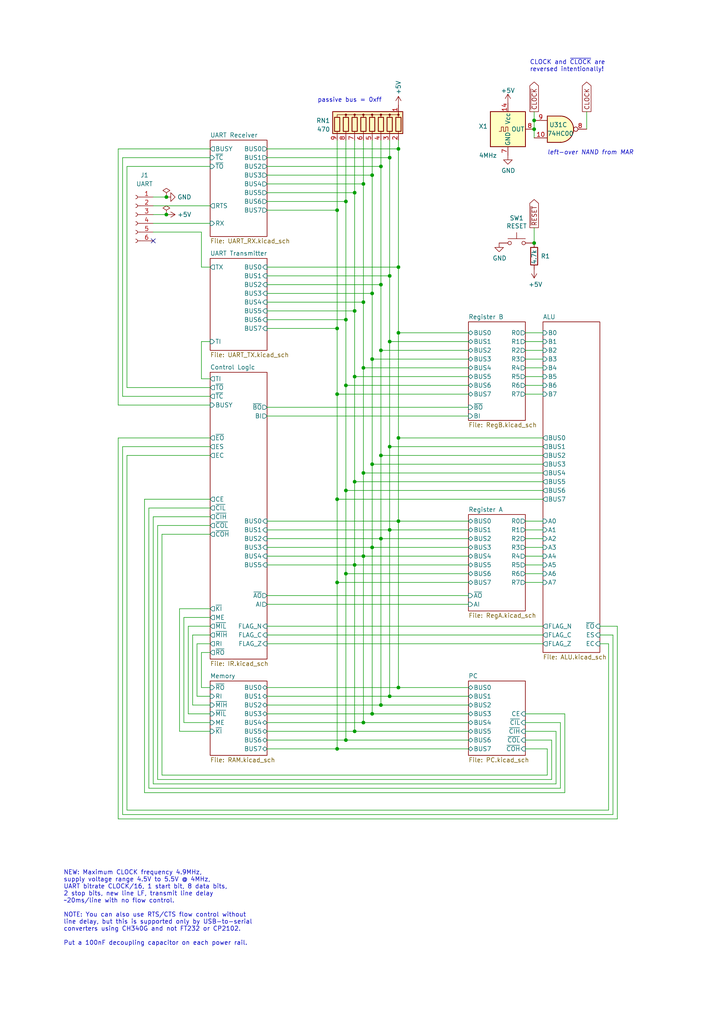
<source format=kicad_sch>
(kicad_sch (version 20211123) (generator eeschema)

  (uuid 78f451eb-c174-41d5-8503-c97ea93c08f4)

  (paper "A4" portrait)

  (title_block
    (title "Minimal CPU Redux Breadboard Edition")
    (date "2022-07-08")
    (rev "1.6.1")
    (comment 2 "creativecommons.org/licenses/by-nc-sa/3.0/deed.en")
    (comment 3 "License: CC BY-NC-SA 3.0")
    (comment 4 "Author: Carsten Herting (slu4)")
  )

  (lib_symbols
    (symbol "74xx:74HC00" (pin_names (offset 1.016)) (in_bom yes) (on_board yes)
      (property "Reference" "U" (id 0) (at 0 1.27 0)
        (effects (font (size 1.27 1.27)))
      )
      (property "Value" "74HC00" (id 1) (at 0 -1.27 0)
        (effects (font (size 1.27 1.27)))
      )
      (property "Footprint" "" (id 2) (at 0 0 0)
        (effects (font (size 1.27 1.27)) hide)
      )
      (property "Datasheet" "http://www.ti.com/lit/gpn/sn74hc00" (id 3) (at 0 0 0)
        (effects (font (size 1.27 1.27)) hide)
      )
      (property "ki_locked" "" (id 4) (at 0 0 0)
        (effects (font (size 1.27 1.27)))
      )
      (property "ki_keywords" "HCMOS nand 2-input" (id 5) (at 0 0 0)
        (effects (font (size 1.27 1.27)) hide)
      )
      (property "ki_description" "quad 2-input NAND gate" (id 6) (at 0 0 0)
        (effects (font (size 1.27 1.27)) hide)
      )
      (property "ki_fp_filters" "DIP*W7.62mm* SO14*" (id 7) (at 0 0 0)
        (effects (font (size 1.27 1.27)) hide)
      )
      (symbol "74HC00_1_1"
        (arc (start 0 -3.81) (mid 3.81 0) (end 0 3.81)
          (stroke (width 0.254) (type default) (color 0 0 0 0))
          (fill (type background))
        )
        (polyline
          (pts
            (xy 0 3.81)
            (xy -3.81 3.81)
            (xy -3.81 -3.81)
            (xy 0 -3.81)
          )
          (stroke (width 0.254) (type default) (color 0 0 0 0))
          (fill (type background))
        )
        (pin input line (at -7.62 2.54 0) (length 3.81)
          (name "~" (effects (font (size 1.27 1.27))))
          (number "1" (effects (font (size 1.27 1.27))))
        )
        (pin input line (at -7.62 -2.54 0) (length 3.81)
          (name "~" (effects (font (size 1.27 1.27))))
          (number "2" (effects (font (size 1.27 1.27))))
        )
        (pin output inverted (at 7.62 0 180) (length 3.81)
          (name "~" (effects (font (size 1.27 1.27))))
          (number "3" (effects (font (size 1.27 1.27))))
        )
      )
      (symbol "74HC00_1_2"
        (arc (start -3.81 -3.81) (mid -2.589 0) (end -3.81 3.81)
          (stroke (width 0.254) (type default) (color 0 0 0 0))
          (fill (type none))
        )
        (arc (start -0.6096 -3.81) (mid 2.1842 -2.5851) (end 3.81 0)
          (stroke (width 0.254) (type default) (color 0 0 0 0))
          (fill (type background))
        )
        (polyline
          (pts
            (xy -3.81 -3.81)
            (xy -0.635 -3.81)
          )
          (stroke (width 0.254) (type default) (color 0 0 0 0))
          (fill (type background))
        )
        (polyline
          (pts
            (xy -3.81 3.81)
            (xy -0.635 3.81)
          )
          (stroke (width 0.254) (type default) (color 0 0 0 0))
          (fill (type background))
        )
        (polyline
          (pts
            (xy -0.635 3.81)
            (xy -3.81 3.81)
            (xy -3.81 3.81)
            (xy -3.556 3.4036)
            (xy -3.0226 2.2606)
            (xy -2.6924 1.0414)
            (xy -2.6162 -0.254)
            (xy -2.7686 -1.4986)
            (xy -3.175 -2.7178)
            (xy -3.81 -3.81)
            (xy -3.81 -3.81)
            (xy -0.635 -3.81)
          )
          (stroke (width -25.4) (type default) (color 0 0 0 0))
          (fill (type background))
        )
        (arc (start 3.81 0) (mid 2.1915 2.5936) (end -0.6096 3.81)
          (stroke (width 0.254) (type default) (color 0 0 0 0))
          (fill (type background))
        )
        (pin input inverted (at -7.62 2.54 0) (length 4.318)
          (name "~" (effects (font (size 1.27 1.27))))
          (number "1" (effects (font (size 1.27 1.27))))
        )
        (pin input inverted (at -7.62 -2.54 0) (length 4.318)
          (name "~" (effects (font (size 1.27 1.27))))
          (number "2" (effects (font (size 1.27 1.27))))
        )
        (pin output line (at 7.62 0 180) (length 3.81)
          (name "~" (effects (font (size 1.27 1.27))))
          (number "3" (effects (font (size 1.27 1.27))))
        )
      )
      (symbol "74HC00_2_1"
        (arc (start 0 -3.81) (mid 3.81 0) (end 0 3.81)
          (stroke (width 0.254) (type default) (color 0 0 0 0))
          (fill (type background))
        )
        (polyline
          (pts
            (xy 0 3.81)
            (xy -3.81 3.81)
            (xy -3.81 -3.81)
            (xy 0 -3.81)
          )
          (stroke (width 0.254) (type default) (color 0 0 0 0))
          (fill (type background))
        )
        (pin input line (at -7.62 2.54 0) (length 3.81)
          (name "~" (effects (font (size 1.27 1.27))))
          (number "4" (effects (font (size 1.27 1.27))))
        )
        (pin input line (at -7.62 -2.54 0) (length 3.81)
          (name "~" (effects (font (size 1.27 1.27))))
          (number "5" (effects (font (size 1.27 1.27))))
        )
        (pin output inverted (at 7.62 0 180) (length 3.81)
          (name "~" (effects (font (size 1.27 1.27))))
          (number "6" (effects (font (size 1.27 1.27))))
        )
      )
      (symbol "74HC00_2_2"
        (arc (start -3.81 -3.81) (mid -2.589 0) (end -3.81 3.81)
          (stroke (width 0.254) (type default) (color 0 0 0 0))
          (fill (type none))
        )
        (arc (start -0.6096 -3.81) (mid 2.1842 -2.5851) (end 3.81 0)
          (stroke (width 0.254) (type default) (color 0 0 0 0))
          (fill (type background))
        )
        (polyline
          (pts
            (xy -3.81 -3.81)
            (xy -0.635 -3.81)
          )
          (stroke (width 0.254) (type default) (color 0 0 0 0))
          (fill (type background))
        )
        (polyline
          (pts
            (xy -3.81 3.81)
            (xy -0.635 3.81)
          )
          (stroke (width 0.254) (type default) (color 0 0 0 0))
          (fill (type background))
        )
        (polyline
          (pts
            (xy -0.635 3.81)
            (xy -3.81 3.81)
            (xy -3.81 3.81)
            (xy -3.556 3.4036)
            (xy -3.0226 2.2606)
            (xy -2.6924 1.0414)
            (xy -2.6162 -0.254)
            (xy -2.7686 -1.4986)
            (xy -3.175 -2.7178)
            (xy -3.81 -3.81)
            (xy -3.81 -3.81)
            (xy -0.635 -3.81)
          )
          (stroke (width -25.4) (type default) (color 0 0 0 0))
          (fill (type background))
        )
        (arc (start 3.81 0) (mid 2.1915 2.5936) (end -0.6096 3.81)
          (stroke (width 0.254) (type default) (color 0 0 0 0))
          (fill (type background))
        )
        (pin input inverted (at -7.62 2.54 0) (length 4.318)
          (name "~" (effects (font (size 1.27 1.27))))
          (number "4" (effects (font (size 1.27 1.27))))
        )
        (pin input inverted (at -7.62 -2.54 0) (length 4.318)
          (name "~" (effects (font (size 1.27 1.27))))
          (number "5" (effects (font (size 1.27 1.27))))
        )
        (pin output line (at 7.62 0 180) (length 3.81)
          (name "~" (effects (font (size 1.27 1.27))))
          (number "6" (effects (font (size 1.27 1.27))))
        )
      )
      (symbol "74HC00_3_1"
        (arc (start 0 -3.81) (mid 3.81 0) (end 0 3.81)
          (stroke (width 0.254) (type default) (color 0 0 0 0))
          (fill (type background))
        )
        (polyline
          (pts
            (xy 0 3.81)
            (xy -3.81 3.81)
            (xy -3.81 -3.81)
            (xy 0 -3.81)
          )
          (stroke (width 0.254) (type default) (color 0 0 0 0))
          (fill (type background))
        )
        (pin input line (at -7.62 -2.54 0) (length 3.81)
          (name "~" (effects (font (size 1.27 1.27))))
          (number "10" (effects (font (size 1.27 1.27))))
        )
        (pin output inverted (at 7.62 0 180) (length 3.81)
          (name "~" (effects (font (size 1.27 1.27))))
          (number "8" (effects (font (size 1.27 1.27))))
        )
        (pin input line (at -7.62 2.54 0) (length 3.81)
          (name "~" (effects (font (size 1.27 1.27))))
          (number "9" (effects (font (size 1.27 1.27))))
        )
      )
      (symbol "74HC00_3_2"
        (arc (start -3.81 -3.81) (mid -2.589 0) (end -3.81 3.81)
          (stroke (width 0.254) (type default) (color 0 0 0 0))
          (fill (type none))
        )
        (arc (start -0.6096 -3.81) (mid 2.1842 -2.5851) (end 3.81 0)
          (stroke (width 0.254) (type default) (color 0 0 0 0))
          (fill (type background))
        )
        (polyline
          (pts
            (xy -3.81 -3.81)
            (xy -0.635 -3.81)
          )
          (stroke (width 0.254) (type default) (color 0 0 0 0))
          (fill (type background))
        )
        (polyline
          (pts
            (xy -3.81 3.81)
            (xy -0.635 3.81)
          )
          (stroke (width 0.254) (type default) (color 0 0 0 0))
          (fill (type background))
        )
        (polyline
          (pts
            (xy -0.635 3.81)
            (xy -3.81 3.81)
            (xy -3.81 3.81)
            (xy -3.556 3.4036)
            (xy -3.0226 2.2606)
            (xy -2.6924 1.0414)
            (xy -2.6162 -0.254)
            (xy -2.7686 -1.4986)
            (xy -3.175 -2.7178)
            (xy -3.81 -3.81)
            (xy -3.81 -3.81)
            (xy -0.635 -3.81)
          )
          (stroke (width -25.4) (type default) (color 0 0 0 0))
          (fill (type background))
        )
        (arc (start 3.81 0) (mid 2.1915 2.5936) (end -0.6096 3.81)
          (stroke (width 0.254) (type default) (color 0 0 0 0))
          (fill (type background))
        )
        (pin input inverted (at -7.62 -2.54 0) (length 4.318)
          (name "~" (effects (font (size 1.27 1.27))))
          (number "10" (effects (font (size 1.27 1.27))))
        )
        (pin output line (at 7.62 0 180) (length 3.81)
          (name "~" (effects (font (size 1.27 1.27))))
          (number "8" (effects (font (size 1.27 1.27))))
        )
        (pin input inverted (at -7.62 2.54 0) (length 4.318)
          (name "~" (effects (font (size 1.27 1.27))))
          (number "9" (effects (font (size 1.27 1.27))))
        )
      )
      (symbol "74HC00_4_1"
        (arc (start 0 -3.81) (mid 3.81 0) (end 0 3.81)
          (stroke (width 0.254) (type default) (color 0 0 0 0))
          (fill (type background))
        )
        (polyline
          (pts
            (xy 0 3.81)
            (xy -3.81 3.81)
            (xy -3.81 -3.81)
            (xy 0 -3.81)
          )
          (stroke (width 0.254) (type default) (color 0 0 0 0))
          (fill (type background))
        )
        (pin output inverted (at 7.62 0 180) (length 3.81)
          (name "~" (effects (font (size 1.27 1.27))))
          (number "11" (effects (font (size 1.27 1.27))))
        )
        (pin input line (at -7.62 2.54 0) (length 3.81)
          (name "~" (effects (font (size 1.27 1.27))))
          (number "12" (effects (font (size 1.27 1.27))))
        )
        (pin input line (at -7.62 -2.54 0) (length 3.81)
          (name "~" (effects (font (size 1.27 1.27))))
          (number "13" (effects (font (size 1.27 1.27))))
        )
      )
      (symbol "74HC00_4_2"
        (arc (start -3.81 -3.81) (mid -2.589 0) (end -3.81 3.81)
          (stroke (width 0.254) (type default) (color 0 0 0 0))
          (fill (type none))
        )
        (arc (start -0.6096 -3.81) (mid 2.1842 -2.5851) (end 3.81 0)
          (stroke (width 0.254) (type default) (color 0 0 0 0))
          (fill (type background))
        )
        (polyline
          (pts
            (xy -3.81 -3.81)
            (xy -0.635 -3.81)
          )
          (stroke (width 0.254) (type default) (color 0 0 0 0))
          (fill (type background))
        )
        (polyline
          (pts
            (xy -3.81 3.81)
            (xy -0.635 3.81)
          )
          (stroke (width 0.254) (type default) (color 0 0 0 0))
          (fill (type background))
        )
        (polyline
          (pts
            (xy -0.635 3.81)
            (xy -3.81 3.81)
            (xy -3.81 3.81)
            (xy -3.556 3.4036)
            (xy -3.0226 2.2606)
            (xy -2.6924 1.0414)
            (xy -2.6162 -0.254)
            (xy -2.7686 -1.4986)
            (xy -3.175 -2.7178)
            (xy -3.81 -3.81)
            (xy -3.81 -3.81)
            (xy -0.635 -3.81)
          )
          (stroke (width -25.4) (type default) (color 0 0 0 0))
          (fill (type background))
        )
        (arc (start 3.81 0) (mid 2.1915 2.5936) (end -0.6096 3.81)
          (stroke (width 0.254) (type default) (color 0 0 0 0))
          (fill (type background))
        )
        (pin output line (at 7.62 0 180) (length 3.81)
          (name "~" (effects (font (size 1.27 1.27))))
          (number "11" (effects (font (size 1.27 1.27))))
        )
        (pin input inverted (at -7.62 2.54 0) (length 4.318)
          (name "~" (effects (font (size 1.27 1.27))))
          (number "12" (effects (font (size 1.27 1.27))))
        )
        (pin input inverted (at -7.62 -2.54 0) (length 4.318)
          (name "~" (effects (font (size 1.27 1.27))))
          (number "13" (effects (font (size 1.27 1.27))))
        )
      )
      (symbol "74HC00_5_0"
        (pin power_in line (at 0 12.7 270) (length 5.08)
          (name "VCC" (effects (font (size 1.27 1.27))))
          (number "14" (effects (font (size 1.27 1.27))))
        )
        (pin power_in line (at 0 -12.7 90) (length 5.08)
          (name "GND" (effects (font (size 1.27 1.27))))
          (number "7" (effects (font (size 1.27 1.27))))
        )
      )
      (symbol "74HC00_5_1"
        (rectangle (start -5.08 7.62) (end 5.08 -7.62)
          (stroke (width 0.254) (type default) (color 0 0 0 0))
          (fill (type background))
        )
      )
    )
    (symbol "8-Bit CPU 32k-cache:Oscillator_ACO-xxxMHz" (pin_names (offset 0.254)) (in_bom yes) (on_board yes)
      (property "Reference" "X" (id 0) (at -5.08 6.35 0)
        (effects (font (size 1.27 1.27)) (justify left))
      )
      (property "Value" "Oscillator_ACO-xxxMHz" (id 1) (at 1.27 -6.35 0)
        (effects (font (size 1.27 1.27)) (justify left))
      )
      (property "Footprint" "Oscillator:Oscillator_DIP-14" (id 2) (at 11.43 -8.89 0)
        (effects (font (size 1.27 1.27)) hide)
      )
      (property "Datasheet" "" (id 3) (at -2.54 0 0)
        (effects (font (size 1.27 1.27)) hide)
      )
      (property "ki_fp_filters" "Oscillator*DIP*14*" (id 4) (at 0 0 0)
        (effects (font (size 1.27 1.27)) hide)
      )
      (symbol "Oscillator_ACO-xxxMHz_0_1"
        (rectangle (start -5.08 5.08) (end 5.08 -5.08)
          (stroke (width 0.254) (type default) (color 0 0 0 0))
          (fill (type background))
        )
        (polyline
          (pts
            (xy -2.54 -0.635)
            (xy -1.905 -0.635)
            (xy -1.905 0.635)
            (xy -1.27 0.635)
            (xy -1.27 -0.635)
            (xy -0.635 -0.635)
            (xy -0.635 0.635)
            (xy 0 0.635)
            (xy 0 -0.635)
          )
          (stroke (width 0) (type default) (color 0 0 0 0))
          (fill (type none))
        )
      )
      (symbol "Oscillator_ACO-xxxMHz_1_1"
        (pin no_connect line (at -7.62 0 0) (length 2.54) hide
          (name "NC" (effects (font (size 1.27 1.27))))
          (number "1" (effects (font (size 1.27 1.27))))
        )
        (pin power_in line (at 0 7.62 270) (length 2.54)
          (name "Vcc" (effects (font (size 1.27 1.27))))
          (number "14" (effects (font (size 1.27 1.27))))
        )
        (pin power_in line (at 0 -7.62 90) (length 2.54)
          (name "GND" (effects (font (size 1.27 1.27))))
          (number "7" (effects (font (size 1.27 1.27))))
        )
        (pin output line (at 7.62 0 180) (length 2.54)
          (name "OUT" (effects (font (size 1.27 1.27))))
          (number "8" (effects (font (size 1.27 1.27))))
        )
      )
    )
    (symbol "Connector:Conn_01x06_Female" (pin_names (offset 1.016) hide) (in_bom yes) (on_board yes)
      (property "Reference" "J" (id 0) (at 0 7.62 0)
        (effects (font (size 1.27 1.27)))
      )
      (property "Value" "Conn_01x06_Female" (id 1) (at 0 -10.16 0)
        (effects (font (size 1.27 1.27)))
      )
      (property "Footprint" "" (id 2) (at 0 0 0)
        (effects (font (size 1.27 1.27)) hide)
      )
      (property "Datasheet" "~" (id 3) (at 0 0 0)
        (effects (font (size 1.27 1.27)) hide)
      )
      (property "ki_keywords" "connector" (id 4) (at 0 0 0)
        (effects (font (size 1.27 1.27)) hide)
      )
      (property "ki_description" "Generic connector, single row, 01x06, script generated (kicad-library-utils/schlib/autogen/connector/)" (id 5) (at 0 0 0)
        (effects (font (size 1.27 1.27)) hide)
      )
      (property "ki_fp_filters" "Connector*:*_1x??_*" (id 6) (at 0 0 0)
        (effects (font (size 1.27 1.27)) hide)
      )
      (symbol "Conn_01x06_Female_1_1"
        (arc (start 0 -7.112) (mid -0.508 -7.62) (end 0 -8.128)
          (stroke (width 0.1524) (type default) (color 0 0 0 0))
          (fill (type none))
        )
        (arc (start 0 -4.572) (mid -0.508 -5.08) (end 0 -5.588)
          (stroke (width 0.1524) (type default) (color 0 0 0 0))
          (fill (type none))
        )
        (arc (start 0 -2.032) (mid -0.508 -2.54) (end 0 -3.048)
          (stroke (width 0.1524) (type default) (color 0 0 0 0))
          (fill (type none))
        )
        (polyline
          (pts
            (xy -1.27 -7.62)
            (xy -0.508 -7.62)
          )
          (stroke (width 0.1524) (type default) (color 0 0 0 0))
          (fill (type none))
        )
        (polyline
          (pts
            (xy -1.27 -5.08)
            (xy -0.508 -5.08)
          )
          (stroke (width 0.1524) (type default) (color 0 0 0 0))
          (fill (type none))
        )
        (polyline
          (pts
            (xy -1.27 -2.54)
            (xy -0.508 -2.54)
          )
          (stroke (width 0.1524) (type default) (color 0 0 0 0))
          (fill (type none))
        )
        (polyline
          (pts
            (xy -1.27 0)
            (xy -0.508 0)
          )
          (stroke (width 0.1524) (type default) (color 0 0 0 0))
          (fill (type none))
        )
        (polyline
          (pts
            (xy -1.27 2.54)
            (xy -0.508 2.54)
          )
          (stroke (width 0.1524) (type default) (color 0 0 0 0))
          (fill (type none))
        )
        (polyline
          (pts
            (xy -1.27 5.08)
            (xy -0.508 5.08)
          )
          (stroke (width 0.1524) (type default) (color 0 0 0 0))
          (fill (type none))
        )
        (arc (start 0 0.508) (mid -0.508 0) (end 0 -0.508)
          (stroke (width 0.1524) (type default) (color 0 0 0 0))
          (fill (type none))
        )
        (arc (start 0 3.048) (mid -0.508 2.54) (end 0 2.032)
          (stroke (width 0.1524) (type default) (color 0 0 0 0))
          (fill (type none))
        )
        (arc (start 0 5.588) (mid -0.508 5.08) (end 0 4.572)
          (stroke (width 0.1524) (type default) (color 0 0 0 0))
          (fill (type none))
        )
        (pin passive line (at -5.08 5.08 0) (length 3.81)
          (name "Pin_1" (effects (font (size 1.27 1.27))))
          (number "1" (effects (font (size 1.27 1.27))))
        )
        (pin passive line (at -5.08 2.54 0) (length 3.81)
          (name "Pin_2" (effects (font (size 1.27 1.27))))
          (number "2" (effects (font (size 1.27 1.27))))
        )
        (pin passive line (at -5.08 0 0) (length 3.81)
          (name "Pin_3" (effects (font (size 1.27 1.27))))
          (number "3" (effects (font (size 1.27 1.27))))
        )
        (pin passive line (at -5.08 -2.54 0) (length 3.81)
          (name "Pin_4" (effects (font (size 1.27 1.27))))
          (number "4" (effects (font (size 1.27 1.27))))
        )
        (pin passive line (at -5.08 -5.08 0) (length 3.81)
          (name "Pin_5" (effects (font (size 1.27 1.27))))
          (number "5" (effects (font (size 1.27 1.27))))
        )
        (pin passive line (at -5.08 -7.62 0) (length 3.81)
          (name "Pin_6" (effects (font (size 1.27 1.27))))
          (number "6" (effects (font (size 1.27 1.27))))
        )
      )
    )
    (symbol "Device:R" (pin_numbers hide) (pin_names (offset 0)) (in_bom yes) (on_board yes)
      (property "Reference" "R" (id 0) (at 2.032 0 90)
        (effects (font (size 1.27 1.27)))
      )
      (property "Value" "R" (id 1) (at 0 0 90)
        (effects (font (size 1.27 1.27)))
      )
      (property "Footprint" "" (id 2) (at -1.778 0 90)
        (effects (font (size 1.27 1.27)) hide)
      )
      (property "Datasheet" "~" (id 3) (at 0 0 0)
        (effects (font (size 1.27 1.27)) hide)
      )
      (property "ki_keywords" "R res resistor" (id 4) (at 0 0 0)
        (effects (font (size 1.27 1.27)) hide)
      )
      (property "ki_description" "Resistor" (id 5) (at 0 0 0)
        (effects (font (size 1.27 1.27)) hide)
      )
      (property "ki_fp_filters" "R_*" (id 6) (at 0 0 0)
        (effects (font (size 1.27 1.27)) hide)
      )
      (symbol "R_0_1"
        (rectangle (start -1.016 -2.54) (end 1.016 2.54)
          (stroke (width 0.254) (type default) (color 0 0 0 0))
          (fill (type none))
        )
      )
      (symbol "R_1_1"
        (pin passive line (at 0 3.81 270) (length 1.27)
          (name "~" (effects (font (size 1.27 1.27))))
          (number "1" (effects (font (size 1.27 1.27))))
        )
        (pin passive line (at 0 -3.81 90) (length 1.27)
          (name "~" (effects (font (size 1.27 1.27))))
          (number "2" (effects (font (size 1.27 1.27))))
        )
      )
    )
    (symbol "Device:R_Network08" (pin_names (offset 0) hide) (in_bom yes) (on_board yes)
      (property "Reference" "RN" (id 0) (at -12.7 0 90)
        (effects (font (size 1.27 1.27)))
      )
      (property "Value" "R_Network08" (id 1) (at 10.16 0 90)
        (effects (font (size 1.27 1.27)))
      )
      (property "Footprint" "Resistor_THT:R_Array_SIP9" (id 2) (at 12.065 0 90)
        (effects (font (size 1.27 1.27)) hide)
      )
      (property "Datasheet" "http://www.vishay.com/docs/31509/csc.pdf" (id 3) (at 0 0 0)
        (effects (font (size 1.27 1.27)) hide)
      )
      (property "ki_keywords" "R network star-topology" (id 4) (at 0 0 0)
        (effects (font (size 1.27 1.27)) hide)
      )
      (property "ki_description" "8 resistor network, star topology, bussed resistors, small symbol" (id 5) (at 0 0 0)
        (effects (font (size 1.27 1.27)) hide)
      )
      (property "ki_fp_filters" "R?Array?SIP*" (id 6) (at 0 0 0)
        (effects (font (size 1.27 1.27)) hide)
      )
      (symbol "R_Network08_0_1"
        (rectangle (start -11.43 -3.175) (end 8.89 3.175)
          (stroke (width 0.254) (type default) (color 0 0 0 0))
          (fill (type background))
        )
        (rectangle (start -10.922 1.524) (end -9.398 -2.54)
          (stroke (width 0.254) (type default) (color 0 0 0 0))
          (fill (type none))
        )
        (circle (center -10.16 2.286) (radius 0.254)
          (stroke (width 0) (type default) (color 0 0 0 0))
          (fill (type outline))
        )
        (rectangle (start -8.382 1.524) (end -6.858 -2.54)
          (stroke (width 0.254) (type default) (color 0 0 0 0))
          (fill (type none))
        )
        (circle (center -7.62 2.286) (radius 0.254)
          (stroke (width 0) (type default) (color 0 0 0 0))
          (fill (type outline))
        )
        (rectangle (start -5.842 1.524) (end -4.318 -2.54)
          (stroke (width 0.254) (type default) (color 0 0 0 0))
          (fill (type none))
        )
        (circle (center -5.08 2.286) (radius 0.254)
          (stroke (width 0) (type default) (color 0 0 0 0))
          (fill (type outline))
        )
        (rectangle (start -3.302 1.524) (end -1.778 -2.54)
          (stroke (width 0.254) (type default) (color 0 0 0 0))
          (fill (type none))
        )
        (circle (center -2.54 2.286) (radius 0.254)
          (stroke (width 0) (type default) (color 0 0 0 0))
          (fill (type outline))
        )
        (rectangle (start -0.762 1.524) (end 0.762 -2.54)
          (stroke (width 0.254) (type default) (color 0 0 0 0))
          (fill (type none))
        )
        (polyline
          (pts
            (xy -10.16 -2.54)
            (xy -10.16 -3.81)
          )
          (stroke (width 0) (type default) (color 0 0 0 0))
          (fill (type none))
        )
        (polyline
          (pts
            (xy -7.62 -2.54)
            (xy -7.62 -3.81)
          )
          (stroke (width 0) (type default) (color 0 0 0 0))
          (fill (type none))
        )
        (polyline
          (pts
            (xy -5.08 -2.54)
            (xy -5.08 -3.81)
          )
          (stroke (width 0) (type default) (color 0 0 0 0))
          (fill (type none))
        )
        (polyline
          (pts
            (xy -2.54 -2.54)
            (xy -2.54 -3.81)
          )
          (stroke (width 0) (type default) (color 0 0 0 0))
          (fill (type none))
        )
        (polyline
          (pts
            (xy 0 -2.54)
            (xy 0 -3.81)
          )
          (stroke (width 0) (type default) (color 0 0 0 0))
          (fill (type none))
        )
        (polyline
          (pts
            (xy 2.54 -2.54)
            (xy 2.54 -3.81)
          )
          (stroke (width 0) (type default) (color 0 0 0 0))
          (fill (type none))
        )
        (polyline
          (pts
            (xy 5.08 -2.54)
            (xy 5.08 -3.81)
          )
          (stroke (width 0) (type default) (color 0 0 0 0))
          (fill (type none))
        )
        (polyline
          (pts
            (xy 7.62 -2.54)
            (xy 7.62 -3.81)
          )
          (stroke (width 0) (type default) (color 0 0 0 0))
          (fill (type none))
        )
        (polyline
          (pts
            (xy -10.16 1.524)
            (xy -10.16 2.286)
            (xy -7.62 2.286)
            (xy -7.62 1.524)
          )
          (stroke (width 0) (type default) (color 0 0 0 0))
          (fill (type none))
        )
        (polyline
          (pts
            (xy -7.62 1.524)
            (xy -7.62 2.286)
            (xy -5.08 2.286)
            (xy -5.08 1.524)
          )
          (stroke (width 0) (type default) (color 0 0 0 0))
          (fill (type none))
        )
        (polyline
          (pts
            (xy -5.08 1.524)
            (xy -5.08 2.286)
            (xy -2.54 2.286)
            (xy -2.54 1.524)
          )
          (stroke (width 0) (type default) (color 0 0 0 0))
          (fill (type none))
        )
        (polyline
          (pts
            (xy -2.54 1.524)
            (xy -2.54 2.286)
            (xy 0 2.286)
            (xy 0 1.524)
          )
          (stroke (width 0) (type default) (color 0 0 0 0))
          (fill (type none))
        )
        (polyline
          (pts
            (xy 0 1.524)
            (xy 0 2.286)
            (xy 2.54 2.286)
            (xy 2.54 1.524)
          )
          (stroke (width 0) (type default) (color 0 0 0 0))
          (fill (type none))
        )
        (polyline
          (pts
            (xy 2.54 1.524)
            (xy 2.54 2.286)
            (xy 5.08 2.286)
            (xy 5.08 1.524)
          )
          (stroke (width 0) (type default) (color 0 0 0 0))
          (fill (type none))
        )
        (polyline
          (pts
            (xy 5.08 1.524)
            (xy 5.08 2.286)
            (xy 7.62 2.286)
            (xy 7.62 1.524)
          )
          (stroke (width 0) (type default) (color 0 0 0 0))
          (fill (type none))
        )
        (circle (center 0 2.286) (radius 0.254)
          (stroke (width 0) (type default) (color 0 0 0 0))
          (fill (type outline))
        )
        (rectangle (start 1.778 1.524) (end 3.302 -2.54)
          (stroke (width 0.254) (type default) (color 0 0 0 0))
          (fill (type none))
        )
        (circle (center 2.54 2.286) (radius 0.254)
          (stroke (width 0) (type default) (color 0 0 0 0))
          (fill (type outline))
        )
        (rectangle (start 4.318 1.524) (end 5.842 -2.54)
          (stroke (width 0.254) (type default) (color 0 0 0 0))
          (fill (type none))
        )
        (circle (center 5.08 2.286) (radius 0.254)
          (stroke (width 0) (type default) (color 0 0 0 0))
          (fill (type outline))
        )
        (rectangle (start 6.858 1.524) (end 8.382 -2.54)
          (stroke (width 0.254) (type default) (color 0 0 0 0))
          (fill (type none))
        )
      )
      (symbol "R_Network08_1_1"
        (pin passive line (at -10.16 5.08 270) (length 2.54)
          (name "common" (effects (font (size 1.27 1.27))))
          (number "1" (effects (font (size 1.27 1.27))))
        )
        (pin passive line (at -10.16 -5.08 90) (length 1.27)
          (name "R1" (effects (font (size 1.27 1.27))))
          (number "2" (effects (font (size 1.27 1.27))))
        )
        (pin passive line (at -7.62 -5.08 90) (length 1.27)
          (name "R2" (effects (font (size 1.27 1.27))))
          (number "3" (effects (font (size 1.27 1.27))))
        )
        (pin passive line (at -5.08 -5.08 90) (length 1.27)
          (name "R3" (effects (font (size 1.27 1.27))))
          (number "4" (effects (font (size 1.27 1.27))))
        )
        (pin passive line (at -2.54 -5.08 90) (length 1.27)
          (name "R4" (effects (font (size 1.27 1.27))))
          (number "5" (effects (font (size 1.27 1.27))))
        )
        (pin passive line (at 0 -5.08 90) (length 1.27)
          (name "R5" (effects (font (size 1.27 1.27))))
          (number "6" (effects (font (size 1.27 1.27))))
        )
        (pin passive line (at 2.54 -5.08 90) (length 1.27)
          (name "R6" (effects (font (size 1.27 1.27))))
          (number "7" (effects (font (size 1.27 1.27))))
        )
        (pin passive line (at 5.08 -5.08 90) (length 1.27)
          (name "R7" (effects (font (size 1.27 1.27))))
          (number "8" (effects (font (size 1.27 1.27))))
        )
        (pin passive line (at 7.62 -5.08 90) (length 1.27)
          (name "R8" (effects (font (size 1.27 1.27))))
          (number "9" (effects (font (size 1.27 1.27))))
        )
      )
    )
    (symbol "Switch:SW_Push" (pin_numbers hide) (pin_names (offset 1.016) hide) (in_bom yes) (on_board yes)
      (property "Reference" "SW" (id 0) (at 1.27 2.54 0)
        (effects (font (size 1.27 1.27)) (justify left))
      )
      (property "Value" "SW_Push" (id 1) (at 0 -1.524 0)
        (effects (font (size 1.27 1.27)))
      )
      (property "Footprint" "" (id 2) (at 0 5.08 0)
        (effects (font (size 1.27 1.27)) hide)
      )
      (property "Datasheet" "~" (id 3) (at 0 5.08 0)
        (effects (font (size 1.27 1.27)) hide)
      )
      (property "ki_keywords" "switch normally-open pushbutton push-button" (id 4) (at 0 0 0)
        (effects (font (size 1.27 1.27)) hide)
      )
      (property "ki_description" "Push button switch, generic, two pins" (id 5) (at 0 0 0)
        (effects (font (size 1.27 1.27)) hide)
      )
      (symbol "SW_Push_0_1"
        (circle (center -2.032 0) (radius 0.508)
          (stroke (width 0) (type default) (color 0 0 0 0))
          (fill (type none))
        )
        (polyline
          (pts
            (xy 0 1.27)
            (xy 0 3.048)
          )
          (stroke (width 0) (type default) (color 0 0 0 0))
          (fill (type none))
        )
        (polyline
          (pts
            (xy 2.54 1.27)
            (xy -2.54 1.27)
          )
          (stroke (width 0) (type default) (color 0 0 0 0))
          (fill (type none))
        )
        (circle (center 2.032 0) (radius 0.508)
          (stroke (width 0) (type default) (color 0 0 0 0))
          (fill (type none))
        )
        (pin passive line (at -5.08 0 0) (length 2.54)
          (name "1" (effects (font (size 1.27 1.27))))
          (number "1" (effects (font (size 1.27 1.27))))
        )
        (pin passive line (at 5.08 0 180) (length 2.54)
          (name "2" (effects (font (size 1.27 1.27))))
          (number "2" (effects (font (size 1.27 1.27))))
        )
      )
    )
    (symbol "power:+5V" (power) (pin_names (offset 0)) (in_bom yes) (on_board yes)
      (property "Reference" "#PWR" (id 0) (at 0 -3.81 0)
        (effects (font (size 1.27 1.27)) hide)
      )
      (property "Value" "+5V" (id 1) (at 0 3.556 0)
        (effects (font (size 1.27 1.27)))
      )
      (property "Footprint" "" (id 2) (at 0 0 0)
        (effects (font (size 1.27 1.27)) hide)
      )
      (property "Datasheet" "" (id 3) (at 0 0 0)
        (effects (font (size 1.27 1.27)) hide)
      )
      (property "ki_keywords" "power-flag" (id 4) (at 0 0 0)
        (effects (font (size 1.27 1.27)) hide)
      )
      (property "ki_description" "Power symbol creates a global label with name \"+5V\"" (id 5) (at 0 0 0)
        (effects (font (size 1.27 1.27)) hide)
      )
      (symbol "+5V_0_1"
        (polyline
          (pts
            (xy -0.762 1.27)
            (xy 0 2.54)
          )
          (stroke (width 0) (type default) (color 0 0 0 0))
          (fill (type none))
        )
        (polyline
          (pts
            (xy 0 0)
            (xy 0 2.54)
          )
          (stroke (width 0) (type default) (color 0 0 0 0))
          (fill (type none))
        )
        (polyline
          (pts
            (xy 0 2.54)
            (xy 0.762 1.27)
          )
          (stroke (width 0) (type default) (color 0 0 0 0))
          (fill (type none))
        )
      )
      (symbol "+5V_1_1"
        (pin power_in line (at 0 0 90) (length 0) hide
          (name "+5V" (effects (font (size 1.27 1.27))))
          (number "1" (effects (font (size 1.27 1.27))))
        )
      )
    )
    (symbol "power:GND" (power) (pin_names (offset 0)) (in_bom yes) (on_board yes)
      (property "Reference" "#PWR" (id 0) (at 0 -6.35 0)
        (effects (font (size 1.27 1.27)) hide)
      )
      (property "Value" "GND" (id 1) (at 0 -3.81 0)
        (effects (font (size 1.27 1.27)))
      )
      (property "Footprint" "" (id 2) (at 0 0 0)
        (effects (font (size 1.27 1.27)) hide)
      )
      (property "Datasheet" "" (id 3) (at 0 0 0)
        (effects (font (size 1.27 1.27)) hide)
      )
      (property "ki_keywords" "power-flag" (id 4) (at 0 0 0)
        (effects (font (size 1.27 1.27)) hide)
      )
      (property "ki_description" "Power symbol creates a global label with name \"GND\" , ground" (id 5) (at 0 0 0)
        (effects (font (size 1.27 1.27)) hide)
      )
      (symbol "GND_0_1"
        (polyline
          (pts
            (xy 0 0)
            (xy 0 -1.27)
            (xy 1.27 -1.27)
            (xy 0 -2.54)
            (xy -1.27 -1.27)
            (xy 0 -1.27)
          )
          (stroke (width 0) (type default) (color 0 0 0 0))
          (fill (type none))
        )
      )
      (symbol "GND_1_1"
        (pin power_in line (at 0 0 270) (length 0) hide
          (name "GND" (effects (font (size 1.27 1.27))))
          (number "1" (effects (font (size 1.27 1.27))))
        )
      )
    )
    (symbol "power:PWR_FLAG" (power) (pin_numbers hide) (pin_names (offset 0) hide) (in_bom yes) (on_board yes)
      (property "Reference" "#FLG" (id 0) (at 0 1.905 0)
        (effects (font (size 1.27 1.27)) hide)
      )
      (property "Value" "PWR_FLAG" (id 1) (at 0 3.81 0)
        (effects (font (size 1.27 1.27)))
      )
      (property "Footprint" "" (id 2) (at 0 0 0)
        (effects (font (size 1.27 1.27)) hide)
      )
      (property "Datasheet" "~" (id 3) (at 0 0 0)
        (effects (font (size 1.27 1.27)) hide)
      )
      (property "ki_keywords" "power-flag" (id 4) (at 0 0 0)
        (effects (font (size 1.27 1.27)) hide)
      )
      (property "ki_description" "Special symbol for telling ERC where power comes from" (id 5) (at 0 0 0)
        (effects (font (size 1.27 1.27)) hide)
      )
      (symbol "PWR_FLAG_0_0"
        (pin power_out line (at 0 0 90) (length 0)
          (name "pwr" (effects (font (size 1.27 1.27))))
          (number "1" (effects (font (size 1.27 1.27))))
        )
      )
      (symbol "PWR_FLAG_0_1"
        (polyline
          (pts
            (xy 0 0)
            (xy 0 1.27)
            (xy -1.016 1.905)
            (xy 0 2.54)
            (xy 1.016 1.905)
            (xy 0 1.27)
          )
          (stroke (width 0) (type default) (color 0 0 0 0))
          (fill (type none))
        )
      )
    )
  )

  (junction (at 110.49 204.47) (diameter 0) (color 0 0 0 0)
    (uuid 03de8b3c-270d-4873-9357-486b3df01cb6)
  )
  (junction (at 105.41 161.29) (diameter 0) (color 0 0 0 0)
    (uuid 0bc49133-030e-42c3-83f1-ff2ce7c9d887)
  )
  (junction (at 113.03 99.06) (diameter 0) (color 0 0 0 0)
    (uuid 12ddfab5-f7c5-4ae6-a7e7-8cd2eacfb36b)
  )
  (junction (at 110.49 48.26) (diameter 0) (color 0 0 0 0)
    (uuid 13f2741b-495e-4113-8649-5173d60fa9b8)
  )
  (junction (at 100.33 111.76) (diameter 0) (color 0 0 0 0)
    (uuid 14bbd79d-3dec-42c2-b0c0-b4b35f575b78)
  )
  (junction (at 107.95 207.01) (diameter 0) (color 0 0 0 0)
    (uuid 18c224a6-1da5-434c-9efa-280a61114ff5)
  )
  (junction (at 105.41 87.63) (diameter 0) (color 0 0 0 0)
    (uuid 1d8ea8fc-7f0d-47b5-8cae-074e2ad2a9aa)
  )
  (junction (at 115.57 96.52) (diameter 0) (color 0 0 0 0)
    (uuid 1e024d71-8d59-48fa-82fd-ea1058516fea)
  )
  (junction (at 110.49 156.21) (diameter 0) (color 0 0 0 0)
    (uuid 288727e2-883c-4f99-8824-ca2d2c046e57)
  )
  (junction (at 97.79 144.78) (diameter 0) (color 0 0 0 0)
    (uuid 2b6dfb3d-3d63-4c8a-afb7-86a22d4cc525)
  )
  (junction (at 100.33 214.63) (diameter 0) (color 0 0 0 0)
    (uuid 312a2372-3f8f-4a8a-9e2d-b021e42ba5c2)
  )
  (junction (at 107.95 50.8) (diameter 0) (color 0 0 0 0)
    (uuid 32dee04b-9e38-4279-a837-8fe2984b509a)
  )
  (junction (at 110.49 101.6) (diameter 0) (color 0 0 0 0)
    (uuid 333b43a4-637a-4fa0-8be9-d3b25a011b66)
  )
  (junction (at 100.33 142.24) (diameter 0) (color 0 0 0 0)
    (uuid 33d0aefa-83f1-4b28-9875-c6b6ae11b4df)
  )
  (junction (at 97.79 95.25) (diameter 0) (color 0 0 0 0)
    (uuid 3916d2d3-38fc-4005-b78f-676d8bea5da0)
  )
  (junction (at 107.95 134.62) (diameter 0) (color 0 0 0 0)
    (uuid 4a9f446d-ffca-451a-a603-ca76c01f708e)
  )
  (junction (at 107.95 85.09) (diameter 0) (color 0 0 0 0)
    (uuid 523830f3-8a09-4fdd-bfad-9646d026cc08)
  )
  (junction (at 115.57 199.39) (diameter 0) (color 0 0 0 0)
    (uuid 54493512-f538-4a42-b17c-a1ce7dd567d4)
  )
  (junction (at 105.41 106.68) (diameter 0) (color 0 0 0 0)
    (uuid 5993f049-466d-4d02-b06b-d8d51a4cb0c0)
  )
  (junction (at 154.94 34.925) (diameter 0) (color 0 0 0 0)
    (uuid 59a786cc-fc23-44c6-9f2c-571f082b6e70)
  )
  (junction (at 113.03 129.54) (diameter 0) (color 0 0 0 0)
    (uuid 6d7c37b3-b768-4ed2-be20-59d030bcdf5f)
  )
  (junction (at 102.87 163.83) (diameter 0) (color 0 0 0 0)
    (uuid 7584a58b-2356-4fae-be44-ab453111a3ce)
  )
  (junction (at 97.79 114.3) (diameter 0) (color 0 0 0 0)
    (uuid 77124133-60e1-47cc-b215-d5e1d4b850cc)
  )
  (junction (at 115.57 151.13) (diameter 0) (color 0 0 0 0)
    (uuid 7856d2d4-2cf6-4b0c-ac84-c9cb952446c3)
  )
  (junction (at 113.03 201.93) (diameter 0) (color 0 0 0 0)
    (uuid 7a2e4dbb-5c40-427d-b559-662686eaac38)
  )
  (junction (at 100.33 92.71) (diameter 0) (color 0 0 0 0)
    (uuid 7b077335-44da-4a05-8765-3786d00f809c)
  )
  (junction (at 48.26 62.23) (diameter 0) (color 0 0 0 0)
    (uuid 816c111a-c1cc-41cb-bf28-58ad974a553a)
  )
  (junction (at 97.79 60.96) (diameter 0) (color 0 0 0 0)
    (uuid 81deba52-cae2-40a5-b643-7589bc5de570)
  )
  (junction (at 100.33 166.37) (diameter 0) (color 0 0 0 0)
    (uuid 93192fe5-a0a8-48b6-ae37-73b959f6c5b2)
  )
  (junction (at 105.41 137.16) (diameter 0) (color 0 0 0 0)
    (uuid 94d7495b-e1ae-44b7-af8b-4a3beda0384b)
  )
  (junction (at 115.57 43.18) (diameter 0) (color 0 0 0 0)
    (uuid 990b24dd-14ac-4b9b-b095-6cb3680e3681)
  )
  (junction (at 107.95 104.14) (diameter 0) (color 0 0 0 0)
    (uuid b0505ccd-c60c-44c4-b7b1-55a129dafbe7)
  )
  (junction (at 110.49 82.55) (diameter 0) (color 0 0 0 0)
    (uuid b49a9d7b-979f-487f-a609-749393a8ffdf)
  )
  (junction (at 105.41 209.55) (diameter 0) (color 0 0 0 0)
    (uuid b70f9f16-6279-490a-b9c1-587a0542042e)
  )
  (junction (at 115.57 77.47) (diameter 0) (color 0 0 0 0)
    (uuid b8367474-ef33-4b42-b9ce-863a41408d80)
  )
  (junction (at 100.33 58.42) (diameter 0) (color 0 0 0 0)
    (uuid bbd9ce91-31af-419c-99ca-549b6107b40b)
  )
  (junction (at 115.57 127) (diameter 0) (color 0 0 0 0)
    (uuid bc5af55d-9ea8-4818-aa43-a0a649c940ad)
  )
  (junction (at 107.95 158.75) (diameter 0) (color 0 0 0 0)
    (uuid c65b3d13-38fc-4be8-8a30-eab71454bb35)
  )
  (junction (at 154.94 70.485) (diameter 0) (color 0 0 0 0)
    (uuid c7949cf2-1fb5-4fa5-aadf-d5918583f983)
  )
  (junction (at 105.41 53.34) (diameter 0) (color 0 0 0 0)
    (uuid c8e677ce-64fa-4592-8c1b-c651a2a2b71a)
  )
  (junction (at 102.87 139.7) (diameter 0) (color 0 0 0 0)
    (uuid d586e38d-c18d-4a83-8d85-0dd9eddfb0bd)
  )
  (junction (at 110.49 132.08) (diameter 0) (color 0 0 0 0)
    (uuid dbfb9493-2d21-4387-8103-a6d5e40424c4)
  )
  (junction (at 113.03 45.72) (diameter 0) (color 0 0 0 0)
    (uuid dc94c64d-44ed-4ffc-8c2a-0811314a3f9c)
  )
  (junction (at 102.87 212.09) (diameter 0) (color 0 0 0 0)
    (uuid e30ad830-5c74-4893-acae-1f3221d79c15)
  )
  (junction (at 113.03 153.67) (diameter 0) (color 0 0 0 0)
    (uuid e4faedc1-e895-42d5-a9bb-8fbc0daa6a5b)
  )
  (junction (at 97.79 168.91) (diameter 0) (color 0 0 0 0)
    (uuid e525feb3-6693-45d8-baef-1b6438499b42)
  )
  (junction (at 102.87 55.88) (diameter 0) (color 0 0 0 0)
    (uuid e7322972-7c6b-484d-9270-b0b3504241d0)
  )
  (junction (at 154.94 37.465) (diameter 0) (color 0 0 0 0)
    (uuid ef4d073f-4d29-49c0-b269-ff0d3c66d500)
  )
  (junction (at 102.87 109.22) (diameter 0) (color 0 0 0 0)
    (uuid efa271d4-ab93-4ec1-af15-3c2f86200c0e)
  )
  (junction (at 113.03 80.01) (diameter 0) (color 0 0 0 0)
    (uuid f366f32d-eb5d-4ae7-ae5a-36b8b441be01)
  )
  (junction (at 102.87 90.17) (diameter 0) (color 0 0 0 0)
    (uuid f4af547a-d631-4030-8de2-f93dd14a7fb7)
  )
  (junction (at 97.79 217.17) (diameter 0) (color 0 0 0 0)
    (uuid fcb8781d-56b7-40f4-ae5b-3d3dfed12320)
  )
  (junction (at 48.26 57.15) (diameter 0) (color 0 0 0 0)
    (uuid fd215a28-75a1-4c10-8b0f-d16271b437bc)
  )

  (no_connect (at 44.45 69.85) (uuid 5d467fde-c27f-495c-8d1c-9664f561dbcb))

  (wire (pts (xy 97.79 95.25) (xy 97.79 114.3))
    (stroke (width 0) (type default) (color 0 0 0 0))
    (uuid 012e88d8-93f5-483c-9638-18a4b03729e1)
  )
  (wire (pts (xy 97.79 144.78) (xy 97.79 168.91))
    (stroke (width 0) (type default) (color 0 0 0 0))
    (uuid 0162edd5-e57a-40da-9b5f-96ff873d9899)
  )
  (wire (pts (xy 77.47 201.93) (xy 113.03 201.93))
    (stroke (width 0) (type default) (color 0 0 0 0))
    (uuid 01be0d8d-75d5-49d1-ba8b-a2ac011f04ca)
  )
  (wire (pts (xy 157.48 114.3) (xy 152.4 114.3))
    (stroke (width 0) (type default) (color 0 0 0 0))
    (uuid 03253a34-8858-4934-b466-40f68ac11f17)
  )
  (wire (pts (xy 34.29 117.475) (xy 34.29 43.18))
    (stroke (width 0) (type default) (color 0 0 0 0))
    (uuid 05ada6b2-d0ab-4ea1-a5ce-eb72bf0f7c76)
  )
  (wire (pts (xy 100.33 58.42) (xy 100.33 92.71))
    (stroke (width 0) (type default) (color 0 0 0 0))
    (uuid 0678c8df-cbbd-4ddf-9512-84cb8f45f1e5)
  )
  (wire (pts (xy 35.56 129.54) (xy 60.96 129.54))
    (stroke (width 0) (type default) (color 0 0 0 0))
    (uuid 09e99b0f-9a8d-46ca-b828-d286ce267671)
  )
  (wire (pts (xy 102.87 90.17) (xy 102.87 109.22))
    (stroke (width 0) (type default) (color 0 0 0 0))
    (uuid 0a62ffb3-090f-4497-be4e-e03ab223ddf2)
  )
  (wire (pts (xy 105.41 209.55) (xy 105.41 161.29))
    (stroke (width 0) (type default) (color 0 0 0 0))
    (uuid 0b042f1e-0cfa-4265-9afa-8822566001e1)
  )
  (wire (pts (xy 113.03 129.54) (xy 157.48 129.54))
    (stroke (width 0) (type default) (color 0 0 0 0))
    (uuid 0b4d7e84-6128-4ecc-a6eb-1823fc6c134c)
  )
  (wire (pts (xy 77.47 48.26) (xy 110.49 48.26))
    (stroke (width 0) (type default) (color 0 0 0 0))
    (uuid 0c35a058-35c9-4a74-b53f-9fe151bd1338)
  )
  (wire (pts (xy 41.91 229.87) (xy 163.83 229.87))
    (stroke (width 0) (type default) (color 0 0 0 0))
    (uuid 0d75c773-2698-4427-b314-bb5181be7ee2)
  )
  (wire (pts (xy 177.8 184.15) (xy 177.8 236.22))
    (stroke (width 0) (type default) (color 0 0 0 0))
    (uuid 0e1a7dc5-e7dd-49c9-a6e5-3f8d4c10872e)
  )
  (wire (pts (xy 107.95 207.01) (xy 135.89 207.01))
    (stroke (width 0) (type default) (color 0 0 0 0))
    (uuid 0f486a10-3311-46fa-b1aa-087486d42e94)
  )
  (wire (pts (xy 43.18 147.32) (xy 60.96 147.32))
    (stroke (width 0) (type default) (color 0 0 0 0))
    (uuid 0fbd3aba-fec5-47f8-863d-2edd9fc42444)
  )
  (wire (pts (xy 152.4 163.83) (xy 157.48 163.83))
    (stroke (width 0) (type default) (color 0 0 0 0))
    (uuid 15b9b32e-36bd-4a54-b232-401ed66d6afe)
  )
  (wire (pts (xy 77.47 204.47) (xy 110.49 204.47))
    (stroke (width 0) (type default) (color 0 0 0 0))
    (uuid 16393b4e-a4e9-4252-9206-aa9007c81d82)
  )
  (wire (pts (xy 36.83 112.395) (xy 60.96 112.395))
    (stroke (width 0) (type default) (color 0 0 0 0))
    (uuid 183c2f0d-1f5d-407a-b053-8c8910dc3901)
  )
  (wire (pts (xy 110.49 132.08) (xy 157.48 132.08))
    (stroke (width 0) (type default) (color 0 0 0 0))
    (uuid 19f8fa4f-be52-40e2-a96e-bc54baa7910d)
  )
  (wire (pts (xy 60.96 179.07) (xy 53.34 179.07))
    (stroke (width 0) (type default) (color 0 0 0 0))
    (uuid 1a4a43fa-7cfe-4b90-869c-e42738ecfd9f)
  )
  (wire (pts (xy 115.57 43.18) (xy 115.57 77.47))
    (stroke (width 0) (type default) (color 0 0 0 0))
    (uuid 1caeb84a-9dfb-4c15-b570-d0fe244cd1bd)
  )
  (wire (pts (xy 154.94 34.925) (xy 154.94 37.465))
    (stroke (width 0) (type default) (color 0 0 0 0))
    (uuid 1cc0bf15-f9a3-4ee9-a892-1f9c4beecadc)
  )
  (wire (pts (xy 102.87 109.22) (xy 102.87 139.7))
    (stroke (width 0) (type default) (color 0 0 0 0))
    (uuid 1cfc76fd-3b89-433c-a285-909a590b6a2d)
  )
  (wire (pts (xy 115.57 127) (xy 157.48 127))
    (stroke (width 0) (type default) (color 0 0 0 0))
    (uuid 1d031069-e7e8-47ca-9824-3d197ab1db18)
  )
  (wire (pts (xy 102.87 163.83) (xy 77.47 163.83))
    (stroke (width 0) (type default) (color 0 0 0 0))
    (uuid 1e1705dc-ea8f-4ac3-9a22-d113afb64b05)
  )
  (wire (pts (xy 52.07 212.09) (xy 60.96 212.09))
    (stroke (width 0) (type default) (color 0 0 0 0))
    (uuid 1f192260-09ea-42ac-aec6-ff785c6bae8b)
  )
  (wire (pts (xy 115.57 127) (xy 115.57 151.13))
    (stroke (width 0) (type default) (color 0 0 0 0))
    (uuid 20e0e94b-e989-4571-b959-01c1c6358f35)
  )
  (wire (pts (xy 163.83 229.87) (xy 163.83 207.01))
    (stroke (width 0) (type default) (color 0 0 0 0))
    (uuid 214152af-9dc7-49a1-b761-4892c82788c6)
  )
  (wire (pts (xy 135.89 158.75) (xy 107.95 158.75))
    (stroke (width 0) (type default) (color 0 0 0 0))
    (uuid 21fc77e8-0222-422b-8b7c-6de4d152f2ad)
  )
  (wire (pts (xy 77.47 118.11) (xy 135.89 118.11))
    (stroke (width 0) (type default) (color 0 0 0 0))
    (uuid 250dfe63-0368-4ba1-9aae-ae9ad301421e)
  )
  (wire (pts (xy 44.45 64.77) (xy 60.96 64.77))
    (stroke (width 0) (type default) (color 0 0 0 0))
    (uuid 25e73b18-9b02-4597-af19-748be886a59e)
  )
  (wire (pts (xy 77.47 120.65) (xy 135.89 120.65))
    (stroke (width 0) (type default) (color 0 0 0 0))
    (uuid 265c95b5-09e8-4fae-a72a-e44699b7d595)
  )
  (wire (pts (xy 60.96 176.53) (xy 52.07 176.53))
    (stroke (width 0) (type default) (color 0 0 0 0))
    (uuid 280e8465-8782-4c15-962f-49bd23e8108d)
  )
  (wire (pts (xy 152.4 151.13) (xy 157.48 151.13))
    (stroke (width 0) (type default) (color 0 0 0 0))
    (uuid 287b627b-1f28-4432-80ff-dd9ca0c41584)
  )
  (wire (pts (xy 34.29 127) (xy 60.96 127))
    (stroke (width 0) (type default) (color 0 0 0 0))
    (uuid 2cd32dcf-e6f1-4430-b789-e9570345b7cc)
  )
  (wire (pts (xy 45.72 226.06) (xy 45.72 152.4))
    (stroke (width 0) (type default) (color 0 0 0 0))
    (uuid 2d1a93a8-9cb7-4357-93be-332eb2882a1b)
  )
  (wire (pts (xy 60.96 144.78) (xy 41.91 144.78))
    (stroke (width 0) (type default) (color 0 0 0 0))
    (uuid 2d824df3-eedc-4b58-bedd-adf8e943d5d7)
  )
  (wire (pts (xy 77.47 55.88) (xy 102.87 55.88))
    (stroke (width 0) (type default) (color 0 0 0 0))
    (uuid 2e051888-c135-400c-912f-8a72a476a1f6)
  )
  (wire (pts (xy 110.49 40.64) (xy 110.49 48.26))
    (stroke (width 0) (type default) (color 0 0 0 0))
    (uuid 2e29e6e8-5b81-4ad3-96e3-49cc889b59b6)
  )
  (wire (pts (xy 115.57 77.47) (xy 115.57 96.52))
    (stroke (width 0) (type default) (color 0 0 0 0))
    (uuid 2e562164-1bbd-4c74-9b16-62969964a566)
  )
  (wire (pts (xy 152.4 158.75) (xy 157.48 158.75))
    (stroke (width 0) (type default) (color 0 0 0 0))
    (uuid 2f0df1b5-0d99-4684-8b9d-26e76ee5d5eb)
  )
  (wire (pts (xy 107.95 85.09) (xy 107.95 104.14))
    (stroke (width 0) (type default) (color 0 0 0 0))
    (uuid 327ca1e9-5255-4323-bc23-59179fca000f)
  )
  (wire (pts (xy 60.96 189.23) (xy 58.42 189.23))
    (stroke (width 0) (type default) (color 0 0 0 0))
    (uuid 338a137a-3b6b-44ea-89a3-16dee482440e)
  )
  (wire (pts (xy 46.99 154.94) (xy 46.99 224.79))
    (stroke (width 0) (type default) (color 0 0 0 0))
    (uuid 338bd480-d9d1-47b9-95d4-0a186c2543f0)
  )
  (wire (pts (xy 176.53 186.69) (xy 173.99 186.69))
    (stroke (width 0) (type default) (color 0 0 0 0))
    (uuid 33eee959-c06e-42c6-9b4d-d202d532467b)
  )
  (wire (pts (xy 36.83 132.08) (xy 60.96 132.08))
    (stroke (width 0) (type default) (color 0 0 0 0))
    (uuid 34d158b1-b9e3-4ee8-83e2-2c293813653d)
  )
  (wire (pts (xy 57.15 201.93) (xy 60.96 201.93))
    (stroke (width 0) (type default) (color 0 0 0 0))
    (uuid 3564c3b3-6e31-4510-aff6-bdc1df75585c)
  )
  (wire (pts (xy 53.34 209.55) (xy 60.96 209.55))
    (stroke (width 0) (type default) (color 0 0 0 0))
    (uuid 368a113a-fadb-45bf-899c-f6734d6465d0)
  )
  (wire (pts (xy 100.33 92.71) (xy 100.33 111.76))
    (stroke (width 0) (type default) (color 0 0 0 0))
    (uuid 390ba798-91bf-4f76-aa8f-f52d22ae1633)
  )
  (wire (pts (xy 97.79 60.96) (xy 97.79 40.64))
    (stroke (width 0) (type default) (color 0 0 0 0))
    (uuid 394470c8-9e7c-4d3a-a2fc-cdd62ac73222)
  )
  (wire (pts (xy 54.61 207.01) (xy 60.96 207.01))
    (stroke (width 0) (type default) (color 0 0 0 0))
    (uuid 3b4e9719-1259-4156-afd4-3918069203fa)
  )
  (wire (pts (xy 102.87 163.83) (xy 135.89 163.83))
    (stroke (width 0) (type default) (color 0 0 0 0))
    (uuid 3e2a593e-54d4-42c4-baff-754f7d75d171)
  )
  (wire (pts (xy 36.83 48.26) (xy 36.83 112.395))
    (stroke (width 0) (type default) (color 0 0 0 0))
    (uuid 3e4908ba-6a58-4105-8938-1848ee531718)
  )
  (wire (pts (xy 46.99 154.94) (xy 60.96 154.94))
    (stroke (width 0) (type default) (color 0 0 0 0))
    (uuid 3f993fb2-2779-464d-8500-d2009807cd39)
  )
  (wire (pts (xy 77.47 43.18) (xy 115.57 43.18))
    (stroke (width 0) (type default) (color 0 0 0 0))
    (uuid 3fe720de-fe48-4f37-8a9a-d4cb0599c199)
  )
  (wire (pts (xy 173.99 184.15) (xy 177.8 184.15))
    (stroke (width 0) (type default) (color 0 0 0 0))
    (uuid 427c2132-0702-4c3f-88a0-3252b865f15b)
  )
  (wire (pts (xy 55.88 204.47) (xy 55.88 184.15))
    (stroke (width 0) (type default) (color 0 0 0 0))
    (uuid 42ba83a7-7b7d-4644-ae65-d53498138d3f)
  )
  (wire (pts (xy 97.79 217.17) (xy 135.89 217.17))
    (stroke (width 0) (type default) (color 0 0 0 0))
    (uuid 440a6969-7bfa-41fb-815a-1254921744e4)
  )
  (wire (pts (xy 60.96 181.61) (xy 54.61 181.61))
    (stroke (width 0) (type default) (color 0 0 0 0))
    (uuid 4638bc31-9130-4981-b5b9-8474eaf40b83)
  )
  (wire (pts (xy 34.29 43.18) (xy 60.96 43.18))
    (stroke (width 0) (type default) (color 0 0 0 0))
    (uuid 46fc3811-0d88-4b7b-9749-6f29ec9fb5e3)
  )
  (wire (pts (xy 77.47 87.63) (xy 105.41 87.63))
    (stroke (width 0) (type default) (color 0 0 0 0))
    (uuid 494209ea-e381-4c76-8427-788437be9e2c)
  )
  (wire (pts (xy 107.95 134.62) (xy 157.48 134.62))
    (stroke (width 0) (type default) (color 0 0 0 0))
    (uuid 49646a62-cf4f-4406-8f07-fbb615de120f)
  )
  (wire (pts (xy 115.57 40.64) (xy 115.57 43.18))
    (stroke (width 0) (type default) (color 0 0 0 0))
    (uuid 4d36c978-953b-4c51-8904-158f29f14c9a)
  )
  (wire (pts (xy 113.03 80.01) (xy 77.47 80.01))
    (stroke (width 0) (type default) (color 0 0 0 0))
    (uuid 4dad375f-0026-44b0-b564-ff4d1feb6d70)
  )
  (wire (pts (xy 35.56 114.935) (xy 35.56 45.72))
    (stroke (width 0) (type default) (color 0 0 0 0))
    (uuid 4db64bef-2a5c-4a41-afcb-9bbdecba7326)
  )
  (wire (pts (xy 77.47 212.09) (xy 102.87 212.09))
    (stroke (width 0) (type default) (color 0 0 0 0))
    (uuid 4dcdbde7-0663-46ef-b23b-a595a7356eff)
  )
  (wire (pts (xy 44.45 149.86) (xy 60.96 149.86))
    (stroke (width 0) (type default) (color 0 0 0 0))
    (uuid 4e391646-33e6-43b7-8102-00c370e20cd4)
  )
  (wire (pts (xy 77.47 199.39) (xy 115.57 199.39))
    (stroke (width 0) (type default) (color 0 0 0 0))
    (uuid 4e5015d6-deaf-4f0f-8196-436c03dd64ac)
  )
  (wire (pts (xy 105.41 106.68) (xy 105.41 137.16))
    (stroke (width 0) (type default) (color 0 0 0 0))
    (uuid 4ed6b48d-3d8c-4f56-810e-e4d74d827e89)
  )
  (wire (pts (xy 100.33 142.24) (xy 157.48 142.24))
    (stroke (width 0) (type default) (color 0 0 0 0))
    (uuid 4f9d56ea-f931-46a1-87be-62c378e16822)
  )
  (wire (pts (xy 77.47 172.72) (xy 135.89 172.72))
    (stroke (width 0) (type default) (color 0 0 0 0))
    (uuid 515f1f6c-4325-47b3-95e5-6d2eeaaf9b77)
  )
  (wire (pts (xy 135.89 156.21) (xy 110.49 156.21))
    (stroke (width 0) (type default) (color 0 0 0 0))
    (uuid 529bddd4-e90b-47f6-9592-ae56923c6d5d)
  )
  (wire (pts (xy 77.47 151.13) (xy 115.57 151.13))
    (stroke (width 0) (type default) (color 0 0 0 0))
    (uuid 52b77f7b-4b42-4fb0-901d-6d1d5a5b8042)
  )
  (wire (pts (xy 113.03 99.06) (xy 113.03 129.54))
    (stroke (width 0) (type default) (color 0 0 0 0))
    (uuid 5377dea2-f0a2-469b-9789-1e6a1e18aa80)
  )
  (wire (pts (xy 107.95 50.8) (xy 107.95 40.64))
    (stroke (width 0) (type default) (color 0 0 0 0))
    (uuid 549825ad-4e6c-47b8-ac2f-8091b192abfd)
  )
  (wire (pts (xy 54.61 181.61) (xy 54.61 207.01))
    (stroke (width 0) (type default) (color 0 0 0 0))
    (uuid 55bae73c-c00d-47e1-abc7-c5715f1bd1ff)
  )
  (wire (pts (xy 163.83 207.01) (xy 152.4 207.01))
    (stroke (width 0) (type default) (color 0 0 0 0))
    (uuid 5624ab30-3ae6-4c13-8b3f-900243b0450c)
  )
  (wire (pts (xy 135.89 151.13) (xy 115.57 151.13))
    (stroke (width 0) (type default) (color 0 0 0 0))
    (uuid 58a417e1-fd9d-49e0-b2b9-690d9e3f4c65)
  )
  (wire (pts (xy 157.48 153.67) (xy 152.4 153.67))
    (stroke (width 0) (type default) (color 0 0 0 0))
    (uuid 59e4bcd8-03d3-4dbb-8d0c-10de205382cf)
  )
  (wire (pts (xy 102.87 163.83) (xy 102.87 212.09))
    (stroke (width 0) (type default) (color 0 0 0 0))
    (uuid 5a8f2057-bdf8-4e8c-9c3d-40ae1df1113d)
  )
  (wire (pts (xy 45.72 226.06) (xy 160.02 226.06))
    (stroke (width 0) (type default) (color 0 0 0 0))
    (uuid 5c3a223b-74c2-4f35-b886-d462f93d791d)
  )
  (wire (pts (xy 176.53 234.95) (xy 176.53 186.69))
    (stroke (width 0) (type default) (color 0 0 0 0))
    (uuid 5cda873d-1efb-4a02-8992-bf556f41e8c7)
  )
  (wire (pts (xy 53.34 209.55) (xy 53.34 179.07))
    (stroke (width 0) (type default) (color 0 0 0 0))
    (uuid 5d180995-8453-4a90-96ce-8ce421ac3d24)
  )
  (wire (pts (xy 107.95 158.75) (xy 77.47 158.75))
    (stroke (width 0) (type default) (color 0 0 0 0))
    (uuid 5d43858d-b15a-4905-807e-73c1fa1c62ce)
  )
  (wire (pts (xy 152.4 106.68) (xy 157.48 106.68))
    (stroke (width 0) (type default) (color 0 0 0 0))
    (uuid 5ff96ecc-a22d-4047-a390-46b4e55763a5)
  )
  (wire (pts (xy 100.33 58.42) (xy 77.47 58.42))
    (stroke (width 0) (type default) (color 0 0 0 0))
    (uuid 61d8e182-2784-458a-a4f0-1e6bf6e33f7d)
  )
  (wire (pts (xy 113.03 45.72) (xy 113.03 40.64))
    (stroke (width 0) (type default) (color 0 0 0 0))
    (uuid 660735c9-855c-44b9-aff4-1c13171ada30)
  )
  (wire (pts (xy 60.96 59.69) (xy 44.45 59.69))
    (stroke (width 0) (type default) (color 0 0 0 0))
    (uuid 67099bf4-0d91-44c4-8100-57427143d14c)
  )
  (wire (pts (xy 44.45 57.15) (xy 48.26 57.15))
    (stroke (width 0) (type default) (color 0 0 0 0))
    (uuid 6834c4c1-936b-4568-89d5-c2546e3e6884)
  )
  (wire (pts (xy 154.94 70.485) (xy 154.94 66.04))
    (stroke (width 0) (type default) (color 0 0 0 0))
    (uuid 68b9c1a5-5f8b-479a-b1db-4cd409d218aa)
  )
  (wire (pts (xy 102.87 55.88) (xy 102.87 90.17))
    (stroke (width 0) (type default) (color 0 0 0 0))
    (uuid 68eb6823-2af3-49b1-8035-e04ce59559b2)
  )
  (wire (pts (xy 97.79 168.91) (xy 97.79 217.17))
    (stroke (width 0) (type default) (color 0 0 0 0))
    (uuid 6a23b669-988e-4434-bf0b-b237017a1090)
  )
  (wire (pts (xy 97.79 60.96) (xy 97.79 95.25))
    (stroke (width 0) (type default) (color 0 0 0 0))
    (uuid 6b3e1f1a-efd7-4882-b5f4-a2f150707af7)
  )
  (wire (pts (xy 102.87 139.7) (xy 102.87 163.83))
    (stroke (width 0) (type default) (color 0 0 0 0))
    (uuid 6d7c3d30-2d23-4f71-b50c-0bd569d29d8b)
  )
  (wire (pts (xy 135.89 166.37) (xy 100.33 166.37))
    (stroke (width 0) (type default) (color 0 0 0 0))
    (uuid 6da9c385-700a-41bd-919f-71a99efac482)
  )
  (wire (pts (xy 157.48 104.14) (xy 152.4 104.14))
    (stroke (width 0) (type default) (color 0 0 0 0))
    (uuid 704e1a0c-a7ba-4678-83d6-7374e33681c1)
  )
  (wire (pts (xy 158.75 217.17) (xy 158.75 224.79))
    (stroke (width 0) (type default) (color 0 0 0 0))
    (uuid 70fa0506-01f9-42d0-9431-601ed016156c)
  )
  (wire (pts (xy 100.33 40.64) (xy 100.33 58.42))
    (stroke (width 0) (type default) (color 0 0 0 0))
    (uuid 721b04e6-7e8e-4701-986c-35226a182544)
  )
  (wire (pts (xy 52.07 176.53) (xy 52.07 212.09))
    (stroke (width 0) (type default) (color 0 0 0 0))
    (uuid 7464c0d2-ae66-4da3-a346-74f7abbc3ce9)
  )
  (wire (pts (xy 102.87 55.88) (xy 102.87 40.64))
    (stroke (width 0) (type default) (color 0 0 0 0))
    (uuid 74aa4622-027f-4228-8072-caf2dfb9f48f)
  )
  (wire (pts (xy 113.03 129.54) (xy 113.03 153.67))
    (stroke (width 0) (type default) (color 0 0 0 0))
    (uuid 7504ec1e-d273-4514-bba5-0915b00c1a4c)
  )
  (wire (pts (xy 57.15 186.69) (xy 57.15 201.93))
    (stroke (width 0) (type default) (color 0 0 0 0))
    (uuid 75d1bd09-ef53-4d5e-900a-d3aacefcc5aa)
  )
  (wire (pts (xy 102.87 212.09) (xy 135.89 212.09))
    (stroke (width 0) (type default) (color 0 0 0 0))
    (uuid 76bb26de-7fc8-4cda-97c5-34a81e462412)
  )
  (wire (pts (xy 35.56 236.22) (xy 35.56 129.54))
    (stroke (width 0) (type default) (color 0 0 0 0))
    (uuid 77e73b33-272e-4e8b-8e3f-fc4b66d95905)
  )
  (wire (pts (xy 58.42 199.39) (xy 58.42 189.23))
    (stroke (width 0) (type default) (color 0 0 0 0))
    (uuid 7bb06b0c-e767-4db3-af3a-9a6acd7ef9f3)
  )
  (wire (pts (xy 36.83 132.08) (xy 36.83 234.95))
    (stroke (width 0) (type default) (color 0 0 0 0))
    (uuid 7c95e29d-4f65-4d81-ac84-eb109a817bc3)
  )
  (wire (pts (xy 100.33 142.24) (xy 100.33 166.37))
    (stroke (width 0) (type default) (color 0 0 0 0))
    (uuid 7c97e2b0-18c1-458b-8131-3807243ea216)
  )
  (wire (pts (xy 46.99 224.79) (xy 158.75 224.79))
    (stroke (width 0) (type default) (color 0 0 0 0))
    (uuid 7d622304-be5f-443b-bda1-3b0ce226a591)
  )
  (wire (pts (xy 113.03 201.93) (xy 113.03 153.67))
    (stroke (width 0) (type default) (color 0 0 0 0))
    (uuid 7e5ce5eb-128f-4591-a629-2c4f6c3b160f)
  )
  (wire (pts (xy 77.47 175.26) (xy 135.89 175.26))
    (stroke (width 0) (type default) (color 0 0 0 0))
    (uuid 7fb9bcc5-3197-4e76-8a9c-f07429b940ef)
  )
  (wire (pts (xy 110.49 101.6) (xy 110.49 132.08))
    (stroke (width 0) (type default) (color 0 0 0 0))
    (uuid 8000b7f4-2257-4f2a-956d-27020a2ca106)
  )
  (wire (pts (xy 105.41 40.64) (xy 105.41 53.34))
    (stroke (width 0) (type default) (color 0 0 0 0))
    (uuid 813edef0-2dfc-4e1b-abba-ddf078eeaff6)
  )
  (wire (pts (xy 135.89 99.06) (xy 113.03 99.06))
    (stroke (width 0) (type default) (color 0 0 0 0))
    (uuid 85d07d44-b353-4a4e-b6cf-2514b2b3c697)
  )
  (wire (pts (xy 43.18 147.32) (xy 43.18 228.6))
    (stroke (width 0) (type default) (color 0 0 0 0))
    (uuid 8776aeb4-3435-498b-8820-a36a477636de)
  )
  (wire (pts (xy 77.47 92.71) (xy 100.33 92.71))
    (stroke (width 0) (type default) (color 0 0 0 0))
    (uuid 87d32a38-db28-402f-9f06-0c784d314788)
  )
  (wire (pts (xy 110.49 48.26) (xy 110.49 82.55))
    (stroke (width 0) (type default) (color 0 0 0 0))
    (uuid 88b521a8-aabf-443f-8750-57c872fe4664)
  )
  (wire (pts (xy 105.41 53.34) (xy 105.41 87.63))
    (stroke (width 0) (type default) (color 0 0 0 0))
    (uuid 8929aade-8ef0-490e-b10f-5ecc097e4327)
  )
  (wire (pts (xy 105.41 137.16) (xy 105.41 161.29))
    (stroke (width 0) (type default) (color 0 0 0 0))
    (uuid 897f247f-4a1d-44e7-ba3f-eac0afec1e34)
  )
  (wire (pts (xy 110.49 132.08) (xy 110.49 156.21))
    (stroke (width 0) (type default) (color 0 0 0 0))
    (uuid 8ad62a02-c528-438d-b427-fcf7620b3ba7)
  )
  (wire (pts (xy 77.47 45.72) (xy 113.03 45.72))
    (stroke (width 0) (type default) (color 0 0 0 0))
    (uuid 8af8a873-9009-4cc1-ab82-43f3e7e789e7)
  )
  (wire (pts (xy 58.42 77.47) (xy 58.42 67.31))
    (stroke (width 0) (type default) (color 0 0 0 0))
    (uuid 8bc0ebf8-d9f1-4293-9f08-7976aa7a572c)
  )
  (wire (pts (xy 154.94 40.005) (xy 154.94 37.465))
    (stroke (width 0) (type default) (color 0 0 0 0))
    (uuid 8c2fa99f-c0f2-4373-8b76-2792ee5ec1c6)
  )
  (wire (pts (xy 77.47 161.29) (xy 105.41 161.29))
    (stroke (width 0) (type default) (color 0 0 0 0))
    (uuid 8c5fc17c-365b-4ca1-ac47-fda3b2d84ac0)
  )
  (wire (pts (xy 113.03 201.93) (xy 135.89 201.93))
    (stroke (width 0) (type default) (color 0 0 0 0))
    (uuid 8e3224c6-b73c-4d8e-be05-8e3365d51a28)
  )
  (wire (pts (xy 162.56 209.55) (xy 162.56 228.6))
    (stroke (width 0) (type default) (color 0 0 0 0))
    (uuid 912bea38-7e0a-4621-89c7-5d625c77582c)
  )
  (wire (pts (xy 60.96 184.15) (xy 55.88 184.15))
    (stroke (width 0) (type default) (color 0 0 0 0))
    (uuid 938ff342-f9d4-4c87-b853-4400bcac874f)
  )
  (wire (pts (xy 152.4 212.09) (xy 161.29 212.09))
    (stroke (width 0) (type default) (color 0 0 0 0))
    (uuid 95254958-9972-4f29-ac68-d5a7f649ccc1)
  )
  (wire (pts (xy 58.42 77.47) (xy 60.96 77.47))
    (stroke (width 0) (type default) (color 0 0 0 0))
    (uuid 95309604-d5ed-4f81-9a24-3b5856656afe)
  )
  (wire (pts (xy 44.45 149.86) (xy 44.45 227.33))
    (stroke (width 0) (type default) (color 0 0 0 0))
    (uuid 955b4495-9d55-4d7e-8b1c-3bf741357eda)
  )
  (wire (pts (xy 179.07 237.49) (xy 34.29 237.49))
    (stroke (width 0) (type default) (color 0 0 0 0))
    (uuid 95799e00-07d2-499e-98c4-9e9daeb6f5a8)
  )
  (wire (pts (xy 58.42 199.39) (xy 60.96 199.39))
    (stroke (width 0) (type default) (color 0 0 0 0))
    (uuid 95d9e9ac-13bb-43c4-843b-c09abcba7143)
  )
  (wire (pts (xy 58.42 109.855) (xy 58.42 99.06))
    (stroke (width 0) (type default) (color 0 0 0 0))
    (uuid 9607538f-74c6-4c64-9184-e6025d9730e8)
  )
  (wire (pts (xy 107.95 104.14) (xy 107.95 134.62))
    (stroke (width 0) (type default) (color 0 0 0 0))
    (uuid 991c63b2-b37b-4bdc-9c26-d51b7aac4ae8)
  )
  (wire (pts (xy 152.4 101.6) (xy 157.48 101.6))
    (stroke (width 0) (type default) (color 0 0 0 0))
    (uuid 992e92d0-aec9-4379-9ca0-38c89af5bd1f)
  )
  (wire (pts (xy 161.29 212.09) (xy 161.29 227.33))
    (stroke (width 0) (type default) (color 0 0 0 0))
    (uuid 99afb4fd-85dd-4bda-afc6-0b02bc33f7ac)
  )
  (wire (pts (xy 102.87 90.17) (xy 77.47 90.17))
    (stroke (width 0) (type default) (color 0 0 0 0))
    (uuid 9b8cd986-ac55-40b2-989c-d65c5da030d4)
  )
  (wire (pts (xy 152.4 168.91) (xy 157.48 168.91))
    (stroke (width 0) (type default) (color 0 0 0 0))
    (uuid 9d9f9900-1189-4255-bd48-be99d0663857)
  )
  (wire (pts (xy 58.42 99.06) (xy 60.96 99.06))
    (stroke (width 0) (type default) (color 0 0 0 0))
    (uuid 9f45e5dc-822a-4f9b-93fe-a7b9ab64f818)
  )
  (wire (pts (xy 160.02 226.06) (xy 160.02 214.63))
    (stroke (width 0) (type default) (color 0 0 0 0))
    (uuid 9fa4fc35-04ba-4de6-8050-a1c93e648f9c)
  )
  (wire (pts (xy 77.47 50.8) (xy 107.95 50.8))
    (stroke (width 0) (type default) (color 0 0 0 0))
    (uuid a071b51d-ede2-49fd-a47f-829f5020ff8a)
  )
  (wire (pts (xy 77.47 209.55) (xy 105.41 209.55))
    (stroke (width 0) (type default) (color 0 0 0 0))
    (uuid a1206125-68f4-4ddd-818f-b713d2a37440)
  )
  (wire (pts (xy 77.47 207.01) (xy 107.95 207.01))
    (stroke (width 0) (type default) (color 0 0 0 0))
    (uuid a70c2935-89e2-4aaf-9c75-c9e78c9e626c)
  )
  (wire (pts (xy 58.42 67.31) (xy 44.45 67.31))
    (stroke (width 0) (type default) (color 0 0 0 0))
    (uuid a70e7265-646a-4d33-9682-30ff4aeb6033)
  )
  (wire (pts (xy 105.41 209.55) (xy 135.89 209.55))
    (stroke (width 0) (type default) (color 0 0 0 0))
    (uuid a9f57bb8-d80a-4fca-abc7-9e114ee08162)
  )
  (wire (pts (xy 152.4 99.06) (xy 157.48 99.06))
    (stroke (width 0) (type default) (color 0 0 0 0))
    (uuid aa5de046-1be4-4217-9bbe-ea8e4fb0722c)
  )
  (wire (pts (xy 60.96 48.26) (xy 36.83 48.26))
    (stroke (width 0) (type default) (color 0 0 0 0))
    (uuid aacc84bf-222e-46ca-bfb4-e5d01e5c23ab)
  )
  (wire (pts (xy 115.57 199.39) (xy 135.89 199.39))
    (stroke (width 0) (type default) (color 0 0 0 0))
    (uuid ab59dc57-0a1b-4fd3-83e9-9d2cc5919324)
  )
  (wire (pts (xy 115.57 96.52) (xy 115.57 127))
    (stroke (width 0) (type default) (color 0 0 0 0))
    (uuid ab5c273a-efe0-4d92-8690-78b068369319)
  )
  (wire (pts (xy 105.41 53.34) (xy 77.47 53.34))
    (stroke (width 0) (type default) (color 0 0 0 0))
    (uuid abe18ce4-808e-4f38-997e-a9346d309535)
  )
  (wire (pts (xy 113.03 153.67) (xy 77.47 153.67))
    (stroke (width 0) (type default) (color 0 0 0 0))
    (uuid acab14f8-7407-4733-91f8-801585efa875)
  )
  (wire (pts (xy 162.56 228.6) (xy 43.18 228.6))
    (stroke (width 0) (type default) (color 0 0 0 0))
    (uuid adf0dafe-6cc5-426b-88a3-8b8ff3b00877)
  )
  (wire (pts (xy 77.47 77.47) (xy 115.57 77.47))
    (stroke (width 0) (type default) (color 0 0 0 0))
    (uuid ae4533d4-36e2-4c5b-9dcf-cc65f4e230df)
  )
  (wire (pts (xy 152.4 166.37) (xy 157.48 166.37))
    (stroke (width 0) (type default) (color 0 0 0 0))
    (uuid af82df6a-c8b8-49d0-a680-2099ad21f392)
  )
  (wire (pts (xy 110.49 82.55) (xy 110.49 101.6))
    (stroke (width 0) (type default) (color 0 0 0 0))
    (uuid b23c352d-12d2-48df-920f-1c6db7dfa286)
  )
  (wire (pts (xy 35.56 45.72) (xy 60.96 45.72))
    (stroke (width 0) (type default) (color 0 0 0 0))
    (uuid b39f48cc-13ec-4a81-b3f3-2354a234b426)
  )
  (wire (pts (xy 57.15 186.69) (xy 60.96 186.69))
    (stroke (width 0) (type default) (color 0 0 0 0))
    (uuid b4685142-b5da-48ff-ba30-528b3b9930bb)
  )
  (wire (pts (xy 152.4 111.76) (xy 157.48 111.76))
    (stroke (width 0) (type default) (color 0 0 0 0))
    (uuid b4da9751-70b8-4e0f-9ed9-7e5d0eafa714)
  )
  (wire (pts (xy 161.29 227.33) (xy 44.45 227.33))
    (stroke (width 0) (type default) (color 0 0 0 0))
    (uuid b68b4045-ccfb-452c-8dc2-e25967813cde)
  )
  (wire (pts (xy 102.87 109.22) (xy 135.89 109.22))
    (stroke (width 0) (type default) (color 0 0 0 0))
    (uuid b9091111-e544-4874-9c80-2e8707fc7402)
  )
  (wire (pts (xy 44.45 62.23) (xy 48.26 62.23))
    (stroke (width 0) (type default) (color 0 0 0 0))
    (uuid b9523f23-bc66-40b7-8c11-6e94f0a03872)
  )
  (wire (pts (xy 135.89 153.67) (xy 113.03 153.67))
    (stroke (width 0) (type default) (color 0 0 0 0))
    (uuid bbd6519e-7098-45d9-9018-eb6b7f59cef1)
  )
  (wire (pts (xy 110.49 204.47) (xy 135.89 204.47))
    (stroke (width 0) (type default) (color 0 0 0 0))
    (uuid bc92d8b2-b568-4c3e-82ae-676c73211cef)
  )
  (wire (pts (xy 77.47 214.63) (xy 100.33 214.63))
    (stroke (width 0) (type default) (color 0 0 0 0))
    (uuid bed9d8bc-f886-437c-b36f-49fbd48e345c)
  )
  (wire (pts (xy 157.48 181.61) (xy 77.47 181.61))
    (stroke (width 0) (type default) (color 0 0 0 0))
    (uuid bf8ee3fc-f736-4676-83be-2f507e67b8ed)
  )
  (wire (pts (xy 41.91 229.87) (xy 41.91 144.78))
    (stroke (width 0) (type default) (color 0 0 0 0))
    (uuid c412410e-a153-498d-b149-2e56e61977c2)
  )
  (wire (pts (xy 110.49 204.47) (xy 110.49 156.21))
    (stroke (width 0) (type default) (color 0 0 0 0))
    (uuid c43dcec7-4bd7-48b6-ab48-0167139d0672)
  )
  (wire (pts (xy 60.96 114.935) (xy 35.56 114.935))
    (stroke (width 0) (type default) (color 0 0 0 0))
    (uuid c5a0bebe-b37d-4800-96b4-1dac74aa9832)
  )
  (wire (pts (xy 135.89 106.68) (xy 105.41 106.68))
    (stroke (width 0) (type default) (color 0 0 0 0))
    (uuid c5ddaa4f-8535-490f-94ea-bed509358ef7)
  )
  (wire (pts (xy 60.96 117.475) (xy 34.29 117.475))
    (stroke (width 0) (type default) (color 0 0 0 0))
    (uuid c74d9b69-aeaf-4f8e-b4eb-76cf9e21280b)
  )
  (wire (pts (xy 177.8 236.22) (xy 35.56 236.22))
    (stroke (width 0) (type default) (color 0 0 0 0))
    (uuid c7e4ac76-e83f-46c4-94d5-0dd38d96c94b)
  )
  (wire (pts (xy 34.29 237.49) (xy 34.29 127))
    (stroke (width 0) (type default) (color 0 0 0 0))
    (uuid c85881db-7551-4f52-b789-2f808b8a02ea)
  )
  (wire (pts (xy 97.79 144.78) (xy 157.48 144.78))
    (stroke (width 0) (type default) (color 0 0 0 0))
    (uuid ca77e003-14db-49f3-b29e-1647eec92a6c)
  )
  (wire (pts (xy 152.4 161.29) (xy 157.48 161.29))
    (stroke (width 0) (type default) (color 0 0 0 0))
    (uuid cc94b1f8-8569-4506-afc6-7270ad863f7f)
  )
  (wire (pts (xy 36.83 234.95) (xy 176.53 234.95))
    (stroke (width 0) (type default) (color 0 0 0 0))
    (uuid ccb27800-065e-48ad-8bcf-bfc1d5e336a6)
  )
  (wire (pts (xy 97.79 168.91) (xy 135.89 168.91))
    (stroke (width 0) (type default) (color 0 0 0 0))
    (uuid ccff3085-4f32-4137-933c-911f266bd6c5)
  )
  (wire (pts (xy 77.47 82.55) (xy 110.49 82.55))
    (stroke (width 0) (type default) (color 0 0 0 0))
    (uuid d0a52743-962d-4bb4-970f-d83513260371)
  )
  (wire (pts (xy 170.18 32.385) (xy 170.18 37.465))
    (stroke (width 0) (type default) (color 0 0 0 0))
    (uuid d1231b23-7caa-43f4-b6cb-15bd11607ec0)
  )
  (wire (pts (xy 77.47 60.96) (xy 97.79 60.96))
    (stroke (width 0) (type default) (color 0 0 0 0))
    (uuid d18b78bd-5c6f-4882-9695-cb89b85b5de2)
  )
  (wire (pts (xy 107.95 85.09) (xy 77.47 85.09))
    (stroke (width 0) (type default) (color 0 0 0 0))
    (uuid d491b8e1-a555-4aca-b701-307d74ee0ddd)
  )
  (wire (pts (xy 113.03 45.72) (xy 113.03 80.01))
    (stroke (width 0) (type default) (color 0 0 0 0))
    (uuid d4c54ac5-255c-4add-a996-c8a49796856b)
  )
  (wire (pts (xy 100.33 166.37) (xy 100.33 214.63))
    (stroke (width 0) (type default) (color 0 0 0 0))
    (uuid d4e3150d-a9a9-4b18-8dcf-9f74c0011c18)
  )
  (wire (pts (xy 158.75 217.17) (xy 152.4 217.17))
    (stroke (width 0) (type default) (color 0 0 0 0))
    (uuid d61fa344-a3ad-4629-9106-16271e7c942c)
  )
  (wire (pts (xy 107.95 134.62) (xy 107.95 158.75))
    (stroke (width 0) (type default) (color 0 0 0 0))
    (uuid d71df36a-12a8-4e3e-8a28-8eeea95871f6)
  )
  (wire (pts (xy 135.89 114.3) (xy 97.79 114.3))
    (stroke (width 0) (type default) (color 0 0 0 0))
    (uuid d833d731-112e-47a8-9a74-d5998c8585cd)
  )
  (wire (pts (xy 179.07 181.61) (xy 179.07 237.49))
    (stroke (width 0) (type default) (color 0 0 0 0))
    (uuid d94e0fb9-abc6-4111-b18f-336ba8750543)
  )
  (wire (pts (xy 105.41 137.16) (xy 157.48 137.16))
    (stroke (width 0) (type default) (color 0 0 0 0))
    (uuid d959f9c6-0146-4033-a173-34c1b7ea35d9)
  )
  (wire (pts (xy 100.33 111.76) (xy 100.33 142.24))
    (stroke (width 0) (type default) (color 0 0 0 0))
    (uuid db6a6cc8-62c9-4cac-bf94-13edae34412c)
  )
  (wire (pts (xy 115.57 151.13) (xy 115.57 199.39))
    (stroke (width 0) (type default) (color 0 0 0 0))
    (uuid dc036e4e-f08a-4327-93d1-fbc09cd94b63)
  )
  (wire (pts (xy 97.79 95.25) (xy 77.47 95.25))
    (stroke (width 0) (type default) (color 0 0 0 0))
    (uuid dc0df53d-53d0-4506-afe0-5607da2d0771)
  )
  (wire (pts (xy 107.95 158.75) (xy 107.95 207.01))
    (stroke (width 0) (type default) (color 0 0 0 0))
    (uuid de21528b-245d-412a-9f34-55970535d116)
  )
  (wire (pts (xy 77.47 156.21) (xy 110.49 156.21))
    (stroke (width 0) (type default) (color 0 0 0 0))
    (uuid de5f9828-d180-4b6f-847e-3caf1169f249)
  )
  (wire (pts (xy 60.96 152.4) (xy 45.72 152.4))
    (stroke (width 0) (type default) (color 0 0 0 0))
    (uuid de8e81f0-0b7a-44d6-9223-20051578971c)
  )
  (wire (pts (xy 107.95 50.8) (xy 107.95 85.09))
    (stroke (width 0) (type default) (color 0 0 0 0))
    (uuid e07bfbeb-68e7-4788-8d2c-229366b452d6)
  )
  (wire (pts (xy 105.41 87.63) (xy 105.41 106.68))
    (stroke (width 0) (type default) (color 0 0 0 0))
    (uuid e0a08813-aa60-47bf-927c-1b6bdde07691)
  )
  (wire (pts (xy 157.48 184.15) (xy 77.47 184.15))
    (stroke (width 0) (type default) (color 0 0 0 0))
    (uuid e1ec0980-0f62-4dc7-b87f-87eddf77e108)
  )
  (wire (pts (xy 135.89 101.6) (xy 110.49 101.6))
    (stroke (width 0) (type default) (color 0 0 0 0))
    (uuid e3e6b49d-8e7d-4256-b8b4-576e9b305a45)
  )
  (wire (pts (xy 157.48 186.69) (xy 77.47 186.69))
    (stroke (width 0) (type default) (color 0 0 0 0))
    (uuid e5d9c2ec-1f38-44f9-979d-16c2ff6a3e97)
  )
  (wire (pts (xy 113.03 80.01) (xy 113.03 99.06))
    (stroke (width 0) (type default) (color 0 0 0 0))
    (uuid e7d519d6-cdf1-4ed5-8a52-d01e59415eca)
  )
  (wire (pts (xy 157.48 109.22) (xy 152.4 109.22))
    (stroke (width 0) (type default) (color 0 0 0 0))
    (uuid e858b988-df83-4957-b59a-e4f1fac04d2f)
  )
  (wire (pts (xy 102.87 139.7) (xy 157.48 139.7))
    (stroke (width 0) (type default) (color 0 0 0 0))
    (uuid e86d51b1-c068-4b92-a17d-c91a3d99a295)
  )
  (wire (pts (xy 77.47 217.17) (xy 97.79 217.17))
    (stroke (width 0) (type default) (color 0 0 0 0))
    (uuid e9a1b7da-2593-4936-92f0-a8222cfd6505)
  )
  (wire (pts (xy 154.94 32.385) (xy 154.94 34.925))
    (stroke (width 0) (type default) (color 0 0 0 0))
    (uuid eddc4efc-8210-4fc8-91e6-1d90231cb535)
  )
  (wire (pts (xy 152.4 156.21) (xy 157.48 156.21))
    (stroke (width 0) (type default) (color 0 0 0 0))
    (uuid ee1719db-b911-4df7-8a70-158fe4abdce5)
  )
  (wire (pts (xy 160.02 214.63) (xy 152.4 214.63))
    (stroke (width 0) (type default) (color 0 0 0 0))
    (uuid ef1f7fca-8d18-4f16-a376-47bcc0d34d8f)
  )
  (wire (pts (xy 55.88 204.47) (xy 60.96 204.47))
    (stroke (width 0) (type default) (color 0 0 0 0))
    (uuid f13171e2-b05a-48a2-849b-3bae64f8be13)
  )
  (wire (pts (xy 100.33 214.63) (xy 135.89 214.63))
    (stroke (width 0) (type default) (color 0 0 0 0))
    (uuid f311783e-fe7f-41f0-b5bc-bd211e1d5c01)
  )
  (wire (pts (xy 135.89 161.29) (xy 105.41 161.29))
    (stroke (width 0) (type default) (color 0 0 0 0))
    (uuid f6802b83-86ac-4e3a-9cb1-dc3042c0e43f)
  )
  (wire (pts (xy 135.89 96.52) (xy 115.57 96.52))
    (stroke (width 0) (type default) (color 0 0 0 0))
    (uuid f80700d2-e1c3-41f4-a50b-7cc60e6fdee7)
  )
  (wire (pts (xy 173.99 181.61) (xy 179.07 181.61))
    (stroke (width 0) (type default) (color 0 0 0 0))
    (uuid f8e37dd8-363f-4b9c-8cf8-bdda71b083a8)
  )
  (wire (pts (xy 107.95 104.14) (xy 135.89 104.14))
    (stroke (width 0) (type default) (color 0 0 0 0))
    (uuid fcb23c0c-a31f-45b6-9d33-c14479d4220c)
  )
  (wire (pts (xy 152.4 96.52) (xy 157.48 96.52))
    (stroke (width 0) (type default) (color 0 0 0 0))
    (uuid fcc84446-e3dd-4adf-a8da-91e155d3721a)
  )
  (wire (pts (xy 152.4 209.55) (xy 162.56 209.55))
    (stroke (width 0) (type default) (color 0 0 0 0))
    (uuid fd31dc75-8b6d-4244-83a2-b9a628374637)
  )
  (wire (pts (xy 97.79 114.3) (xy 97.79 144.78))
    (stroke (width 0) (type default) (color 0 0 0 0))
    (uuid ff0dd5eb-312e-42b3-8869-17cc3fc36f1a)
  )
  (wire (pts (xy 60.96 109.855) (xy 58.42 109.855))
    (stroke (width 0) (type default) (color 0 0 0 0))
    (uuid ff12131f-6be4-4ca4-8206-d99f9aa5246e)
  )
  (wire (pts (xy 135.89 111.76) (xy 100.33 111.76))
    (stroke (width 0) (type default) (color 0 0 0 0))
    (uuid ff6d16a8-2857-4a15-add5-991edfc4c818)
  )

  (text "CLOCK and ~{CLOCK} are\nreversed intentionally!" (at 153.67 20.955 0)
    (effects (font (size 1.27 1.27)) (justify left bottom))
    (uuid 012d4dee-77cb-4ef7-9406-7659d0c7c1f0)
  )
  (text "left-over NAND from MAR" (at 158.75 45.085 0)
    (effects (font (size 1.27 1.27) italic) (justify left bottom))
    (uuid 27746535-262c-421d-bf33-983ddb5799fb)
  )
  (text "NEW: Maximum CLOCK frequency 4.9MHz,\nsupply voltage range 4.5V to 5.5V @ 4MHz,\nUART bitrate CLOCK/16, 1 start bit, 8 data bits,\n2 stop bits, new line LF, transmit line delay\n~20ms/line with no flow control.\n\nNOTE: You can also use RTS/CTS flow control without\nline delay, but this is supported only by USB-to-serial\nconverters using CH340G and not FT232 or CP2102.\n\nPut a 100nF decoupling capacitor on each power rail.\n"
    (at 18.415 274.32 0)
    (effects (font (size 1.27 1.27)) (justify left bottom))
    (uuid 6e0a9d00-a2c0-4203-885c-9be43972b221)
  )
  (text "passive bus = 0xff" (at 92.075 29.845 0)
    (effects (font (size 1.27 1.27)) (justify left bottom))
    (uuid abc16873-5347-445e-9560-63fd92b3e3cf)
  )

  (global_label "~{RESET}" (shape output) (at 154.94 66.04 90) (fields_autoplaced)
    (effects (font (size 1.27 1.27)) (justify left))
    (uuid 540840e4-c274-4108-a636-3491576a0054)
    (property "Intersheet References" "${INTERSHEET_REFS}" (id 0) (at 67.31 139.7 0)
      (effects (font (size 1.27 1.27)) hide)
    )
  )
  (global_label "CLOCK" (shape output) (at 170.18 32.385 90) (fields_autoplaced)
    (effects (font (size 1.27 1.27)) (justify left))
    (uuid da4d2302-f2af-4930-83c2-eaa6c0499e36)
    (property "Intersheet References" "${INTERSHEET_REFS}" (id 0) (at 170.1006 23.8922 90)
      (effects (font (size 1.27 1.27)) (justify left) hide)
    )
  )
  (global_label "~{CLOCK}" (shape output) (at 154.94 32.385 90) (fields_autoplaced)
    (effects (font (size 1.27 1.27)) (justify left))
    (uuid f2dc3a09-516e-4509-a4db-d819d6098527)
    (property "Intersheet References" "${INTERSHEET_REFS}" (id 0) (at 154.8606 23.8922 90)
      (effects (font (size 1.27 1.27)) (justify left) hide)
    )
  )

  (symbol (lib_id "power:+5V") (at 115.57 30.48 0) (mirror y) (unit 1)
    (in_bom yes) (on_board yes)
    (uuid 00000000-0000-0000-0000-00005ed8ff17)
    (property "Reference" "#PWR03" (id 0) (at 115.57 34.29 0)
      (effects (font (size 1.27 1.27)) hide)
    )
    (property "Value" "+5V" (id 1) (at 115.57 25.4 90))
    (property "Footprint" "" (id 2) (at 115.57 30.48 0)
      (effects (font (size 1.27 1.27)) hide)
    )
    (property "Datasheet" "" (id 3) (at 115.57 30.48 0)
      (effects (font (size 1.27 1.27)) hide)
    )
    (pin "1" (uuid 5c38f4e9-f96e-43a4-a1e0-5b29721aa945))
  )

  (symbol (lib_id "Connector:Conn_01x06_Female") (at 39.37 62.23 0) (mirror y) (unit 1)
    (in_bom yes) (on_board yes)
    (uuid 00000000-0000-0000-0000-00005f351101)
    (property "Reference" "J1" (id 0) (at 41.91 50.8 0))
    (property "Value" "UART" (id 1) (at 41.91 53.34 0))
    (property "Footprint" "Connector_PinSocket_2.54mm:PinSocket_1x06_P2.54mm_Vertical" (id 2) (at 39.37 62.23 0)
      (effects (font (size 1.27 1.27)) hide)
    )
    (property "Datasheet" "~" (id 3) (at 39.37 62.23 0)
      (effects (font (size 1.27 1.27)) hide)
    )
    (pin "1" (uuid 637fa2b6-24b0-43f6-b6f1-1b206b779ccc))
    (pin "2" (uuid 50427276-edaa-49bd-8211-94afb8c701d4))
    (pin "3" (uuid aa2f661a-3f7d-4b8f-8e0b-dff4516c033e))
    (pin "4" (uuid e60c1c16-4f00-41cd-b303-ad613cf3cbac))
    (pin "5" (uuid ab25613e-bc24-4815-afa6-bd36317555c9))
    (pin "6" (uuid d1d9e934-2ae3-47d2-8aed-ee8e1183b3e1))
  )

  (symbol (lib_id "power:PWR_FLAG") (at 48.26 62.23 0) (unit 1)
    (in_bom yes) (on_board yes)
    (uuid 00000000-0000-0000-0000-00005f399079)
    (property "Reference" "#FLG02" (id 0) (at 48.26 60.325 0)
      (effects (font (size 1.27 1.27)) hide)
    )
    (property "Value" "PWR_FLAG" (id 1) (at 54.61 59.69 0)
      (effects (font (size 1.27 1.27)) hide)
    )
    (property "Footprint" "" (id 2) (at 48.26 62.23 0)
      (effects (font (size 1.27 1.27)) hide)
    )
    (property "Datasheet" "~" (id 3) (at 48.26 62.23 0)
      (effects (font (size 1.27 1.27)) hide)
    )
    (pin "1" (uuid d360fe8d-df45-455b-9fe6-7f53873b2f4b))
  )

  (symbol (lib_id "power:PWR_FLAG") (at 48.26 57.15 0) (unit 1)
    (in_bom yes) (on_board yes)
    (uuid 00000000-0000-0000-0000-00005f399b07)
    (property "Reference" "#FLG01" (id 0) (at 48.26 55.245 0)
      (effects (font (size 1.27 1.27)) hide)
    )
    (property "Value" "PWR_FLAG" (id 1) (at 54.61 54.61 0)
      (effects (font (size 1.27 1.27)) hide)
    )
    (property "Footprint" "" (id 2) (at 48.26 57.15 0)
      (effects (font (size 1.27 1.27)) hide)
    )
    (property "Datasheet" "~" (id 3) (at 48.26 57.15 0)
      (effects (font (size 1.27 1.27)) hide)
    )
    (pin "1" (uuid 068b6cf1-b351-4625-80b6-090772674a6e))
  )

  (symbol (lib_id "power:GND") (at 48.26 57.15 90) (unit 1)
    (in_bom yes) (on_board yes)
    (uuid 00000000-0000-0000-0000-00005f46faf8)
    (property "Reference" "#PWR01" (id 0) (at 54.61 57.15 0)
      (effects (font (size 1.27 1.27)) hide)
    )
    (property "Value" "GND" (id 1) (at 51.435 57.15 90)
      (effects (font (size 1.27 1.27)) (justify right))
    )
    (property "Footprint" "" (id 2) (at 48.26 57.15 0)
      (effects (font (size 1.27 1.27)) hide)
    )
    (property "Datasheet" "" (id 3) (at 48.26 57.15 0)
      (effects (font (size 1.27 1.27)) hide)
    )
    (pin "1" (uuid 01461f67-31c6-4334-add2-ce36a947cf4f))
  )

  (symbol (lib_id "power:+5V") (at 48.26 62.23 270) (unit 1)
    (in_bom yes) (on_board yes)
    (uuid 00000000-0000-0000-0000-00005f6bb48a)
    (property "Reference" "#PWR02" (id 0) (at 44.45 62.23 0)
      (effects (font (size 1.27 1.27)) hide)
    )
    (property "Value" "+5V" (id 1) (at 51.435 62.23 90)
      (effects (font (size 1.27 1.27)) (justify left))
    )
    (property "Footprint" "" (id 2) (at 48.26 62.23 0)
      (effects (font (size 1.27 1.27)) hide)
    )
    (property "Datasheet" "" (id 3) (at 48.26 62.23 0)
      (effects (font (size 1.27 1.27)) hide)
    )
    (pin "1" (uuid ecca76f8-5455-4526-9909-a02df2c09be9))
  )

  (symbol (lib_id "Device:R") (at 154.94 74.295 0) (mirror x) (unit 1)
    (in_bom yes) (on_board yes)
    (uuid 049866ba-3c58-4e8e-a0af-7675d663b6da)
    (property "Reference" "R1" (id 0) (at 156.845 74.295 0)
      (effects (font (size 1.27 1.27)) (justify left))
    )
    (property "Value" "4.7k" (id 1) (at 154.94 72.39 90)
      (effects (font (size 1.27 1.27)) (justify left))
    )
    (property "Footprint" "Resistor_THT:R_Axial_DIN0207_L6.3mm_D2.5mm_P7.62mm_Horizontal" (id 2) (at 153.162 74.295 90)
      (effects (font (size 1.27 1.27)) hide)
    )
    (property "Datasheet" "~" (id 3) (at 154.94 74.295 0)
      (effects (font (size 1.27 1.27)) hide)
    )
    (pin "1" (uuid 3289e22e-0983-4b1b-941d-7e1b6491092b))
    (pin "2" (uuid 44ace570-42f0-49e9-8346-ab1e826250c6))
  )

  (symbol (lib_id "power:+5V") (at 147.32 29.845 0) (unit 1)
    (in_bom yes) (on_board yes) (fields_autoplaced)
    (uuid 24b15355-806a-44d5-8d03-ccc98893c21f)
    (property "Reference" "#PWR04" (id 0) (at 147.32 33.655 0)
      (effects (font (size 1.27 1.27)) hide)
    )
    (property "Value" "+5V" (id 1) (at 147.32 26.2692 0))
    (property "Footprint" "" (id 2) (at 147.32 29.845 0)
      (effects (font (size 1.27 1.27)) hide)
    )
    (property "Datasheet" "" (id 3) (at 147.32 29.845 0)
      (effects (font (size 1.27 1.27)) hide)
    )
    (pin "1" (uuid 96cbf7de-d467-492d-ae25-f32522bfc4da))
  )

  (symbol (lib_id "74xx:74HC00") (at 162.56 37.465 0) (unit 3)
    (in_bom yes) (on_board yes)
    (uuid 61d7f27f-f947-4d8c-a45d-04d6860e84ee)
    (property "Reference" "U31" (id 0) (at 161.925 36.195 0))
    (property "Value" "74HC00" (id 1) (at 162.56 38.735 0))
    (property "Footprint" "Package_DIP:DIP-14_W7.62mm" (id 2) (at 162.56 37.465 0)
      (effects (font (size 1.27 1.27)) hide)
    )
    (property "Datasheet" "http://www.ti.com/lit/gpn/sn74hc00" (id 3) (at 162.56 37.465 0)
      (effects (font (size 1.27 1.27)) hide)
    )
    (pin "1" (uuid e06e60b3-0398-4df6-a745-dab2ec5a4e8e))
    (pin "2" (uuid 22ddee6d-3d75-41d7-86be-5d26758c0b90))
    (pin "3" (uuid 68957764-3e8d-4a87-99d5-c9b5af2e367b))
    (pin "4" (uuid b519817e-43a9-44e2-bb93-adfc19b183f5))
    (pin "5" (uuid b6425fbf-415e-4fc0-a083-d553cd447fab))
    (pin "6" (uuid 2806e5e4-cb9d-4517-9884-333b5ec72250))
    (pin "10" (uuid 8e2fadd6-92e5-4041-a421-a42f37bbf750))
    (pin "8" (uuid a96f6d57-6f95-41d2-9e73-86883d04443b))
    (pin "9" (uuid 90c18f30-b120-42b8-a120-830fe325c2c1))
    (pin "11" (uuid 02944120-3ea8-44d2-a2d5-472f1ee1f995))
    (pin "12" (uuid 030d22cf-fe44-44a3-b270-f9fc735dfa18))
    (pin "13" (uuid 22b09a9d-8ed5-4db3-8c68-c318d52c202e))
    (pin "14" (uuid 8412f34e-2018-4bf7-a627-33381d1d7f8f))
    (pin "7" (uuid f217f1f6-fe02-47ad-8bb8-badccbfb7d5e))
  )

  (symbol (lib_id "power:GND") (at 144.78 70.485 0) (unit 1)
    (in_bom yes) (on_board yes)
    (uuid 6745f78d-e173-464a-acdb-7a7295bf32f6)
    (property "Reference" "#PWR08" (id 0) (at 144.78 76.835 0)
      (effects (font (size 1.27 1.27)) hide)
    )
    (property "Value" "GND" (id 1) (at 144.907 74.8792 0))
    (property "Footprint" "" (id 2) (at 144.78 70.485 0)
      (effects (font (size 1.27 1.27)) hide)
    )
    (property "Datasheet" "" (id 3) (at 144.78 70.485 0)
      (effects (font (size 1.27 1.27)) hide)
    )
    (pin "1" (uuid 952e2d0b-2449-4845-ba6e-338e71f5d6f3))
  )

  (symbol (lib_id "Switch:SW_Push") (at 149.86 70.485 0) (unit 1)
    (in_bom yes) (on_board yes)
    (uuid a1d138fc-711f-40c0-b761-b5e191bab84f)
    (property "Reference" "SW1" (id 0) (at 149.86 63.246 0))
    (property "Value" "RESET" (id 1) (at 149.86 65.5574 0))
    (property "Footprint" "Button_Switch_THT:SW_PUSH_6mm" (id 2) (at 149.86 65.405 0)
      (effects (font (size 1.27 1.27)) hide)
    )
    (property "Datasheet" "~" (id 3) (at 149.86 65.405 0)
      (effects (font (size 1.27 1.27)) hide)
    )
    (pin "1" (uuid 466da364-31f2-4227-a097-12bdd5500861))
    (pin "2" (uuid a558a907-20a6-4038-aeca-7000fea86560))
  )

  (symbol (lib_id "power:+5V") (at 154.94 78.105 0) (mirror x) (unit 1)
    (in_bom yes) (on_board yes)
    (uuid b3ac9e84-8473-4e7a-9e87-ed91a52aab14)
    (property "Reference" "#PWR023" (id 0) (at 154.94 74.295 0)
      (effects (font (size 1.27 1.27)) hide)
    )
    (property "Value" "+5V" (id 1) (at 155.321 82.4992 0))
    (property "Footprint" "" (id 2) (at 154.94 78.105 0)
      (effects (font (size 1.27 1.27)) hide)
    )
    (property "Datasheet" "" (id 3) (at 154.94 78.105 0)
      (effects (font (size 1.27 1.27)) hide)
    )
    (pin "1" (uuid 6c34e828-a871-44dc-9d9d-92b677e9679d))
  )

  (symbol (lib_id "Device:R_Network08") (at 105.41 35.56 0) (mirror y) (unit 1)
    (in_bom yes) (on_board yes) (fields_autoplaced)
    (uuid d5865afe-da6d-4fbe-9c8f-07c6ce6d6149)
    (property "Reference" "RN1" (id 0) (at 95.758 34.9793 0)
      (effects (font (size 1.27 1.27)) (justify left))
    )
    (property "Value" "470" (id 1) (at 95.758 37.5162 0)
      (effects (font (size 1.27 1.27)) (justify left))
    )
    (property "Footprint" "Resistor_THT:R_Array_SIP9" (id 2) (at 93.345 35.56 90)
      (effects (font (size 1.27 1.27)) hide)
    )
    (property "Datasheet" "http://www.vishay.com/docs/31509/csc.pdf" (id 3) (at 105.41 35.56 0)
      (effects (font (size 1.27 1.27)) hide)
    )
    (pin "1" (uuid 2d9701ab-bfae-4370-add8-91edc75a00a2))
    (pin "2" (uuid 22b0e27b-4476-41ae-9b7b-eddfc222d852))
    (pin "3" (uuid 6b94aac0-b114-4bfd-8761-f39cf5289a1b))
    (pin "4" (uuid 4e5677ed-3cc3-470a-a32c-8848af096ce1))
    (pin "5" (uuid 8aabf104-2d39-4c7e-9bb5-4a6b2becc12b))
    (pin "6" (uuid 1a0c8a12-96a1-4125-a826-57bf7460fd81))
    (pin "7" (uuid cd50bb7c-735a-4067-a87a-93907eef0d8a))
    (pin "8" (uuid 2c047c18-dec2-4469-9db0-6c29088467c8))
    (pin "9" (uuid fb5a263a-2e49-4163-9c0f-45e49bccd30e))
  )

  (symbol (lib_id "power:GND") (at 147.32 45.085 0) (unit 1)
    (in_bom yes) (on_board yes)
    (uuid eccc3e6a-33fa-45d4-ae56-5be8f68b5540)
    (property "Reference" "#PWR05" (id 0) (at 147.32 51.435 0)
      (effects (font (size 1.27 1.27)) hide)
    )
    (property "Value" "GND" (id 1) (at 147.447 49.4792 0))
    (property "Footprint" "" (id 2) (at 147.32 45.085 0)
      (effects (font (size 1.27 1.27)) hide)
    )
    (property "Datasheet" "" (id 3) (at 147.32 45.085 0)
      (effects (font (size 1.27 1.27)) hide)
    )
    (pin "1" (uuid d1894b21-a28f-423e-a398-5c55fb86cfe5))
  )

  (symbol (lib_id "8-Bit CPU 32k-cache:Oscillator_ACO-xxxMHz") (at 147.32 37.465 0) (unit 1)
    (in_bom yes) (on_board yes)
    (uuid eefb3aee-229e-489a-b090-8e0d7eafb3f0)
    (property "Reference" "X1" (id 0) (at 141.4781 36.6303 0)
      (effects (font (size 1.27 1.27)) (justify right))
    )
    (property "Value" "4MHz" (id 1) (at 144.145 45.085 0)
      (effects (font (size 1.27 1.27)) (justify right))
    )
    (property "Footprint" "Oscillator:Oscillator_DIP-14" (id 2) (at 158.75 46.355 0)
      (effects (font (size 1.27 1.27)) hide)
    )
    (property "Datasheet" "" (id 3) (at 144.78 37.465 0)
      (effects (font (size 1.27 1.27)) hide)
    )
    (pin "1" (uuid 33395def-0635-49ce-8ece-ca655968333d))
    (pin "14" (uuid e0c83103-6ee7-41c9-adf6-acfe221931d0))
    (pin "7" (uuid 750a7675-93ca-42c9-89f7-b84b891f7cfb))
    (pin "8" (uuid 29004699-66ae-4e29-bb7d-0d0b4d8cca08))
  )

  (sheet (at 135.89 197.485) (size 16.51 21.59) (fields_autoplaced)
    (stroke (width 0) (type solid) (color 0 0 0 0))
    (fill (color 0 0 0 0.0000))
    (uuid 00000000-0000-0000-0000-00005ec5738f)
    (property "Sheet name" "PC" (id 0) (at 135.89 196.7734 0)
      (effects (font (size 1.27 1.27)) (justify left bottom))
    )
    (property "Sheet file" "PC.kicad_sch" (id 1) (at 135.89 219.6596 0)
      (effects (font (size 1.27 1.27)) (justify left top))
    )
    (pin "BUS0" bidirectional (at 135.89 199.39 180)
      (effects (font (size 1.27 1.27)) (justify left))
      (uuid 8f4baa52-5eb4-4295-b53c-daffd15f05e2)
    )
    (pin "BUS1" bidirectional (at 135.89 201.93 180)
      (effects (font (size 1.27 1.27)) (justify left))
      (uuid aa55c261-2fb5-450e-bbae-53a24461845a)
    )
    (pin "BUS2" bidirectional (at 135.89 204.47 180)
      (effects (font (size 1.27 1.27)) (justify left))
      (uuid b6c6cf36-c4fa-40de-bbbb-49de97e3d20c)
    )
    (pin "BUS3" bidirectional (at 135.89 207.01 180)
      (effects (font (size 1.27 1.27)) (justify left))
      (uuid edcf29a2-e170-44d3-9ef3-97cfd9d063ab)
    )
    (pin "BUS4" bidirectional (at 135.89 209.55 180)
      (effects (font (size 1.27 1.27)) (justify left))
      (uuid 678e8b05-4d00-463a-8e13-e3aec0fe7da1)
    )
    (pin "BUS5" bidirectional (at 135.89 212.09 180)
      (effects (font (size 1.27 1.27)) (justify left))
      (uuid 49c93d93-f9ee-4f89-a8a4-22b77de8d719)
    )
    (pin "BUS6" bidirectional (at 135.89 214.63 180)
      (effects (font (size 1.27 1.27)) (justify left))
      (uuid 1acd9a11-b568-4a47-a2ce-db4eda2b4c6b)
    )
    (pin "BUS7" bidirectional (at 135.89 217.17 180)
      (effects (font (size 1.27 1.27)) (justify left))
      (uuid 711013b3-26c7-4860-8c31-7b2ffd0e15d2)
    )
    (pin "CE" input (at 152.4 207.01 0)
      (effects (font (size 1.27 1.27)) (justify right))
      (uuid bd34683d-96db-4c04-842f-f70ae6c6c4d7)
    )
    (pin "~{CIL}" input (at 152.4 209.55 0)
      (effects (font (size 1.27 1.27)) (justify right))
      (uuid 0e6b6739-d450-4778-9e8f-6f9fa6eaf0d9)
    )
    (pin "~{COL}" input (at 152.4 214.63 0)
      (effects (font (size 1.27 1.27)) (justify right))
      (uuid 7e2055fe-be16-4b69-9fcc-3200000c66fd)
    )
    (pin "~{CIH}" input (at 152.4 212.09 0)
      (effects (font (size 1.27 1.27)) (justify right))
      (uuid 6f892bc3-2e1f-4fea-a81f-7d8e6cd2cc87)
    )
    (pin "~{COH}" input (at 152.4 217.17 0)
      (effects (font (size 1.27 1.27)) (justify right))
      (uuid 41c705dd-59d0-4da0-99db-ae598d1057d6)
    )
  )

  (sheet (at 135.89 149.225) (size 16.51 27.94) (fields_autoplaced)
    (stroke (width 0) (type solid) (color 0 0 0 0))
    (fill (color 0 0 0 0.0000))
    (uuid 00000000-0000-0000-0000-00005ec573da)
    (property "Sheet name" "Register A" (id 0) (at 135.89 148.5134 0)
      (effects (font (size 1.27 1.27)) (justify left bottom))
    )
    (property "Sheet file" "RegA.kicad_sch" (id 1) (at 135.89 177.7496 0)
      (effects (font (size 1.27 1.27)) (justify left top))
    )
    (pin "BUS0" bidirectional (at 135.89 151.13 180)
      (effects (font (size 1.27 1.27)) (justify left))
      (uuid 8e4430a4-2319-4059-88f4-f1bee871c01a)
    )
    (pin "BUS1" bidirectional (at 135.89 153.67 180)
      (effects (font (size 1.27 1.27)) (justify left))
      (uuid 65336076-4512-4be8-acc6-bfe5220367f7)
    )
    (pin "BUS2" bidirectional (at 135.89 156.21 180)
      (effects (font (size 1.27 1.27)) (justify left))
      (uuid 9d294a7d-fefb-407e-b39f-3eff19592434)
    )
    (pin "BUS3" bidirectional (at 135.89 158.75 180)
      (effects (font (size 1.27 1.27)) (justify left))
      (uuid f7373cdd-f06c-4afe-9d91-eab095e8f910)
    )
    (pin "BUS4" bidirectional (at 135.89 161.29 180)
      (effects (font (size 1.27 1.27)) (justify left))
      (uuid 36d0875f-346a-49f9-966e-1790a89958a2)
    )
    (pin "BUS5" bidirectional (at 135.89 163.83 180)
      (effects (font (size 1.27 1.27)) (justify left))
      (uuid 529da8df-de37-40dc-985d-879431a01372)
    )
    (pin "BUS6" bidirectional (at 135.89 166.37 180)
      (effects (font (size 1.27 1.27)) (justify left))
      (uuid fc4d25f6-43fd-4110-a14d-07c8c435a8be)
    )
    (pin "BUS7" bidirectional (at 135.89 168.91 180)
      (effects (font (size 1.27 1.27)) (justify left))
      (uuid 2821b329-1449-4d9a-9450-7c3d8febbd5d)
    )
    (pin "AI" input (at 135.89 175.26 180)
      (effects (font (size 1.27 1.27)) (justify left))
      (uuid 6e5b39f2-4852-436c-8d98-5de07a3a7836)
    )
    (pin "~{AO}" input (at 135.89 172.72 180)
      (effects (font (size 1.27 1.27)) (justify left))
      (uuid 8d5a674a-9d7c-43ff-b3e7-259b3dfbd2df)
    )
    (pin "R0" output (at 152.4 151.13 0)
      (effects (font (size 1.27 1.27)) (justify right))
      (uuid 5a7be49d-c4fc-42fe-9e84-83528b48eb40)
    )
    (pin "R1" output (at 152.4 153.67 0)
      (effects (font (size 1.27 1.27)) (justify right))
      (uuid 3de7bbe3-13c6-4a4d-9c38-6756f36be7c1)
    )
    (pin "R2" output (at 152.4 156.21 0)
      (effects (font (size 1.27 1.27)) (justify right))
      (uuid e742b1ce-77d0-46c2-a893-51eaa0b4d84b)
    )
    (pin "R3" output (at 152.4 158.75 0)
      (effects (font (size 1.27 1.27)) (justify right))
      (uuid 826e4bc0-3c13-4d85-8467-7fb235df2b16)
    )
    (pin "R4" output (at 152.4 161.29 0)
      (effects (font (size 1.27 1.27)) (justify right))
      (uuid 506cd82c-53ec-4fa7-8b1c-4eb7f70caedd)
    )
    (pin "R5" output (at 152.4 163.83 0)
      (effects (font (size 1.27 1.27)) (justify right))
      (uuid 15a173b4-e478-4492-8383-8a26686f10ba)
    )
    (pin "R6" output (at 152.4 166.37 0)
      (effects (font (size 1.27 1.27)) (justify right))
      (uuid ab3cac98-6cc1-4738-8370-6ba93c35a6a4)
    )
    (pin "R7" output (at 152.4 168.91 0)
      (effects (font (size 1.27 1.27)) (justify right))
      (uuid 6076cdc4-0713-4557-9476-c65c6b6ef1a8)
    )
  )

  (sheet (at 60.96 107.95) (size 16.51 83.185) (fields_autoplaced)
    (stroke (width 0) (type solid) (color 0 0 0 0))
    (fill (color 0 0 0 0.0000))
    (uuid 00000000-0000-0000-0000-00005ec57429)
    (property "Sheet name" "Control Logic" (id 0) (at 60.96 107.2384 0)
      (effects (font (size 1.27 1.27)) (justify left bottom))
    )
    (property "Sheet file" "IR.kicad_sch" (id 1) (at 60.96 191.7196 0)
      (effects (font (size 1.27 1.27)) (justify left top))
    )
    (pin "BUS0" input (at 77.47 151.13 0)
      (effects (font (size 1.27 1.27)) (justify right))
      (uuid 4a5110bd-176c-4e04-a8e3-3177a8a115a0)
    )
    (pin "BUS1" input (at 77.47 153.67 0)
      (effects (font (size 1.27 1.27)) (justify right))
      (uuid 38d9f0fa-2672-4f56-9419-c11579f650d2)
    )
    (pin "BUS2" input (at 77.47 156.21 0)
      (effects (font (size 1.27 1.27)) (justify right))
      (uuid 0a41ea20-f4c4-4e32-b3fc-739796beb83a)
    )
    (pin "BUS3" input (at 77.47 158.75 0)
      (effects (font (size 1.27 1.27)) (justify right))
      (uuid 25804099-b164-4276-9daf-6a5abe9b816e)
    )
    (pin "BUS4" input (at 77.47 161.29 0)
      (effects (font (size 1.27 1.27)) (justify right))
      (uuid 3293e38e-2f84-4eb0-8886-db3ea8550b6b)
    )
    (pin "BUS5" input (at 77.47 163.83 0)
      (effects (font (size 1.27 1.27)) (justify right))
      (uuid f34cbdba-123e-43d7-b26b-1d43c37e6151)
    )
    (pin "AI" output (at 77.47 175.26 0)
      (effects (font (size 1.27 1.27)) (justify right))
      (uuid cdb53eb4-61db-4db4-b600-1c2620e9efc2)
    )
    (pin "~{AO}" output (at 77.47 172.72 0)
      (effects (font (size 1.27 1.27)) (justify right))
      (uuid 7146eb9c-5559-4e5b-ba0c-6e8d24508bfd)
    )
    (pin "BI" output (at 77.47 120.65 0)
      (effects (font (size 1.27 1.27)) (justify right))
      (uuid e097f69a-b53b-49cc-aa1a-82684648ce71)
    )
    (pin "~{BO}" output (at 77.47 118.11 0)
      (effects (font (size 1.27 1.27)) (justify right))
      (uuid 5d79b451-641e-4666-8a95-8fdcd4797e2a)
    )
    (pin "~{EO}" output (at 60.96 127 180)
      (effects (font (size 1.27 1.27)) (justify left))
      (uuid 0e045c9c-19b8-480c-b34c-73f48579c2c5)
    )
    (pin "ES" output (at 60.96 129.54 180)
      (effects (font (size 1.27 1.27)) (justify left))
      (uuid 8400c1fa-ef94-4409-801a-06181f6a06dd)
    )
    (pin "EC" output (at 60.96 132.08 180)
      (effects (font (size 1.27 1.27)) (justify left))
      (uuid 53c98d84-6665-4ccd-b967-05d91c510685)
    )
    (pin "~{RO}" output (at 60.96 189.23 180)
      (effects (font (size 1.27 1.27)) (justify left))
      (uuid 40e9c11e-afe9-4628-b5fe-1f7aaec7c696)
    )
    (pin "FLAG_C" input (at 77.47 184.15 0)
      (effects (font (size 1.27 1.27)) (justify right))
      (uuid a5b50b9f-13cc-4633-9307-038523e963ef)
    )
    (pin "FLAG_N" input (at 77.47 181.61 0)
      (effects (font (size 1.27 1.27)) (justify right))
      (uuid 8082a762-496b-49cd-858f-3d2377d8c5a4)
    )
    (pin "TI" output (at 60.96 109.855 180)
      (effects (font (size 1.27 1.27)) (justify left))
      (uuid 3c56ee6d-0c11-4780-a8fd-b27f50c6ba1c)
    )
    (pin "~{TO}" output (at 60.96 112.395 180)
      (effects (font (size 1.27 1.27)) (justify left))
      (uuid 658af8f2-acc9-4ce3-b3f9-8986a69e16d1)
    )
    (pin "BUSY" input (at 60.96 117.475 180)
      (effects (font (size 1.27 1.27)) (justify left))
      (uuid f922704e-c9cc-4239-b6b7-8de6102f1518)
    )
    (pin "FLAG_Z" input (at 77.47 186.69 0)
      (effects (font (size 1.27 1.27)) (justify right))
      (uuid 2326e5b3-4856-4ed3-96ac-5be81a211848)
    )
    (pin "~{KI}" output (at 60.96 176.53 180)
      (effects (font (size 1.27 1.27)) (justify left))
      (uuid 7c7e5ab8-cfc8-4ac1-8788-aa201b3853eb)
    )
    (pin "~{MIL}" output (at 60.96 181.61 180)
      (effects (font (size 1.27 1.27)) (justify left))
      (uuid f6cbbe5a-a518-4247-860a-dc7131f9dac8)
    )
    (pin "~{MIH}" output (at 60.96 184.15 180)
      (effects (font (size 1.27 1.27)) (justify left))
      (uuid a30b557c-1150-4b6c-ba34-a1f6ebec0201)
    )
    (pin "~{CIL}" output (at 60.96 147.32 180)
      (effects (font (size 1.27 1.27)) (justify left))
      (uuid 736f000f-d4b2-4eec-b417-cb4970cc20a7)
    )
    (pin "~{COH}" output (at 60.96 154.94 180)
      (effects (font (size 1.27 1.27)) (justify left))
      (uuid 8ebaff4f-afbe-4a95-a327-9ef7f9237a0b)
    )
    (pin "~{COL}" output (at 60.96 152.4 180)
      (effects (font (size 1.27 1.27)) (justify left))
      (uuid 37f29931-c46f-4352-8e75-7ce8e844a8b3)
    )
    (pin "~{CIH}" output (at 60.96 149.86 180)
      (effects (font (size 1.27 1.27)) (justify left))
      (uuid efafb8ff-30f9-4432-a17d-f751325c227c)
    )
    (pin "ME" output (at 60.96 179.07 180)
      (effects (font (size 1.27 1.27)) (justify left))
      (uuid b9f026a3-2846-47a5-925a-eb9e35bdcec1)
    )
    (pin "CE" output (at 60.96 144.78 180)
      (effects (font (size 1.27 1.27)) (justify left))
      (uuid 7f3bc15a-4465-4b55-ac3b-836f04665726)
    )
    (pin "RI" output (at 60.96 186.69 180)
      (effects (font (size 1.27 1.27)) (justify left))
      (uuid 53e21b9c-3dc2-40e2-a5f0-bf47ef810284)
    )
    (pin "~{TC}" output (at 60.96 114.935 180)
      (effects (font (size 1.27 1.27)) (justify left))
      (uuid b3beb8e5-22c1-4b5f-ba31-e8f05b2b2d68)
    )
  )

  (sheet (at 60.96 197.485) (size 16.51 21.59) (fields_autoplaced)
    (stroke (width 0) (type solid) (color 0 0 0 0))
    (fill (color 0 0 0 0.0000))
    (uuid 00000000-0000-0000-0000-00005ec57456)
    (property "Sheet name" "Memory" (id 0) (at 60.96 196.7734 0)
      (effects (font (size 1.27 1.27)) (justify left bottom))
    )
    (property "Sheet file" "RAM.kicad_sch" (id 1) (at 60.96 219.6596 0)
      (effects (font (size 1.27 1.27)) (justify left top))
    )
    (pin "BUS0" bidirectional (at 77.47 199.39 0)
      (effects (font (size 1.27 1.27)) (justify right))
      (uuid 7fe67d35-af00-40a8-8987-c656c12066e3)
    )
    (pin "BUS1" bidirectional (at 77.47 201.93 0)
      (effects (font (size 1.27 1.27)) (justify right))
      (uuid 339ac875-cd46-406b-9721-15536cfd46cd)
    )
    (pin "BUS2" bidirectional (at 77.47 204.47 0)
      (effects (font (size 1.27 1.27)) (justify right))
      (uuid 716b393e-2c40-4665-8296-818cb19b619a)
    )
    (pin "BUS3" bidirectional (at 77.47 207.01 0)
      (effects (font (size 1.27 1.27)) (justify right))
      (uuid 7de0e5c9-392e-419e-b85e-8bd7c2542d38)
    )
    (pin "BUS4" bidirectional (at 77.47 209.55 0)
      (effects (font (size 1.27 1.27)) (justify right))
      (uuid f1720f07-6692-4cd6-a960-99e94e7c447d)
    )
    (pin "BUS5" bidirectional (at 77.47 212.09 0)
      (effects (font (size 1.27 1.27)) (justify right))
      (uuid 08dedf9a-c214-490b-a12b-676808a7b486)
    )
    (pin "BUS6" bidirectional (at 77.47 214.63 0)
      (effects (font (size 1.27 1.27)) (justify right))
      (uuid 1f7b72cd-4e1a-411d-8211-8e9d85a09acd)
    )
    (pin "BUS7" bidirectional (at 77.47 217.17 0)
      (effects (font (size 1.27 1.27)) (justify right))
      (uuid da273325-e9a4-4b93-99ad-19acac36427f)
    )
    (pin "~{RO}" input (at 60.96 199.39 180)
      (effects (font (size 1.27 1.27)) (justify left))
      (uuid 4b74a107-9636-41c0-87ce-dd9ae5cf57b8)
    )
    (pin "ME" input (at 60.96 209.55 180)
      (effects (font (size 1.27 1.27)) (justify left))
      (uuid ece24b27-9de6-4ee5-98a7-af0448466360)
    )
    (pin "~{MIH}" input (at 60.96 204.47 180)
      (effects (font (size 1.27 1.27)) (justify left))
      (uuid f35542eb-aabf-472a-ac93-09a077a04308)
    )
    (pin "~{KI}" input (at 60.96 212.09 180)
      (effects (font (size 1.27 1.27)) (justify left))
      (uuid 1966d2c3-dd3e-49f5-b9bf-012322813d75)
    )
    (pin "~{MIL}" input (at 60.96 207.01 180)
      (effects (font (size 1.27 1.27)) (justify left))
      (uuid ce389b16-7d64-485b-97b6-5ff6e38bf9f5)
    )
    (pin "RI" input (at 60.96 201.93 180)
      (effects (font (size 1.27 1.27)) (justify left))
      (uuid cd520961-5a43-43e5-9687-62eb25ee0197)
    )
  )

  (sheet (at 157.48 93.345) (size 16.51 95.885) (fields_autoplaced)
    (stroke (width 0) (type solid) (color 0 0 0 0))
    (fill (color 0 0 0 0.0000))
    (uuid 00000000-0000-0000-0000-00005ec57909)
    (property "Sheet name" "ALU" (id 0) (at 157.48 92.6334 0)
      (effects (font (size 1.27 1.27)) (justify left bottom))
    )
    (property "Sheet file" "ALU.kicad_sch" (id 1) (at 157.48 189.8146 0)
      (effects (font (size 1.27 1.27)) (justify left top))
    )
    (pin "BUS0" output (at 157.48 127 180)
      (effects (font (size 1.27 1.27)) (justify left))
      (uuid 3e62ff71-d192-4371-af2b-eca385831502)
    )
    (pin "BUS1" output (at 157.48 129.54 180)
      (effects (font (size 1.27 1.27)) (justify left))
      (uuid 6403b14b-f198-4b48-a08a-7f542b47c2e0)
    )
    (pin "BUS2" output (at 157.48 132.08 180)
      (effects (font (size 1.27 1.27)) (justify left))
      (uuid cf18cbd6-a3e9-44d7-a9d0-136ccaa4043c)
    )
    (pin "BUS3" output (at 157.48 134.62 180)
      (effects (font (size 1.27 1.27)) (justify left))
      (uuid a2e99ac2-be19-4326-8f1f-3ac0137710ab)
    )
    (pin "BUS4" output (at 157.48 137.16 180)
      (effects (font (size 1.27 1.27)) (justify left))
      (uuid 498cbf54-99b1-48ec-8f35-06c6926ddd90)
    )
    (pin "BUS5" output (at 157.48 139.7 180)
      (effects (font (size 1.27 1.27)) (justify left))
      (uuid 81f7a2c4-bfaf-43db-82a9-12df4254c806)
    )
    (pin "BUS6" output (at 157.48 142.24 180)
      (effects (font (size 1.27 1.27)) (justify left))
      (uuid 9d0cd68c-06a9-491e-9fe5-395eacd56e72)
    )
    (pin "BUS7" output (at 157.48 144.78 180)
      (effects (font (size 1.27 1.27)) (justify left))
      (uuid bdf0daa3-a961-4eb8-b994-447c4ccfd08c)
    )
    (pin "A0" input (at 157.48 151.13 180)
      (effects (font (size 1.27 1.27)) (justify left))
      (uuid 1f7d1d87-4cf9-49af-aa1e-4099b5d65463)
    )
    (pin "A1" input (at 157.48 153.67 180)
      (effects (font (size 1.27 1.27)) (justify left))
      (uuid d452fbce-c17d-49ce-8b43-3ff683c18849)
    )
    (pin "A2" input (at 157.48 156.21 180)
      (effects (font (size 1.27 1.27)) (justify left))
      (uuid dd6ccd50-4dfc-4832-b432-2ddbe0410db2)
    )
    (pin "A3" input (at 157.48 158.75 180)
      (effects (font (size 1.27 1.27)) (justify left))
      (uuid 013ee600-78b2-4ccc-afaa-3523f5a7cae0)
    )
    (pin "A4" input (at 157.48 161.29 180)
      (effects (font (size 1.27 1.27)) (justify left))
      (uuid 983eace4-1812-473b-ad1a-51eac33891a3)
    )
    (pin "A5" input (at 157.48 163.83 180)
      (effects (font (size 1.27 1.27)) (justify left))
      (uuid c7bf5b11-c042-4774-9a3a-fcbc6a555616)
    )
    (pin "A6" input (at 157.48 166.37 180)
      (effects (font (size 1.27 1.27)) (justify left))
      (uuid 174e6ca1-9bec-4d38-9162-64ff99f30d55)
    )
    (pin "A7" input (at 157.48 168.91 180)
      (effects (font (size 1.27 1.27)) (justify left))
      (uuid 50515016-57be-414b-bbcf-7d1879006efd)
    )
    (pin "B0" input (at 157.48 96.52 180)
      (effects (font (size 1.27 1.27)) (justify left))
      (uuid a8a836cf-8550-42d0-9e50-12bddc253311)
    )
    (pin "B1" input (at 157.48 99.06 180)
      (effects (font (size 1.27 1.27)) (justify left))
      (uuid e0738417-3dc1-4a88-b3c7-ec6df32ecda9)
    )
    (pin "B2" input (at 157.48 101.6 180)
      (effects (font (size 1.27 1.27)) (justify left))
      (uuid 58c4f47e-690c-45ac-a602-356e1939c3c1)
    )
    (pin "B3" input (at 157.48 104.14 180)
      (effects (font (size 1.27 1.27)) (justify left))
      (uuid 197e2998-f164-43f4-911f-2075561d8a26)
    )
    (pin "B4" input (at 157.48 106.68 180)
      (effects (font (size 1.27 1.27)) (justify left))
      (uuid 4f156518-a8d0-450a-92a8-02d918ebea35)
    )
    (pin "B5" input (at 157.48 109.22 180)
      (effects (font (size 1.27 1.27)) (justify left))
      (uuid 5754365f-1804-4417-9735-aeec33273b6a)
    )
    (pin "B6" input (at 157.48 111.76 180)
      (effects (font (size 1.27 1.27)) (justify left))
      (uuid 48d6f55f-8ff2-4c2f-af89-2c3209722798)
    )
    (pin "B7" input (at 157.48 114.3 180)
      (effects (font (size 1.27 1.27)) (justify left))
      (uuid bf6447fd-5d67-4654-85b1-3a6afbf4a4c4)
    )
    (pin "~{EO}" input (at 173.99 181.61 0)
      (effects (font (size 1.27 1.27)) (justify right))
      (uuid 8cae773a-2e93-40ef-b603-6afa0b577ae6)
    )
    (pin "ES" input (at 173.99 184.15 0)
      (effects (font (size 1.27 1.27)) (justify right))
      (uuid 23a05b53-4f24-4e2d-aada-cad4d3fb0239)
    )
    (pin "EC" input (at 173.99 186.69 0)
      (effects (font (size 1.27 1.27)) (justify right))
      (uuid 169ed521-c820-46cc-988d-5978d1a94ab5)
    )
    (pin "FLAG_C" output (at 157.48 184.15 180)
      (effects (font (size 1.27 1.27)) (justify left))
      (uuid 5ae945c8-cf3b-4466-99f9-4d0125ce1d16)
    )
    (pin "FLAG_Z" output (at 157.48 186.69 180)
      (effects (font (size 1.27 1.27)) (justify left))
      (uuid 07f39067-dc12-4e4c-9cd3-8bed64273315)
    )
    (pin "FLAG_N" output (at 157.48 181.61 180)
      (effects (font (size 1.27 1.27)) (justify left))
      (uuid cf9d0853-cbbb-49f1-ae86-fe9bc65307e8)
    )
  )

  (sheet (at 135.89 93.345) (size 16.51 28.575) (fields_autoplaced)
    (stroke (width 0) (type solid) (color 0 0 0 0))
    (fill (color 0 0 0 0.0000))
    (uuid 00000000-0000-0000-0000-00005ec5a568)
    (property "Sheet name" "Register B" (id 0) (at 135.89 92.6334 0)
      (effects (font (size 1.27 1.27)) (justify left bottom))
    )
    (property "Sheet file" "RegB.kicad_sch" (id 1) (at 135.89 122.5046 0)
      (effects (font (size 1.27 1.27)) (justify left top))
    )
    (pin "BUS0" bidirectional (at 135.89 96.52 180)
      (effects (font (size 1.27 1.27)) (justify left))
      (uuid 9239e4c7-b638-4ae5-bf29-3f701fcdab4d)
    )
    (pin "BUS1" bidirectional (at 135.89 99.06 180)
      (effects (font (size 1.27 1.27)) (justify left))
      (uuid bc9fec90-d406-4f43-addd-5fb266c256fd)
    )
    (pin "BUS2" bidirectional (at 135.89 101.6 180)
      (effects (font (size 1.27 1.27)) (justify left))
      (uuid aa56de94-163c-4468-a26c-4c6529b64aaa)
    )
    (pin "BUS3" bidirectional (at 135.89 104.14 180)
      (effects (font (size 1.27 1.27)) (justify left))
      (uuid 91c6c4c3-bddd-42d9-a283-9f3361216056)
    )
    (pin "BUS4" bidirectional (at 135.89 106.68 180)
      (effects (font (size 1.27 1.27)) (justify left))
      (uuid a7e08891-c5bb-45ef-a629-b91d0a4e60ee)
    )
    (pin "BUS5" bidirectional (at 135.89 109.22 180)
      (effects (font (size 1.27 1.27)) (justify left))
      (uuid 2d2eed79-e03f-49f1-aa9e-3497668422d5)
    )
    (pin "BUS6" bidirectional (at 135.89 111.76 180)
      (effects (font (size 1.27 1.27)) (justify left))
      (uuid 07875d7b-dc4e-455d-a0c8-df0a0a1256aa)
    )
    (pin "BUS7" bidirectional (at 135.89 114.3 180)
      (effects (font (size 1.27 1.27)) (justify left))
      (uuid 82c2f961-e4e4-41f7-aa1b-262a96fce959)
    )
    (pin "BI" input (at 135.89 120.65 180)
      (effects (font (size 1.27 1.27)) (justify left))
      (uuid 71e37304-179f-441e-90fc-30368fb97c9b)
    )
    (pin "~{BO}" input (at 135.89 118.11 180)
      (effects (font (size 1.27 1.27)) (justify left))
      (uuid b8cdc0f9-1aae-41f6-855c-e04b1060f197)
    )
    (pin "R0" output (at 152.4 96.52 0)
      (effects (font (size 1.27 1.27)) (justify right))
      (uuid 83fc0de1-f219-4ef9-8da0-d178dc450470)
    )
    (pin "R1" output (at 152.4 99.06 0)
      (effects (font (size 1.27 1.27)) (justify right))
      (uuid b6a42b3a-d980-47e5-92af-6e991b3d4db1)
    )
    (pin "R2" output (at 152.4 101.6 0)
      (effects (font (size 1.27 1.27)) (justify right))
      (uuid 43d568dd-eed3-43f0-8ea6-1f145e35e606)
    )
    (pin "R3" output (at 152.4 104.14 0)
      (effects (font (size 1.27 1.27)) (justify right))
      (uuid 2cc386e9-69c7-4745-9eba-e276a73992ff)
    )
    (pin "R4" output (at 152.4 106.68 0)
      (effects (font (size 1.27 1.27)) (justify right))
      (uuid b08e278a-c3a1-4155-98ed-ebe3793b3aa6)
    )
    (pin "R5" output (at 152.4 109.22 0)
      (effects (font (size 1.27 1.27)) (justify right))
      (uuid dcb535d4-e2be-436c-8a4a-5f829ae6120e)
    )
    (pin "R6" output (at 152.4 111.76 0)
      (effects (font (size 1.27 1.27)) (justify right))
      (uuid 24a71a77-9010-4748-b144-bbba2453edc0)
    )
    (pin "R7" output (at 152.4 114.3 0)
      (effects (font (size 1.27 1.27)) (justify right))
      (uuid 2a665103-f1a7-473b-b82c-655cf264258e)
    )
  )

  (sheet (at 60.96 74.93) (size 16.51 26.67) (fields_autoplaced)
    (stroke (width 0) (type solid) (color 0 0 0 0))
    (fill (color 0 0 0 0.0000))
    (uuid 00000000-0000-0000-0000-00005f64487d)
    (property "Sheet name" "UART Transmitter" (id 0) (at 60.96 74.2184 0)
      (effects (font (size 1.27 1.27)) (justify left bottom))
    )
    (property "Sheet file" "UART_TX.kicad_sch" (id 1) (at 60.96 102.1846 0)
      (effects (font (size 1.27 1.27)) (justify left top))
    )
    (pin "BUS0" input (at 77.47 77.47 0)
      (effects (font (size 1.27 1.27)) (justify right))
      (uuid 738fc4e8-917d-4602-a117-34e83f085653)
    )
    (pin "BUS1" input (at 77.47 80.01 0)
      (effects (font (size 1.27 1.27)) (justify right))
      (uuid 31db909e-28e1-4b39-a696-dc6652b6be7f)
    )
    (pin "BUS2" input (at 77.47 82.55 0)
      (effects (font (size 1.27 1.27)) (justify right))
      (uuid b35f2c5d-840e-4d1f-b4b3-30b073b17cad)
    )
    (pin "BUS3" input (at 77.47 85.09 0)
      (effects (font (size 1.27 1.27)) (justify right))
      (uuid 3e65ef4f-853b-4f92-817b-63d259ad773e)
    )
    (pin "BUS4" input (at 77.47 87.63 0)
      (effects (font (size 1.27 1.27)) (justify right))
      (uuid 826e2f52-de2e-4267-966c-e5426218fd6b)
    )
    (pin "BUS5" input (at 77.47 90.17 0)
      (effects (font (size 1.27 1.27)) (justify right))
      (uuid c5742e10-d08e-43b3-8709-3b9111567117)
    )
    (pin "BUS6" input (at 77.47 92.71 0)
      (effects (font (size 1.27 1.27)) (justify right))
      (uuid 3cf3f180-50b6-4d20-8bef-0c27781ffcf0)
    )
    (pin "BUS7" input (at 77.47 95.25 0)
      (effects (font (size 1.27 1.27)) (justify right))
      (uuid fdd130aa-39c6-4dea-b739-cd1170eb6d98)
    )
    (pin "TX" output (at 60.96 77.47 180)
      (effects (font (size 1.27 1.27)) (justify left))
      (uuid be27f99a-70b8-431e-b438-57b50dbeb7bc)
    )
    (pin "TI" input (at 60.96 99.06 180)
      (effects (font (size 1.27 1.27)) (justify left))
      (uuid efe1d8b2-1b33-4368-9b08-9fd40dc59631)
    )
  )

  (sheet (at 60.96 40.64) (size 16.51 27.94) (fields_autoplaced)
    (stroke (width 0) (type solid) (color 0 0 0 0))
    (fill (color 0 0 0 0.0000))
    (uuid 00000000-0000-0000-0000-00005f645851)
    (property "Sheet name" "UART Receiver" (id 0) (at 60.96 39.9284 0)
      (effects (font (size 1.27 1.27)) (justify left bottom))
    )
    (property "Sheet file" "UART_RX.kicad_sch" (id 1) (at 60.96 69.1646 0)
      (effects (font (size 1.27 1.27)) (justify left top))
    )
    (pin "BUS0" output (at 77.47 43.18 0)
      (effects (font (size 1.27 1.27)) (justify right))
      (uuid 2dfce3f0-9c9a-453e-9aa3-25ba118f6e14)
    )
    (pin "BUS1" output (at 77.47 45.72 0)
      (effects (font (size 1.27 1.27)) (justify right))
      (uuid b4674eb1-dfe4-4ba3-8ec8-27a3b75a6eee)
    )
    (pin "BUS2" output (at 77.47 48.26 0)
      (effects (font (size 1.27 1.27)) (justify right))
      (uuid e51e2420-5f9c-4e00-8e1c-f7ecf2c00462)
    )
    (pin "BUS3" output (at 77.47 50.8 0)
      (effects (font (size 1.27 1.27)) (justify right))
      (uuid f4436ed2-9f55-4184-8a22-c7305ccee57b)
    )
    (pin "BUS4" output (at 77.47 53.34 0)
      (effects (font (size 1.27 1.27)) (justify right))
      (uuid b225515b-1352-4e11-a991-fc0d937f5254)
    )
    (pin "BUS5" output (at 77.47 55.88 0)
      (effects (font (size 1.27 1.27)) (justify right))
      (uuid b184ef0a-87a2-4f30-b9cc-4b21e3aba633)
    )
    (pin "BUS6" output (at 77.47 58.42 0)
      (effects (font (size 1.27 1.27)) (justify right))
      (uuid e470fa51-340f-4fa9-9737-dc277a34192e)
    )
    (pin "BUS7" output (at 77.47 60.96 0)
      (effects (font (size 1.27 1.27)) (justify right))
      (uuid ccfa2d58-3d83-4e22-b7db-7a46b224a8b0)
    )
    (pin "~{TO}" input (at 60.96 48.26 180)
      (effects (font (size 1.27 1.27)) (justify left))
      (uuid fcc6d54c-8faf-46f5-972f-01c1b61d741f)
    )
    (pin "RX" input (at 60.96 64.77 180)
      (effects (font (size 1.27 1.27)) (justify left))
      (uuid c0598eb5-32f9-4573-9a24-81ec0092949a)
    )
    (pin "BUSY" output (at 60.96 43.18 180)
      (effects (font (size 1.27 1.27)) (justify left))
      (uuid 51ecf222-2e82-49cc-b257-ba38647d5a56)
    )
    (pin "RTS" output (at 60.96 59.69 180)
      (effects (font (size 1.27 1.27)) (justify left))
      (uuid 2516972b-307a-411a-8d4f-4ac8c83a22b9)
    )
    (pin "~{TC}" input (at 60.96 45.72 180)
      (effects (font (size 1.27 1.27)) (justify left))
      (uuid f5c13a50-2b07-4212-8eb6-536c149212e0)
    )
  )

  (sheet_instances
    (path "/" (page "1"))
    (path "/00000000-0000-0000-0000-00005f645851" (page "2"))
    (path "/00000000-0000-0000-0000-00005f64487d" (page "3"))
    (path "/00000000-0000-0000-0000-00005ec57429" (page "4"))
    (path "/00000000-0000-0000-0000-00005ec57456" (page "5"))
    (path "/00000000-0000-0000-0000-00005ec5a568" (page "7"))
    (path "/00000000-0000-0000-0000-00005ec573da" (page "8"))
    (path "/00000000-0000-0000-0000-00005ec5738f" (page "9"))
    (path "/00000000-0000-0000-0000-00005ec57909" (page "10"))
  )

  (symbol_instances
    (path "/00000000-0000-0000-0000-00005f399b07"
      (reference "#FLG01") (unit 1) (value "PWR_FLAG") (footprint "")
    )
    (path "/00000000-0000-0000-0000-00005f399079"
      (reference "#FLG02") (unit 1) (value "PWR_FLAG") (footprint "")
    )
    (path "/00000000-0000-0000-0000-00005f46faf8"
      (reference "#PWR01") (unit 1) (value "GND") (footprint "")
    )
    (path "/00000000-0000-0000-0000-00005f6bb48a"
      (reference "#PWR02") (unit 1) (value "+5V") (footprint "")
    )
    (path "/00000000-0000-0000-0000-00005ed8ff17"
      (reference "#PWR03") (unit 1) (value "+5V") (footprint "")
    )
    (path "/24b15355-806a-44d5-8d03-ccc98893c21f"
      (reference "#PWR04") (unit 1) (value "+5V") (footprint "")
    )
    (path "/eccc3e6a-33fa-45d4-ae56-5be8f68b5540"
      (reference "#PWR05") (unit 1) (value "GND") (footprint "")
    )
    (path "/00000000-0000-0000-0000-00005f645851/d2cbe644-61e7-4618-9f36-0f7362117a84"
      (reference "#PWR06") (unit 1) (value "GND") (footprint "")
    )
    (path "/00000000-0000-0000-0000-00005f645851/71258666-625f-469f-ab6b-74ef41bdd70c"
      (reference "#PWR07") (unit 1) (value "+5V") (footprint "")
    )
    (path "/6745f78d-e173-464a-acdb-7a7295bf32f6"
      (reference "#PWR08") (unit 1) (value "GND") (footprint "")
    )
    (path "/00000000-0000-0000-0000-00005ec57429/f0046454-156e-41b5-b478-4e8c7cdce946"
      (reference "#PWR09") (unit 1) (value "+5V") (footprint "")
    )
    (path "/00000000-0000-0000-0000-00005f645851/54364ca6-faf8-489b-aec7-2b53db119b1c"
      (reference "#PWR010") (unit 1) (value "GND") (footprint "")
    )
    (path "/00000000-0000-0000-0000-00005f645851/64bad597-4292-43d0-932f-b5190db239bf"
      (reference "#PWR011") (unit 1) (value "GND") (footprint "")
    )
    (path "/00000000-0000-0000-0000-00005f645851/967f9974-41c9-46ca-a226-788a5606c519"
      (reference "#PWR012") (unit 1) (value "+5V") (footprint "")
    )
    (path "/00000000-0000-0000-0000-00005f645851/32cb3b71-7b5e-4790-9f57-8f2f3a8555e2"
      (reference "#PWR013") (unit 1) (value "+5V") (footprint "")
    )
    (path "/00000000-0000-0000-0000-00005f645851/b20b1b0f-d08f-47bd-b95e-6729b5f06f4d"
      (reference "#PWR014") (unit 1) (value "+5V") (footprint "")
    )
    (path "/00000000-0000-0000-0000-00005f645851/b00096a0-4f90-4b01-9eac-c8f2bb9324da"
      (reference "#PWR015") (unit 1) (value "+5V") (footprint "")
    )
    (path "/00000000-0000-0000-0000-00005f645851/6c8c4bf0-b6d8-4ffd-83bb-b7613f360354"
      (reference "#PWR016") (unit 1) (value "GND") (footprint "")
    )
    (path "/00000000-0000-0000-0000-00005f645851/b15464c2-cf97-42f6-941d-eec79b7a6303"
      (reference "#PWR017") (unit 1) (value "GND") (footprint "")
    )
    (path "/00000000-0000-0000-0000-00005f645851/ff1d247c-e9a4-44b4-b633-2f50bbd6844b"
      (reference "#PWR018") (unit 1) (value "GND") (footprint "")
    )
    (path "/00000000-0000-0000-0000-00005f645851/d2a74539-8464-43bd-a47d-71d98a0b56fa"
      (reference "#PWR019") (unit 1) (value "GND") (footprint "")
    )
    (path "/00000000-0000-0000-0000-00005f645851/d3f1d102-1cd7-4c47-b0db-8ec59d6689f1"
      (reference "#PWR020") (unit 1) (value "GND") (footprint "")
    )
    (path "/00000000-0000-0000-0000-00005f645851/682c402a-5cd1-4209-a5f9-6f5b4bf92230"
      (reference "#PWR021") (unit 1) (value "GND") (footprint "")
    )
    (path "/00000000-0000-0000-0000-00005f645851/e1181146-02d0-4a6f-a790-ad960a05aea2"
      (reference "#PWR022") (unit 1) (value "+5V") (footprint "")
    )
    (path "/b3ac9e84-8473-4e7a-9e87-ed91a52aab14"
      (reference "#PWR023") (unit 1) (value "+5V") (footprint "")
    )
    (path "/00000000-0000-0000-0000-00005ec57429/cdd034fe-ffed-44b3-b81e-41d7c3f982b0"
      (reference "#PWR024") (unit 1) (value "GND") (footprint "")
    )
    (path "/00000000-0000-0000-0000-00005ec57429/14f5e456-1a5c-426c-b212-8e6fc7cdb32d"
      (reference "#PWR025") (unit 1) (value "GND") (footprint "")
    )
    (path "/00000000-0000-0000-0000-00005ec5a568/96782195-95b5-45eb-a2a2-c8dbbf2c2488"
      (reference "#PWR026") (unit 1) (value "GND") (footprint "")
    )
    (path "/00000000-0000-0000-0000-00005f645851/00000000-0000-0000-0000-00005f277cf9"
      (reference "#PWR027") (unit 1) (value "+5V") (footprint "")
    )
    (path "/00000000-0000-0000-0000-00005f645851/00000000-0000-0000-0000-00005f2c2d6c"
      (reference "#PWR028") (unit 1) (value "GND") (footprint "")
    )
    (path "/00000000-0000-0000-0000-00005f645851/00000000-0000-0000-0000-00005f2c1ca1"
      (reference "#PWR029") (unit 1) (value "+5V") (footprint "")
    )
    (path "/00000000-0000-0000-0000-00005f645851/00000000-0000-0000-0000-0000605a31b0"
      (reference "#PWR030") (unit 1) (value "GND") (footprint "")
    )
    (path "/00000000-0000-0000-0000-00005f645851/00000000-0000-0000-0000-0000601038d6"
      (reference "#PWR031") (unit 1) (value "+5V") (footprint "")
    )
    (path "/00000000-0000-0000-0000-00005f645851/00000000-0000-0000-0000-00005f282a37"
      (reference "#PWR032") (unit 1) (value "+5V") (footprint "")
    )
    (path "/00000000-0000-0000-0000-00005f645851/00000000-0000-0000-0000-00005f2c2967"
      (reference "#PWR033") (unit 1) (value "GND") (footprint "")
    )
    (path "/00000000-0000-0000-0000-00005f645851/00000000-0000-0000-0000-00005f2c2012"
      (reference "#PWR034") (unit 1) (value "+5V") (footprint "")
    )
    (path "/00000000-0000-0000-0000-00005ec57429/9f27fdca-198d-4bad-a792-a1b2ed991179"
      (reference "#PWR035") (unit 1) (value "GND") (footprint "")
    )
    (path "/00000000-0000-0000-0000-00005ec57429/417a6981-f77b-4b44-aaae-b27b1bc42af4"
      (reference "#PWR036") (unit 1) (value "GND") (footprint "")
    )
    (path "/00000000-0000-0000-0000-00005f64487d/4a653435-1ea5-4ad2-a2ad-4c2356dd258f"
      (reference "#PWR037") (unit 1) (value "GND") (footprint "")
    )
    (path "/00000000-0000-0000-0000-00005f64487d/3d4390c6-6090-4f7a-bee6-9904bdce386e"
      (reference "#PWR038") (unit 1) (value "GND") (footprint "")
    )
    (path "/00000000-0000-0000-0000-00005f64487d/3a9fddfd-e809-49e3-b5b8-e8c7e6cf15ca"
      (reference "#PWR039") (unit 1) (value "+5V") (footprint "")
    )
    (path "/00000000-0000-0000-0000-00005f64487d/5c65585e-d000-4e73-a02f-13e6ee6e8389"
      (reference "#PWR040") (unit 1) (value "+5V") (footprint "")
    )
    (path "/00000000-0000-0000-0000-00005f64487d/14177955-33d6-4dc3-bf33-e733fc65768c"
      (reference "#PWR041") (unit 1) (value "+5V") (footprint "")
    )
    (path "/00000000-0000-0000-0000-00005f64487d/a826a24a-8598-4aee-81a0-1e79bc71ca1d"
      (reference "#PWR042") (unit 1) (value "GND") (footprint "")
    )
    (path "/00000000-0000-0000-0000-00005f64487d/09b22336-7633-4156-89d8-d03c0b0adf0e"
      (reference "#PWR043") (unit 1) (value "GND") (footprint "")
    )
    (path "/00000000-0000-0000-0000-00005f64487d/675a6f73-966c-48a2-837e-212699d5ba6c"
      (reference "#PWR044") (unit 1) (value "GND") (footprint "")
    )
    (path "/00000000-0000-0000-0000-00005f64487d/0f61ca78-ddd7-4521-a5b0-1f03507b5260"
      (reference "#PWR045") (unit 1) (value "GND") (footprint "")
    )
    (path "/00000000-0000-0000-0000-00005f64487d/9c2f4a24-066a-4d98-ba2f-06bbce23119c"
      (reference "#PWR046") (unit 1) (value "+5V") (footprint "")
    )
    (path "/00000000-0000-0000-0000-00005f64487d/d033fbdf-4abb-4343-8f62-470fe250204a"
      (reference "#PWR047") (unit 1) (value "GND") (footprint "")
    )
    (path "/00000000-0000-0000-0000-00005f64487d/8c5241de-97d9-4a24-a357-b7214e65121f"
      (reference "#PWR048") (unit 1) (value "GND") (footprint "")
    )
    (path "/00000000-0000-0000-0000-00005f64487d/34cab16f-6e34-4980-bc64-36b3cb0ee4de"
      (reference "#PWR049") (unit 1) (value "+5V") (footprint "")
    )
    (path "/00000000-0000-0000-0000-00005f64487d/c29d5772-5476-4792-bfb8-555327d0245f"
      (reference "#PWR050") (unit 1) (value "GND") (footprint "")
    )
    (path "/00000000-0000-0000-0000-00005f64487d/4aebe4d1-60c4-4078-bd5c-39f5549f1981"
      (reference "#PWR051") (unit 1) (value "+5V") (footprint "")
    )
    (path "/00000000-0000-0000-0000-00005f64487d/b2fe48c9-00a5-4f44-836d-517e6f2943a2"
      (reference "#PWR052") (unit 1) (value "GND") (footprint "")
    )
    (path "/00000000-0000-0000-0000-00005f64487d/83582806-2e51-40c9-a88e-916112db570b"
      (reference "#PWR053") (unit 1) (value "GND") (footprint "")
    )
    (path "/00000000-0000-0000-0000-00005f64487d/ce6394ef-5d71-4d4e-9477-5358dae3d568"
      (reference "#PWR054") (unit 1) (value "+5V") (footprint "")
    )
    (path "/00000000-0000-0000-0000-00005f64487d/48c3656a-02c2-4455-a11c-ad4d1787ea46"
      (reference "#PWR055") (unit 1) (value "+5V") (footprint "")
    )
    (path "/00000000-0000-0000-0000-00005f64487d/146fa967-032e-4668-a086-617bfd02ced6"
      (reference "#PWR056") (unit 1) (value "+5V") (footprint "")
    )
    (path "/00000000-0000-0000-0000-00005f64487d/146b012a-077c-4a4e-863a-bed577f2696c"
      (reference "#PWR057") (unit 1) (value "+5V") (footprint "")
    )
    (path "/00000000-0000-0000-0000-00005f64487d/6452db8f-01ba-4a08-843d-398a5ccdba49"
      (reference "#PWR058") (unit 1) (value "+5V") (footprint "")
    )
    (path "/00000000-0000-0000-0000-00005f64487d/26d3816b-2977-4677-9e4e-0ffb518aaf24"
      (reference "#PWR059") (unit 1) (value "+5V") (footprint "")
    )
    (path "/00000000-0000-0000-0000-00005f64487d/b1e15ba3-7f90-4162-94cc-0fe459fa8262"
      (reference "#PWR060") (unit 1) (value "+5V") (footprint "")
    )
    (path "/00000000-0000-0000-0000-00005ec57429/6b3a3f8c-2531-46da-bd14-3a597391f734"
      (reference "#PWR061") (unit 1) (value "+5V") (footprint "")
    )
    (path "/00000000-0000-0000-0000-00005ec57429/00000000-0000-0000-0000-00005f9762e3"
      (reference "#PWR062") (unit 1) (value "GND") (footprint "")
    )
    (path "/00000000-0000-0000-0000-00005ec5a568/e561c2c3-b66f-48b3-8336-433fd7b70db6"
      (reference "#PWR063") (unit 1) (value "GND") (footprint "")
    )
    (path "/00000000-0000-0000-0000-00005ec57429/4c366c96-7cc7-4820-aeba-44919c6559ee"
      (reference "#PWR064") (unit 1) (value "+5V") (footprint "")
    )
    (path "/00000000-0000-0000-0000-00005ec57429/3d4b028c-d0cc-4d13-8084-73a65f376cd7"
      (reference "#PWR065") (unit 1) (value "+5V") (footprint "")
    )
    (path "/00000000-0000-0000-0000-00005ec57429/240ac125-41dc-4958-bb42-c83cf513114c"
      (reference "#PWR066") (unit 1) (value "+5V") (footprint "")
    )
    (path "/00000000-0000-0000-0000-00005f64487d/ccd5b027-1f91-49c4-9575-4367d2d5babd"
      (reference "#PWR067") (unit 1) (value "+5V") (footprint "")
    )
    (path "/00000000-0000-0000-0000-00005ec57456/dbe42a7b-b7a1-4b10-8dee-31bef8984fa5"
      (reference "#PWR068") (unit 1) (value "GND") (footprint "")
    )
    (path "/00000000-0000-0000-0000-00005ec57429/56b07994-508b-4e93-812b-5bbe777947d9"
      (reference "#PWR069") (unit 1) (value "GND") (footprint "")
    )
    (path "/00000000-0000-0000-0000-00005ec57429/ddc6951e-515c-493f-b705-eda3530a1534"
      (reference "#PWR070") (unit 1) (value "GND") (footprint "")
    )
    (path "/00000000-0000-0000-0000-00005ec57429/1f8e2d7f-75c2-4dde-a7aa-0fdb478e5317"
      (reference "#PWR071") (unit 1) (value "GND") (footprint "")
    )
    (path "/00000000-0000-0000-0000-00005ec57429/00000000-0000-0000-0000-00005f97666f"
      (reference "#PWR072") (unit 1) (value "+5V") (footprint "")
    )
    (path "/00000000-0000-0000-0000-00005ec5a568/dd4f6bec-44e1-4119-8a63-083677e3a2c8"
      (reference "#PWR073") (unit 1) (value "+5V") (footprint "")
    )
    (path "/00000000-0000-0000-0000-00005ec57429/00000000-0000-0000-0000-0000601d0e98"
      (reference "#PWR074") (unit 1) (value "+5V") (footprint "")
    )
    (path "/00000000-0000-0000-0000-00005ec573da/f53551c8-4524-4221-b50c-78aa1208a806"
      (reference "#PWR075") (unit 1) (value "GND") (footprint "")
    )
    (path "/00000000-0000-0000-0000-00005ec57429/00000000-0000-0000-0000-00005fa1dad5"
      (reference "#PWR076") (unit 1) (value "+5V") (footprint "")
    )
    (path "/00000000-0000-0000-0000-00005ec57429/00000000-0000-0000-0000-00005f47098c"
      (reference "#PWR077") (unit 1) (value "GND") (footprint "")
    )
    (path "/00000000-0000-0000-0000-00005ec57429/00000000-0000-0000-0000-00005f03518a"
      (reference "#PWR078") (unit 1) (value "GND") (footprint "")
    )
    (path "/00000000-0000-0000-0000-00005ec573da/bbcf86fa-4dfe-4c9d-b64c-59f4de8a02ac"
      (reference "#PWR079") (unit 1) (value "GND") (footprint "")
    )
    (path "/00000000-0000-0000-0000-00005ec57429/00000000-0000-0000-0000-00005fb90580"
      (reference "#PWR080") (unit 1) (value "GND") (footprint "")
    )
    (path "/00000000-0000-0000-0000-00005ec57429/00000000-0000-0000-0000-00005fa36b57"
      (reference "#PWR081") (unit 1) (value "GND") (footprint "")
    )
    (path "/00000000-0000-0000-0000-00005ec57429/00000000-0000-0000-0000-0000601d13a7"
      (reference "#PWR082") (unit 1) (value "+5V") (footprint "")
    )
    (path "/00000000-0000-0000-0000-00005ec57429/00000000-0000-0000-0000-00005fa1e152"
      (reference "#PWR083") (unit 1) (value "+5V") (footprint "")
    )
    (path "/00000000-0000-0000-0000-00005ec57429/00000000-0000-0000-0000-00006001360d"
      (reference "#PWR084") (unit 1) (value "+5V") (footprint "")
    )
    (path "/00000000-0000-0000-0000-00005ec57429/00000000-0000-0000-0000-0000600133b6"
      (reference "#PWR085") (unit 1) (value "+5V") (footprint "")
    )
    (path "/00000000-0000-0000-0000-00005ec57429/769b4979-a560-4036-a1b3-324f042b998f"
      (reference "#PWR086") (unit 1) (value "GND") (footprint "")
    )
    (path "/00000000-0000-0000-0000-00005ec57429/00000000-0000-0000-0000-00005f470bd8"
      (reference "#PWR087") (unit 1) (value "GND") (footprint "")
    )
    (path "/00000000-0000-0000-0000-00005ec57429/b041ba2a-c89c-4bf6-b6c9-3b2bd7acdb77"
      (reference "#PWR088") (unit 1) (value "GND") (footprint "")
    )
    (path "/00000000-0000-0000-0000-00005ec57429/b294fe3c-50ca-4fb9-85cd-5befaafd81aa"
      (reference "#PWR089") (unit 1) (value "GND") (footprint "")
    )
    (path "/00000000-0000-0000-0000-00005ec57429/00000000-0000-0000-0000-00005f0344c4"
      (reference "#PWR090") (unit 1) (value "GND") (footprint "")
    )
    (path "/00000000-0000-0000-0000-00005ec57429/e63cfee0-dfa1-4433-9ebe-e1f8e2a7c2ac"
      (reference "#PWR091") (unit 1) (value "GND") (footprint "")
    )
    (path "/00000000-0000-0000-0000-00005ec57429/00000000-0000-0000-0000-00005fa37491"
      (reference "#PWR092") (unit 1) (value "+5V") (footprint "")
    )
    (path "/00000000-0000-0000-0000-00005ec57429/00000000-0000-0000-0000-00005fa36417"
      (reference "#PWR093") (unit 1) (value "GND") (footprint "")
    )
    (path "/00000000-0000-0000-0000-00005ec57456/00000000-0000-0000-0000-00005efdeaa0"
      (reference "#PWR094") (unit 1) (value "GND") (footprint "")
    )
    (path "/00000000-0000-0000-0000-00005ec57456/00000000-0000-0000-0000-00005fe2e2fa"
      (reference "#PWR095") (unit 1) (value "+5V") (footprint "")
    )
    (path "/00000000-0000-0000-0000-00005ec57456/00000000-0000-0000-0000-00005efdea9a"
      (reference "#PWR096") (unit 1) (value "+5V") (footprint "")
    )
    (path "/00000000-0000-0000-0000-00005ec57456/00000000-0000-0000-0000-00005efdeaa6"
      (reference "#PWR097") (unit 1) (value "GND") (footprint "")
    )
    (path "/00000000-0000-0000-0000-00005ec57456/00000000-0000-0000-0000-00005fe2e005"
      (reference "#PWR098") (unit 1) (value "+5V") (footprint "")
    )
    (path "/00000000-0000-0000-0000-00005ec57456/00000000-0000-0000-0000-0000605ac4a4"
      (reference "#PWR099") (unit 1) (value "GND") (footprint "")
    )
    (path "/00000000-0000-0000-0000-00005ec57456/255e0812-3131-4055-9177-04ea0ee452c5"
      (reference "#PWR0100") (unit 1) (value "GND") (footprint "")
    )
    (path "/00000000-0000-0000-0000-00005ec57456/00000000-0000-0000-0000-00005efdeaac"
      (reference "#PWR0101") (unit 1) (value "+5V") (footprint "")
    )
    (path "/00000000-0000-0000-0000-00005ec57456/00000000-0000-0000-0000-000060785435"
      (reference "#PWR0102") (unit 1) (value "GND") (footprint "")
    )
    (path "/00000000-0000-0000-0000-00005ec57456/00000000-0000-0000-0000-00006057b2c9"
      (reference "#PWR0103") (unit 1) (value "GND") (footprint "")
    )
    (path "/00000000-0000-0000-0000-00005ec57456/00000000-0000-0000-0000-00005faa0823"
      (reference "#PWR0104") (unit 1) (value "+5V") (footprint "")
    )
    (path "/00000000-0000-0000-0000-00005ec57456/00000000-0000-0000-0000-00005efdea09"
      (reference "#PWR0105") (unit 1) (value "GND") (footprint "")
    )
    (path "/00000000-0000-0000-0000-00005ec57456/00000000-0000-0000-0000-0000600231a2"
      (reference "#PWR0106") (unit 1) (value "+5V") (footprint "")
    )
    (path "/00000000-0000-0000-0000-00005ec57456/00000000-0000-0000-0000-0000605ac98d"
      (reference "#PWR0107") (unit 1) (value "+5V") (footprint "")
    )
    (path "/00000000-0000-0000-0000-00005ec57456/00000000-0000-0000-0000-00005faac23c"
      (reference "#PWR0108") (unit 1) (value "GND") (footprint "")
    )
    (path "/00000000-0000-0000-0000-00005ec57456/00000000-0000-0000-0000-00005efdea03"
      (reference "#PWR0109") (unit 1) (value "+5V") (footprint "")
    )
    (path "/00000000-0000-0000-0000-00005ec57456/00000000-0000-0000-0000-00005efdea0f"
      (reference "#PWR0110") (unit 1) (value "GND") (footprint "")
    )
    (path "/00000000-0000-0000-0000-00005ec57456/00000000-0000-0000-0000-00005f341cba"
      (reference "#PWR0111") (unit 1) (value "+5V") (footprint "")
    )
    (path "/00000000-0000-0000-0000-00005ec57456/00000000-0000-0000-0000-000060023767"
      (reference "#PWR0112") (unit 1) (value "+5V") (footprint "")
    )
    (path "/00000000-0000-0000-0000-00005ec57456/00000000-0000-0000-0000-00005f341280"
      (reference "#PWR0113") (unit 1) (value "GND") (footprint "")
    )
    (path "/00000000-0000-0000-0000-00005ec57456/00000000-0000-0000-0000-00005efdea15"
      (reference "#PWR0114") (unit 1) (value "+5V") (footprint "")
    )
    (path "/00000000-0000-0000-0000-00005ec573da/952497dc-d211-4917-8a3b-4d1ec5b5faec"
      (reference "#PWR0115") (unit 1) (value "+5V") (footprint "")
    )
    (path "/00000000-0000-0000-0000-00005ec5a568/00000000-0000-0000-0000-00005f392b72"
      (reference "#PWR0116") (unit 1) (value "GND") (footprint "")
    )
    (path "/00000000-0000-0000-0000-00005f645851/0224cf32-51ef-49c9-814f-a385d7c7f90b"
      (reference "#PWR0117") (unit 1) (value "GND") (footprint "")
    )
    (path "/00000000-0000-0000-0000-00005ec5a568/b173e6d6-4a82-4626-9bd8-ff7c8281d049"
      (reference "#PWR0118") (unit 1) (value "GND") (footprint "")
    )
    (path "/00000000-0000-0000-0000-00005ec57456/a942bdbd-ece9-4bbd-8096-2cb1b5a94acb"
      (reference "#PWR0119") (unit 1) (value "+5V") (footprint "")
    )
    (path "/00000000-0000-0000-0000-00005ec5a568/00000000-0000-0000-0000-00005f392b78"
      (reference "#PWR0120") (unit 1) (value "+5V") (footprint "")
    )
    (path "/00000000-0000-0000-0000-00005ec57429/86e890f4-c8a2-4c48-92e6-617907c02da7"
      (reference "#PWR0121") (unit 1) (value "GND") (footprint "")
    )
    (path "/00000000-0000-0000-0000-00005ec573da/00000000-0000-0000-0000-00005f10adbc"
      (reference "#PWR0122") (unit 1) (value "GND") (footprint "")
    )
    (path "/00000000-0000-0000-0000-00005ec57429/7246af35-a022-460a-84a7-eb42d90c5b7a"
      (reference "#PWR0123") (unit 1) (value "GND") (footprint "")
    )
    (path "/00000000-0000-0000-0000-00005ec573da/394de3c1-aff6-44c5-b94e-9452ccac25dd"
      (reference "#PWR0124") (unit 1) (value "GND") (footprint "")
    )
    (path "/00000000-0000-0000-0000-00005ec57429/fe8a5ee9-e387-48ab-9ab8-13d02eecda0d"
      (reference "#PWR0125") (unit 1) (value "GND") (footprint "")
    )
    (path "/00000000-0000-0000-0000-00005ec573da/00000000-0000-0000-0000-00005f10b22e"
      (reference "#PWR0126") (unit 1) (value "+5V") (footprint "")
    )
    (path "/00000000-0000-0000-0000-00005ec5738f/00000000-0000-0000-0000-00005f952711"
      (reference "#PWR0127") (unit 1) (value "GND") (footprint "")
    )
    (path "/00000000-0000-0000-0000-00005ec5738f/00000000-0000-0000-0000-00005f952707"
      (reference "#PWR0128") (unit 1) (value "+5V") (footprint "")
    )
    (path "/00000000-0000-0000-0000-00005ec5738f/00000000-0000-0000-0000-00005f0c68c8"
      (reference "#PWR0129") (unit 1) (value "GND") (footprint "")
    )
    (path "/00000000-0000-0000-0000-00005ec5738f/00000000-0000-0000-0000-00005f95272f"
      (reference "#PWR0130") (unit 1) (value "GND") (footprint "")
    )
    (path "/00000000-0000-0000-0000-00005ec5738f/00000000-0000-0000-0000-00005f952743"
      (reference "#PWR0131") (unit 1) (value "GND") (footprint "")
    )
    (path "/00000000-0000-0000-0000-00005ec5738f/00000000-0000-0000-0000-00005f952725"
      (reference "#PWR0132") (unit 1) (value "+5V") (footprint "")
    )
    (path "/00000000-0000-0000-0000-00005ec5738f/00000000-0000-0000-0000-00005f952739"
      (reference "#PWR0133") (unit 1) (value "+5V") (footprint "")
    )
    (path "/00000000-0000-0000-0000-00005ec5738f/00000000-0000-0000-0000-00005f917b6a"
      (reference "#PWR0134") (unit 1) (value "GND") (footprint "")
    )
    (path "/00000000-0000-0000-0000-00005ec5738f/00000000-0000-0000-0000-00005f9174f1"
      (reference "#PWR0135") (unit 1) (value "+5V") (footprint "")
    )
    (path "/00000000-0000-0000-0000-00005ec5738f/00000000-0000-0000-0000-00005f918649"
      (reference "#PWR0136") (unit 1) (value "GND") (footprint "")
    )
    (path "/00000000-0000-0000-0000-00005ec5738f/00000000-0000-0000-0000-00005f91bfcd"
      (reference "#PWR0137") (unit 1) (value "GND") (footprint "")
    )
    (path "/00000000-0000-0000-0000-00005ec5738f/00000000-0000-0000-0000-00005f91c9dc"
      (reference "#PWR0138") (unit 1) (value "GND") (footprint "")
    )
    (path "/00000000-0000-0000-0000-00005ec5738f/00000000-0000-0000-0000-00005f91896c"
      (reference "#PWR0139") (unit 1) (value "+5V") (footprint "")
    )
    (path "/00000000-0000-0000-0000-00005ec5738f/00000000-0000-0000-0000-00005f91c5a3"
      (reference "#PWR0140") (unit 1) (value "+5V") (footprint "")
    )
    (path "/00000000-0000-0000-0000-00005ec57909/00000000-0000-0000-0000-00005f538161"
      (reference "#PWR0141") (unit 1) (value "GND") (footprint "")
    )
    (path "/00000000-0000-0000-0000-00005ec57909/00000000-0000-0000-0000-00005f5388b6"
      (reference "#PWR0142") (unit 1) (value "GND") (footprint "")
    )
    (path "/00000000-0000-0000-0000-00005ec57909/00000000-0000-0000-0000-00005f539e97"
      (reference "#PWR0143") (unit 1) (value "+5V") (footprint "")
    )
    (path "/00000000-0000-0000-0000-00005ec57909/00000000-0000-0000-0000-00005f538fd9"
      (reference "#PWR0144") (unit 1) (value "+5V") (footprint "")
    )
    (path "/00000000-0000-0000-0000-00005ec57909/00000000-0000-0000-0000-00005f5384e9"
      (reference "#PWR0145") (unit 1) (value "GND") (footprint "")
    )
    (path "/00000000-0000-0000-0000-00005f645851/cd8fcffc-c8ff-41f3-89c0-57ae29121c2e"
      (reference "#PWR0146") (unit 1) (value "GND") (footprint "")
    )
    (path "/00000000-0000-0000-0000-00005ec57909/00000000-0000-0000-0000-00005f7fcba0"
      (reference "#PWR0147") (unit 1) (value "GND") (footprint "")
    )
    (path "/00000000-0000-0000-0000-00005ec57909/00000000-0000-0000-0000-00005f5394e7"
      (reference "#PWR0148") (unit 1) (value "+5V") (footprint "")
    )
    (path "/00000000-0000-0000-0000-00005f645851/78992218-7964-46c3-b04f-7ee821ed7ec8"
      (reference "#PWR0149") (unit 1) (value "+5V") (footprint "")
    )
    (path "/00000000-0000-0000-0000-00005ec57909/00000000-0000-0000-0000-00005f7fd37a"
      (reference "#PWR0150") (unit 1) (value "+5V") (footprint "")
    )
    (path "/00000000-0000-0000-0000-00005ec57909/00000000-0000-0000-0000-00005f7fc568"
      (reference "#PWR0151") (unit 1) (value "GND") (footprint "")
    )
    (path "/00000000-0000-0000-0000-00005ec57909/00000000-0000-0000-0000-00005f7fcfbc"
      (reference "#PWR0152") (unit 1) (value "GND") (footprint "")
    )
    (path "/00000000-0000-0000-0000-00005ec57909/00000000-0000-0000-0000-00005f7fbff7"
      (reference "#PWR0153") (unit 1) (value "GND") (footprint "")
    )
    (path "/00000000-0000-0000-0000-00005ec57909/00000000-0000-0000-0000-00005f7fdc57"
      (reference "#PWR0154") (unit 1) (value "+5V") (footprint "")
    )
    (path "/00000000-0000-0000-0000-00005ec57909/00000000-0000-0000-0000-00005f7fe169"
      (reference "#PWR0155") (unit 1) (value "+5V") (footprint "")
    )
    (path "/00000000-0000-0000-0000-00005ec5a568/ea291c26-d2cf-4e6e-9b7e-eb73e1cbd59b"
      (reference "#PWR0156") (unit 1) (value "GND") (footprint "")
    )
    (path "/00000000-0000-0000-0000-00005ec573da/2a6c8b4c-dd2b-4abe-a75b-d11e71fa9d8d"
      (reference "#PWR0157") (unit 1) (value "GND") (footprint "")
    )
    (path "/00000000-0000-0000-0000-00005ec57456/451ecd57-e836-49ba-b4f7-022f53abf5ad"
      (reference "#PWR0158") (unit 1) (value "+5V") (footprint "")
    )
    (path "/00000000-0000-0000-0000-00005ec57429/45bc7b09-c38d-44e1-9751-3103d54470fb"
      (reference "#PWR0159") (unit 1) (value "GND") (footprint "")
    )
    (path "/00000000-0000-0000-0000-00005ec57429/64a88645-fa65-474a-b66d-03fc5f827d5e"
      (reference "#PWR0160") (unit 1) (value "GND") (footprint "")
    )
    (path "/00000000-0000-0000-0000-00005ec57456/c5a5c480-c6a6-4757-b7c7-8649d9145b6f"
      (reference "#PWR0161") (unit 1) (value "+5V") (footprint "")
    )
    (path "/00000000-0000-0000-0000-00005ec57456/57d8c8fe-088e-41da-a8f4-8da122522319"
      (reference "#PWR0162") (unit 1) (value "GND") (footprint "")
    )
    (path "/00000000-0000-0000-0000-00005ec57429/6ad24736-9dee-4d3a-a864-7471efd1d8b0"
      (reference "#PWR0163") (unit 1) (value "GND") (footprint "")
    )
    (path "/00000000-0000-0000-0000-00005ec57429/86f5ee3f-9998-4b33-918f-e99b0c3bb2f6"
      (reference "#PWR0164") (unit 1) (value "GND") (footprint "")
    )
    (path "/00000000-0000-0000-0000-00005ec57429/8f42e833-413d-4415-94db-5f2f78e43edb"
      (reference "#PWR0169") (unit 1) (value "GND") (footprint "")
    )
    (path "/00000000-0000-0000-0000-00005ec57909/5e304e00-d99b-42f3-9eb9-53831572b6f8"
      (reference "#PWR0174") (unit 1) (value "GND") (footprint "")
    )
    (path "/00000000-0000-0000-0000-00005ec57909/5270c873-9593-4ce7-a70c-70548831c877"
      (reference "#PWR0175") (unit 1) (value "+5V") (footprint "")
    )
    (path "/00000000-0000-0000-0000-00005f645851/3aec2a96-bb98-4980-b608-5260a4725b00"
      (reference "C1") (unit 1) (value "220pF") (footprint "Capacitor_THT:C_Disc_D3.8mm_W2.6mm_P2.50mm")
    )
    (path "/00000000-0000-0000-0000-00005f64487d/e832ac5f-5534-4954-9546-4bc64ddf772c"
      (reference "C2") (unit 1) (value "1nF") (footprint "Capacitor_THT:C_Disc_D3.8mm_W2.6mm_P2.50mm")
    )
    (path "/00000000-0000-0000-0000-00005ec57456/ab5d73ff-a542-445b-a8fb-611af73b0211"
      (reference "C3") (unit 1) (value "1nF") (footprint "Capacitor_THT:C_Disc_D3.8mm_W2.6mm_P2.50mm")
    )
    (path "/00000000-0000-0000-0000-00005ec573da/5b8197b6-b574-49d2-9e30-c00f8f79db67"
      (reference "C4") (unit 1) (value "1nF") (footprint "Capacitor_THT:C_Disc_D3.8mm_W2.6mm_P2.50mm")
    )
    (path "/00000000-0000-0000-0000-00005ec5a568/44680ad0-6ce1-4afc-9c5e-49a62340d77b"
      (reference "C5") (unit 1) (value "1nF") (footprint "Capacitor_THT:C_Disc_D3.8mm_W2.6mm_P2.50mm")
    )
    (path "/00000000-0000-0000-0000-00005f351101"
      (reference "J1") (unit 1) (value "UART") (footprint "Connector_PinSocket_2.54mm:PinSocket_1x06_P2.54mm_Vertical")
    )
    (path "/00000000-0000-0000-0000-00005ec57456/d86937ea-8214-4589-a837-834ca75f372e"
      (reference "J2") (unit 1) (value "EXPANSION PORT") (footprint "Connector_PinSocket_2.54mm:PinSocket_2x16_P2.54mm_Vertical")
    )
    (path "/049866ba-3c58-4e8e-a0af-7675d663b6da"
      (reference "R1") (unit 1) (value "4.7k") (footprint "Resistor_THT:R_Axial_DIN0207_L6.3mm_D2.5mm_P7.62mm_Horizontal")
    )
    (path "/00000000-0000-0000-0000-00005ec57456/dd8266f0-305f-422c-88d8-ae75f8604b35"
      (reference "R2") (unit 1) (value "4.7k") (footprint "Resistor_THT:R_Axial_DIN0207_L6.3mm_D2.5mm_P7.62mm_Horizontal")
    )
    (path "/d5865afe-da6d-4fbe-9c8f-07c6ce6d6149"
      (reference "RN1") (unit 1) (value "470") (footprint "Resistor_THT:R_Array_SIP9")
    )
    (path "/a1d138fc-711f-40c0-b761-b5e191bab84f"
      (reference "SW1") (unit 1) (value "RESET") (footprint "Button_Switch_THT:SW_PUSH_6mm")
    )
    (path "/00000000-0000-0000-0000-00005ec57429/4b503537-4db4-445f-8f4b-c4ae0e61a816"
      (reference "U1") (unit 1) (value "74HC161") (footprint "Package_DIP:DIP-16_W7.62mm")
    )
    (path "/00000000-0000-0000-0000-00005ec57429/6df527c9-ebd9-4bd6-9584-154c57fc2059"
      (reference "U2") (unit 1) (value "74HC174") (footprint "Package_DIP:DIP-16_W7.62mm")
    )
    (path "/00000000-0000-0000-0000-00005ec57429/00000000-0000-0000-0000-00005f109570"
      (reference "U3") (unit 1) (value "74HC161") (footprint "Package_DIP:DIP-16_W7.62mm")
    )
    (path "/00000000-0000-0000-0000-00005ec57429/d3916fcb-90dc-4927-8520-6ac9afa3c9d6"
      (reference "U4") (unit 1) (value "SST39SF010A HSB") (footprint "Package_DIP:DIP-32_W15.24mm_Socket")
    )
    (path "/00000000-0000-0000-0000-00005ec57429/d7b14594-b6b5-47ea-973e-614b9631efa8"
      (reference "U5") (unit 1) (value "SST39SF010A MSB") (footprint "Package_DIP:DIP-32_W15.24mm_Socket")
    )
    (path "/00000000-0000-0000-0000-00005ec57429/fe3f6398-44a1-48c2-abc7-65761356ea37"
      (reference "U6") (unit 1) (value "SST39SF010A LSB") (footprint "Package_DIP:DIP-32_W15.24mm_Socket")
    )
    (path "/00000000-0000-0000-0000-00005ec57456/00000000-0000-0000-0000-00005f12b63b"
      (reference "U7") (unit 1) (value "74HC161") (footprint "Package_DIP:DIP-16_W7.62mm")
    )
    (path "/00000000-0000-0000-0000-00005ec57456/00000000-0000-0000-0000-00005f12a684"
      (reference "U8") (unit 1) (value "74HC161") (footprint "Package_DIP:DIP-16_W7.62mm")
    )
    (path "/00000000-0000-0000-0000-00005ec57456/00000000-0000-0000-0000-00005f129c59"
      (reference "U9") (unit 1) (value "74HC161") (footprint "Package_DIP:DIP-16_W7.62mm")
    )
    (path "/00000000-0000-0000-0000-00005ec57456/00000000-0000-0000-0000-00005f128879"
      (reference "U10") (unit 1) (value "74HC161") (footprint "Package_DIP:DIP-16_W7.62mm")
    )
    (path "/00000000-0000-0000-0000-00005ec57456/2a53e1a4-a044-4b87-8037-1c47e6b3539f"
      (reference "U11") (unit 1) (value "74HC161") (footprint "Package_DIP:DIP-16_W7.62mm")
    )
    (path "/00000000-0000-0000-0000-00005ec57456/00000000-0000-0000-0000-00006052a485"
      (reference "U12") (unit 1) (value "SST39SF040A FLASH") (footprint "Package_DIP:DIP-32_W15.24mm_Socket")
    )
    (path "/00000000-0000-0000-0000-00005ec57456/00000000-0000-0000-0000-00005efdb22d"
      (reference "U13") (unit 1) (value "CY62256 RAM") (footprint "Package_DIP:DIP-28_W15.24mm")
    )
    (path "/00000000-0000-0000-0000-00005ec5738f/00000000-0000-0000-0000-000060c8aa8d"
      (reference "U14") (unit 1) (value "74HC161") (footprint "Package_DIP:DIP-16_W7.62mm")
    )
    (path "/00000000-0000-0000-0000-00005ec5738f/00000000-0000-0000-0000-000060c8c27b"
      (reference "U15") (unit 1) (value "74HC161") (footprint "Package_DIP:DIP-16_W7.62mm")
    )
    (path "/00000000-0000-0000-0000-00005ec5738f/00000000-0000-0000-0000-00005f907909"
      (reference "U16") (unit 1) (value "74HC245") (footprint "Package_DIP:DIP-20_W7.62mm")
    )
    (path "/00000000-0000-0000-0000-00005ec5738f/00000000-0000-0000-0000-000060c8ce09"
      (reference "U17") (unit 1) (value "74HC161") (footprint "Package_DIP:DIP-16_W7.62mm")
    )
    (path "/00000000-0000-0000-0000-00005ec5738f/00000000-0000-0000-0000-000060c8d87f"
      (reference "U18") (unit 1) (value "74HC161") (footprint "Package_DIP:DIP-16_W7.62mm")
    )
    (path "/00000000-0000-0000-0000-00005ec5738f/00000000-0000-0000-0000-00005f9526c6"
      (reference "U19") (unit 1) (value "74HC245") (footprint "Package_DIP:DIP-20_W7.62mm")
    )
    (path "/00000000-0000-0000-0000-00005ec5a568/cd4d029e-873b-4048-8cfc-6ddcec880153"
      (reference "U20") (unit 1) (value "74HC574") (footprint "Package_DIP:DIP-20_W7.62mm")
    )
    (path "/00000000-0000-0000-0000-00005ec573da/00000000-0000-0000-0000-00005f1007bd"
      (reference "U21") (unit 1) (value "74HC245") (footprint "Package_DIP:DIP-20_W7.62mm")
    )
    (path "/00000000-0000-0000-0000-00005ec5a568/e5c15e11-544a-4b94-939c-6c1d9665e737"
      (reference "U22") (unit 1) (value "74HC08") (footprint "Package_DIP:DIP-14_W7.62mm")
    )
    (path "/00000000-0000-0000-0000-00005ec573da/6402ab36-fd17-41c0-b4ab-3882212e8941"
      (reference "U22") (unit 2) (value "74HC08") (footprint "Package_DIP:DIP-14_W7.62mm")
    )
    (path "/00000000-0000-0000-0000-00005ec57909/9ea779e6-ec25-4c84-b028-af7f07457120"
      (reference "U22") (unit 3) (value "74HC08") (footprint "Package_DIP:DIP-14_W7.62mm")
    )
    (path "/00000000-0000-0000-0000-00005ec57429/2b2a0a36-9c38-4d27-bf50-bd91718e49ea"
      (reference "U22") (unit 4) (value "74HC08") (footprint "Package_DIP:DIP-14_W7.62mm")
    )
    (path "/00000000-0000-0000-0000-00005ec57909/2503ddf2-e8a2-4995-8ba9-317973224457"
      (reference "U22") (unit 5) (value "74HC08") (footprint "Package_DIP:DIP-14_W7.62mm")
    )
    (path "/00000000-0000-0000-0000-00005ec5a568/00000000-0000-0000-0000-00005f392b66"
      (reference "U23") (unit 1) (value "74HC245") (footprint "Package_DIP:DIP-20_W7.62mm")
    )
    (path "/00000000-0000-0000-0000-00005ec57909/00000000-0000-0000-0000-000060c784dd"
      (reference "U24") (unit 1) (value "74HC283") (footprint "Package_DIP:DIP-16_W7.62mm")
    )
    (path "/00000000-0000-0000-0000-00005ec57909/00000000-0000-0000-0000-000060c7a01a"
      (reference "U25") (unit 1) (value "74HC283") (footprint "Package_DIP:DIP-16_W7.62mm")
    )
    (path "/00000000-0000-0000-0000-00005ec57909/00000000-0000-0000-0000-00005f7f7837"
      (reference "U26") (unit 1) (value "74HC245") (footprint "Package_DIP:DIP-20_W7.62mm")
    )
    (path "/00000000-0000-0000-0000-00005ec57909/00000000-0000-0000-0000-00005f847955"
      (reference "U27") (unit 1) (value "74HC86") (footprint "Package_DIP:DIP-14_W7.62mm")
    )
    (path "/00000000-0000-0000-0000-00005ec57909/00000000-0000-0000-0000-00005f848a59"
      (reference "U27") (unit 2) (value "74HC86") (footprint "Package_DIP:DIP-14_W7.62mm")
    )
    (path "/00000000-0000-0000-0000-00005ec57909/00000000-0000-0000-0000-00005f849ce8"
      (reference "U27") (unit 3) (value "74HC86") (footprint "Package_DIP:DIP-14_W7.62mm")
    )
    (path "/00000000-0000-0000-0000-00005ec57909/00000000-0000-0000-0000-00005f84ad01"
      (reference "U27") (unit 4) (value "74HC86") (footprint "Package_DIP:DIP-14_W7.62mm")
    )
    (path "/00000000-0000-0000-0000-00005ec57909/00000000-0000-0000-0000-00005f5229c8"
      (reference "U27") (unit 5) (value "74HC86") (footprint "Package_DIP:DIP-14_W7.62mm")
    )
    (path "/00000000-0000-0000-0000-00005ec57909/00000000-0000-0000-0000-00005f82176d"
      (reference "U28") (unit 1) (value "74HC86") (footprint "Package_DIP:DIP-14_W7.62mm")
    )
    (path "/00000000-0000-0000-0000-00005ec57909/00000000-0000-0000-0000-00005f825276"
      (reference "U28") (unit 2) (value "74HC86") (footprint "Package_DIP:DIP-14_W7.62mm")
    )
    (path "/00000000-0000-0000-0000-00005ec57909/00000000-0000-0000-0000-00005f8270a9"
      (reference "U28") (unit 3) (value "74HC86") (footprint "Package_DIP:DIP-14_W7.62mm")
    )
    (path "/00000000-0000-0000-0000-00005ec57909/00000000-0000-0000-0000-00005f828d45"
      (reference "U28") (unit 4) (value "74HC86") (footprint "Package_DIP:DIP-14_W7.62mm")
    )
    (path "/00000000-0000-0000-0000-00005ec57909/00000000-0000-0000-0000-00005f523d3a"
      (reference "U28") (unit 5) (value "74HC86") (footprint "Package_DIP:DIP-14_W7.62mm")
    )
    (path "/00000000-0000-0000-0000-00005ec57909/77ba6b6c-370d-4ddb-9c2d-48ef6f8a8e85"
      (reference "U29") (unit 1) (value "74HC4002") (footprint "Package_DIP:DIP-14_W7.62mm")
    )
    (path "/00000000-0000-0000-0000-00005ec57909/0666bac8-a702-405c-a85d-b517827f6c64"
      (reference "U29") (unit 2) (value "74HC4002") (footprint "Package_DIP:DIP-14_W7.62mm")
    )
    (path "/00000000-0000-0000-0000-00005ec57909/82ffacaf-f707-4fe9-b7be-ac253a42066a"
      (reference "U29") (unit 3) (value "74HC4002") (footprint "Package_DIP:DIP-14_W7.62mm")
    )
    (path "/00000000-0000-0000-0000-00005f645851/00000000-0000-0000-0000-00005f3eae60"
      (reference "U30") (unit 1) (value "74HC00") (footprint "Package_DIP:DIP-14_W7.62mm")
    )
    (path "/00000000-0000-0000-0000-00005f645851/00000000-0000-0000-0000-00005f3e9ce8"
      (reference "U30") (unit 2) (value "74HC00") (footprint "Package_DIP:DIP-14_W7.62mm")
    )
    (path "/00000000-0000-0000-0000-00005ec57456/2485894a-f475-4dd8-aaf4-b05161449c92"
      (reference "U30") (unit 3) (value "74HC00") (footprint "Package_DIP:DIP-14_W7.62mm")
    )
    (path "/00000000-0000-0000-0000-00005f64487d/4ebc467a-6a46-464f-acf7-66ab424b66a8"
      (reference "U30") (unit 4) (value "74HC00") (footprint "Package_DIP:DIP-14_W7.62mm")
    )
    (path "/00000000-0000-0000-0000-00005f645851/86e4cc58-d5fb-4a1d-b8d5-f748a6a0462c"
      (reference "U30") (unit 5) (value "74HC00") (footprint "Package_DIP:DIP-14_W7.62mm")
    )
    (path "/00000000-0000-0000-0000-00005ec57456/925780a8-f7a3-400d-8056-dc4f22db991a"
      (reference "U31") (unit 1) (value "74HC00") (footprint "Package_DIP:DIP-14_W7.62mm")
    )
    (path "/00000000-0000-0000-0000-00005ec57456/1ec3031d-877c-4882-a9ed-cd0d7e07693d"
      (reference "U31") (unit 2) (value "74HC00") (footprint "Package_DIP:DIP-14_W7.62mm")
    )
    (path "/61d7f27f-f947-4d8c-a45d-04d6860e84ee"
      (reference "U31") (unit 3) (value "74HC00") (footprint "Package_DIP:DIP-14_W7.62mm")
    )
    (path "/00000000-0000-0000-0000-00005ec57456/84772123-6865-41af-a6da-557b5a07aa73"
      (reference "U31") (unit 4) (value "74HC00") (footprint "Package_DIP:DIP-14_W7.62mm")
    )
    (path "/00000000-0000-0000-0000-00005ec57456/ac986a28-9fd0-4d95-8a1c-1379ba28f7e7"
      (reference "U31") (unit 5) (value "74HC00") (footprint "Package_DIP:DIP-14_W7.62mm")
    )
    (path "/00000000-0000-0000-0000-00005ec573da/8eae44a7-7e17-4c0d-8993-824c7eead491"
      (reference "U32") (unit 1) (value "74HC574") (footprint "Package_DIP:DIP-20_W7.62mm")
    )
    (path "/00000000-0000-0000-0000-00005f645851/9d6426e0-b413-4cce-ad91-0f9eafaeb610"
      (reference "U33") (unit 1) (value "74HC161") (footprint "Package_DIP:DIP-16_W7.62mm")
    )
    (path "/00000000-0000-0000-0000-00005f645851/3776053a-ea78-4bff-9272-4ef85e89cdcd"
      (reference "U34") (unit 1) (value "74HC193") (footprint "Package_DIP:DIP-16_W7.62mm")
    )
    (path "/00000000-0000-0000-0000-00005f645851/00000000-0000-0000-0000-00005ffa18b1"
      (reference "U35") (unit 1) (value "74HC245") (footprint "Package_DIP:DIP-20_W7.62mm")
    )
    (path "/00000000-0000-0000-0000-00005f645851/00000000-0000-0000-0000-00005f3ec220"
      (reference "U36") (unit 1) (value "74HC164") (footprint "Package_DIP:DIP-14_W7.62mm")
    )
    (path "/00000000-0000-0000-0000-00005f64487d/e9d1f33b-47e3-42c0-9b41-0b09aa362d08"
      (reference "U37") (unit 1) (value "74HC161") (footprint "Package_DIP:DIP-16_W7.62mm")
    )
    (path "/00000000-0000-0000-0000-00005f64487d/4802890f-3cf7-4c6f-ac3c-c3ca54e70d63"
      (reference "U38") (unit 1) (value "74HC165") (footprint "Package_DIP:DIP-16_W7.62mm")
    )
    (path "/00000000-0000-0000-0000-00005f64487d/18f71be3-64f1-420c-b31a-896c069ff1be"
      (reference "U39") (unit 1) (value "74HC165") (footprint "Package_DIP:DIP-16_W7.62mm")
    )
    (path "/eefb3aee-229e-489a-b090-8e0d7eafb3f0"
      (reference "X1") (unit 1) (value "4MHz") (footprint "Oscillator:Oscillator_DIP-14")
    )
  )
)

</source>
